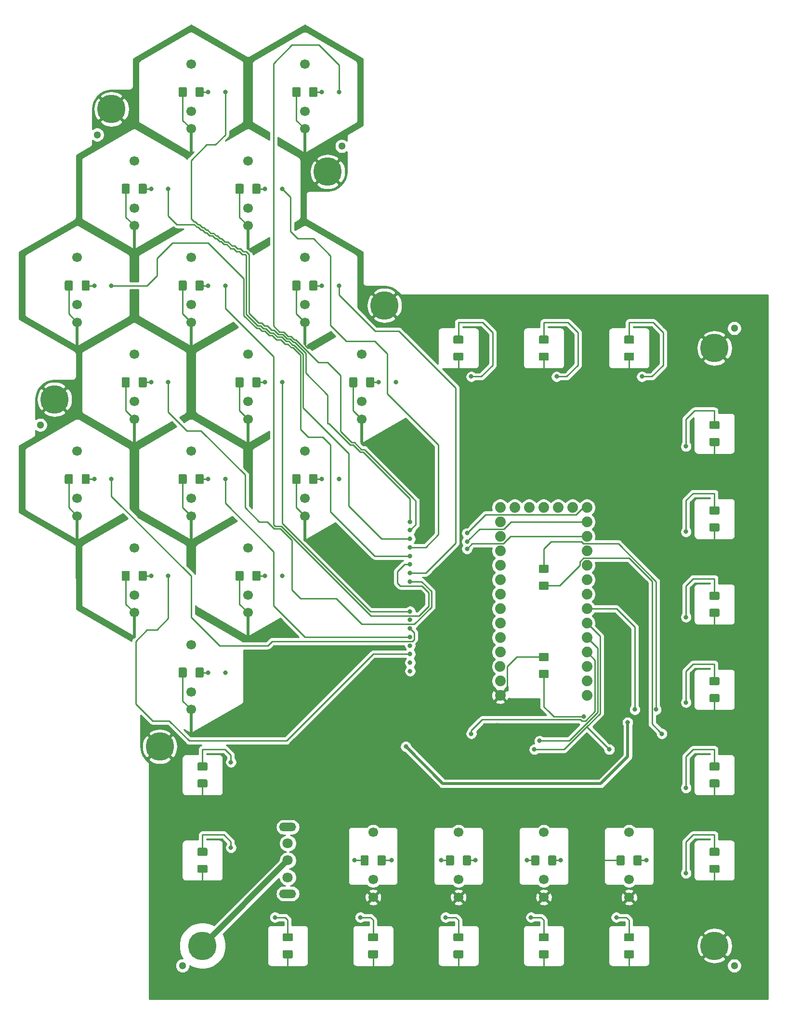
<source format=gbr>
G04 #@! TF.GenerationSoftware,KiCad,Pcbnew,(5.1.2-1)-1*
G04 #@! TF.CreationDate,2021-12-03T00:14:47-05:00*
G04 #@! TF.ProjectId,Wasp_Hive,57617370-5f48-4697-9665-2e6b69636164,rev?*
G04 #@! TF.SameCoordinates,Original*
G04 #@! TF.FileFunction,Copper,L2,Bot*
G04 #@! TF.FilePolarity,Positive*
%FSLAX46Y46*%
G04 Gerber Fmt 4.6, Leading zero omitted, Abs format (unit mm)*
G04 Created by KiCad (PCBNEW (5.1.2-1)-1) date 2021-12-03 00:14:47*
%MOMM*%
%LPD*%
G04 APERTURE LIST*
%ADD10C,1.300000*%
%ADD11C,1.879600*%
%ADD12C,5.000000*%
%ADD13C,0.100000*%
%ADD14C,1.425000*%
%ADD15C,1.800000*%
%ADD16O,3.000000X1.500000*%
%ADD17C,1.700000*%
%ADD18C,0.800000*%
%ADD19C,0.250000*%
%ADD20C,0.500000*%
%ADD21C,1.000000*%
%ADD22C,0.254000*%
G04 APERTURE END LIST*
D10*
X21500000Y-133500000D03*
X74500000Y-84500000D03*
X31500000Y-82500000D03*
X143500000Y-116500000D03*
X46500000Y-228500000D03*
X143500000Y-228500000D03*
D11*
X102330000Y-175930000D03*
X117580000Y-181010000D03*
X104880000Y-147990000D03*
X112500000Y-147990000D03*
X102340000Y-181010000D03*
X109960000Y-147990000D03*
X117580000Y-178470000D03*
X115040000Y-147990000D03*
X117580000Y-173390000D03*
X117580000Y-170850000D03*
X117580000Y-168310000D03*
X117580000Y-165770000D03*
X117580000Y-163230000D03*
X117580000Y-160690000D03*
X117580000Y-158150000D03*
X117580000Y-155610000D03*
X117580000Y-153070000D03*
X117580000Y-150530000D03*
X117580000Y-147990000D03*
X102340000Y-147990000D03*
X102340000Y-150530000D03*
X102340000Y-153070000D03*
X102340000Y-155610000D03*
X102340000Y-158150000D03*
X102340000Y-160690000D03*
X102340000Y-163230000D03*
X102340000Y-165770000D03*
X102340000Y-168310000D03*
X117580000Y-175930000D03*
X107420000Y-147990000D03*
X102340000Y-170850000D03*
X102340000Y-173390000D03*
X102340000Y-178470000D03*
D12*
X72000000Y-89000000D03*
D13*
G36*
X95649504Y-120776204D02*
G01*
X95673773Y-120779804D01*
X95697571Y-120785765D01*
X95720671Y-120794030D01*
X95742849Y-120804520D01*
X95763893Y-120817133D01*
X95783598Y-120831747D01*
X95801777Y-120848223D01*
X95818253Y-120866402D01*
X95832867Y-120886107D01*
X95845480Y-120907151D01*
X95855970Y-120929329D01*
X95864235Y-120952429D01*
X95870196Y-120976227D01*
X95873796Y-121000496D01*
X95875000Y-121025000D01*
X95875000Y-121950000D01*
X95873796Y-121974504D01*
X95870196Y-121998773D01*
X95864235Y-122022571D01*
X95855970Y-122045671D01*
X95845480Y-122067849D01*
X95832867Y-122088893D01*
X95818253Y-122108598D01*
X95801777Y-122126777D01*
X95783598Y-122143253D01*
X95763893Y-122157867D01*
X95742849Y-122170480D01*
X95720671Y-122180970D01*
X95697571Y-122189235D01*
X95673773Y-122195196D01*
X95649504Y-122198796D01*
X95625000Y-122200000D01*
X94375000Y-122200000D01*
X94350496Y-122198796D01*
X94326227Y-122195196D01*
X94302429Y-122189235D01*
X94279329Y-122180970D01*
X94257151Y-122170480D01*
X94236107Y-122157867D01*
X94216402Y-122143253D01*
X94198223Y-122126777D01*
X94181747Y-122108598D01*
X94167133Y-122088893D01*
X94154520Y-122067849D01*
X94144030Y-122045671D01*
X94135765Y-122022571D01*
X94129804Y-121998773D01*
X94126204Y-121974504D01*
X94125000Y-121950000D01*
X94125000Y-121025000D01*
X94126204Y-121000496D01*
X94129804Y-120976227D01*
X94135765Y-120952429D01*
X94144030Y-120929329D01*
X94154520Y-120907151D01*
X94167133Y-120886107D01*
X94181747Y-120866402D01*
X94198223Y-120848223D01*
X94216402Y-120831747D01*
X94236107Y-120817133D01*
X94257151Y-120804520D01*
X94279329Y-120794030D01*
X94302429Y-120785765D01*
X94326227Y-120779804D01*
X94350496Y-120776204D01*
X94375000Y-120775000D01*
X95625000Y-120775000D01*
X95649504Y-120776204D01*
X95649504Y-120776204D01*
G37*
D14*
X95000000Y-121487500D03*
D13*
G36*
X95649504Y-117801204D02*
G01*
X95673773Y-117804804D01*
X95697571Y-117810765D01*
X95720671Y-117819030D01*
X95742849Y-117829520D01*
X95763893Y-117842133D01*
X95783598Y-117856747D01*
X95801777Y-117873223D01*
X95818253Y-117891402D01*
X95832867Y-117911107D01*
X95845480Y-117932151D01*
X95855970Y-117954329D01*
X95864235Y-117977429D01*
X95870196Y-118001227D01*
X95873796Y-118025496D01*
X95875000Y-118050000D01*
X95875000Y-118975000D01*
X95873796Y-118999504D01*
X95870196Y-119023773D01*
X95864235Y-119047571D01*
X95855970Y-119070671D01*
X95845480Y-119092849D01*
X95832867Y-119113893D01*
X95818253Y-119133598D01*
X95801777Y-119151777D01*
X95783598Y-119168253D01*
X95763893Y-119182867D01*
X95742849Y-119195480D01*
X95720671Y-119205970D01*
X95697571Y-119214235D01*
X95673773Y-119220196D01*
X95649504Y-119223796D01*
X95625000Y-119225000D01*
X94375000Y-119225000D01*
X94350496Y-119223796D01*
X94326227Y-119220196D01*
X94302429Y-119214235D01*
X94279329Y-119205970D01*
X94257151Y-119195480D01*
X94236107Y-119182867D01*
X94216402Y-119168253D01*
X94198223Y-119151777D01*
X94181747Y-119133598D01*
X94167133Y-119113893D01*
X94154520Y-119092849D01*
X94144030Y-119070671D01*
X94135765Y-119047571D01*
X94129804Y-119023773D01*
X94126204Y-118999504D01*
X94125000Y-118975000D01*
X94125000Y-118050000D01*
X94126204Y-118025496D01*
X94129804Y-118001227D01*
X94135765Y-117977429D01*
X94144030Y-117954329D01*
X94154520Y-117932151D01*
X94167133Y-117911107D01*
X94181747Y-117891402D01*
X94198223Y-117873223D01*
X94216402Y-117856747D01*
X94236107Y-117842133D01*
X94257151Y-117829520D01*
X94279329Y-117819030D01*
X94302429Y-117810765D01*
X94326227Y-117804804D01*
X94350496Y-117801204D01*
X94375000Y-117800000D01*
X95625000Y-117800000D01*
X95649504Y-117801204D01*
X95649504Y-117801204D01*
G37*
D14*
X95000000Y-118512500D03*
D13*
G36*
X110649504Y-117801204D02*
G01*
X110673773Y-117804804D01*
X110697571Y-117810765D01*
X110720671Y-117819030D01*
X110742849Y-117829520D01*
X110763893Y-117842133D01*
X110783598Y-117856747D01*
X110801777Y-117873223D01*
X110818253Y-117891402D01*
X110832867Y-117911107D01*
X110845480Y-117932151D01*
X110855970Y-117954329D01*
X110864235Y-117977429D01*
X110870196Y-118001227D01*
X110873796Y-118025496D01*
X110875000Y-118050000D01*
X110875000Y-118975000D01*
X110873796Y-118999504D01*
X110870196Y-119023773D01*
X110864235Y-119047571D01*
X110855970Y-119070671D01*
X110845480Y-119092849D01*
X110832867Y-119113893D01*
X110818253Y-119133598D01*
X110801777Y-119151777D01*
X110783598Y-119168253D01*
X110763893Y-119182867D01*
X110742849Y-119195480D01*
X110720671Y-119205970D01*
X110697571Y-119214235D01*
X110673773Y-119220196D01*
X110649504Y-119223796D01*
X110625000Y-119225000D01*
X109375000Y-119225000D01*
X109350496Y-119223796D01*
X109326227Y-119220196D01*
X109302429Y-119214235D01*
X109279329Y-119205970D01*
X109257151Y-119195480D01*
X109236107Y-119182867D01*
X109216402Y-119168253D01*
X109198223Y-119151777D01*
X109181747Y-119133598D01*
X109167133Y-119113893D01*
X109154520Y-119092849D01*
X109144030Y-119070671D01*
X109135765Y-119047571D01*
X109129804Y-119023773D01*
X109126204Y-118999504D01*
X109125000Y-118975000D01*
X109125000Y-118050000D01*
X109126204Y-118025496D01*
X109129804Y-118001227D01*
X109135765Y-117977429D01*
X109144030Y-117954329D01*
X109154520Y-117932151D01*
X109167133Y-117911107D01*
X109181747Y-117891402D01*
X109198223Y-117873223D01*
X109216402Y-117856747D01*
X109236107Y-117842133D01*
X109257151Y-117829520D01*
X109279329Y-117819030D01*
X109302429Y-117810765D01*
X109326227Y-117804804D01*
X109350496Y-117801204D01*
X109375000Y-117800000D01*
X110625000Y-117800000D01*
X110649504Y-117801204D01*
X110649504Y-117801204D01*
G37*
D14*
X110000000Y-118512500D03*
D13*
G36*
X110649504Y-120776204D02*
G01*
X110673773Y-120779804D01*
X110697571Y-120785765D01*
X110720671Y-120794030D01*
X110742849Y-120804520D01*
X110763893Y-120817133D01*
X110783598Y-120831747D01*
X110801777Y-120848223D01*
X110818253Y-120866402D01*
X110832867Y-120886107D01*
X110845480Y-120907151D01*
X110855970Y-120929329D01*
X110864235Y-120952429D01*
X110870196Y-120976227D01*
X110873796Y-121000496D01*
X110875000Y-121025000D01*
X110875000Y-121950000D01*
X110873796Y-121974504D01*
X110870196Y-121998773D01*
X110864235Y-122022571D01*
X110855970Y-122045671D01*
X110845480Y-122067849D01*
X110832867Y-122088893D01*
X110818253Y-122108598D01*
X110801777Y-122126777D01*
X110783598Y-122143253D01*
X110763893Y-122157867D01*
X110742849Y-122170480D01*
X110720671Y-122180970D01*
X110697571Y-122189235D01*
X110673773Y-122195196D01*
X110649504Y-122198796D01*
X110625000Y-122200000D01*
X109375000Y-122200000D01*
X109350496Y-122198796D01*
X109326227Y-122195196D01*
X109302429Y-122189235D01*
X109279329Y-122180970D01*
X109257151Y-122170480D01*
X109236107Y-122157867D01*
X109216402Y-122143253D01*
X109198223Y-122126777D01*
X109181747Y-122108598D01*
X109167133Y-122088893D01*
X109154520Y-122067849D01*
X109144030Y-122045671D01*
X109135765Y-122022571D01*
X109129804Y-121998773D01*
X109126204Y-121974504D01*
X109125000Y-121950000D01*
X109125000Y-121025000D01*
X109126204Y-121000496D01*
X109129804Y-120976227D01*
X109135765Y-120952429D01*
X109144030Y-120929329D01*
X109154520Y-120907151D01*
X109167133Y-120886107D01*
X109181747Y-120866402D01*
X109198223Y-120848223D01*
X109216402Y-120831747D01*
X109236107Y-120817133D01*
X109257151Y-120804520D01*
X109279329Y-120794030D01*
X109302429Y-120785765D01*
X109326227Y-120779804D01*
X109350496Y-120776204D01*
X109375000Y-120775000D01*
X110625000Y-120775000D01*
X110649504Y-120776204D01*
X110649504Y-120776204D01*
G37*
D14*
X110000000Y-121487500D03*
D13*
G36*
X125649504Y-117801204D02*
G01*
X125673773Y-117804804D01*
X125697571Y-117810765D01*
X125720671Y-117819030D01*
X125742849Y-117829520D01*
X125763893Y-117842133D01*
X125783598Y-117856747D01*
X125801777Y-117873223D01*
X125818253Y-117891402D01*
X125832867Y-117911107D01*
X125845480Y-117932151D01*
X125855970Y-117954329D01*
X125864235Y-117977429D01*
X125870196Y-118001227D01*
X125873796Y-118025496D01*
X125875000Y-118050000D01*
X125875000Y-118975000D01*
X125873796Y-118999504D01*
X125870196Y-119023773D01*
X125864235Y-119047571D01*
X125855970Y-119070671D01*
X125845480Y-119092849D01*
X125832867Y-119113893D01*
X125818253Y-119133598D01*
X125801777Y-119151777D01*
X125783598Y-119168253D01*
X125763893Y-119182867D01*
X125742849Y-119195480D01*
X125720671Y-119205970D01*
X125697571Y-119214235D01*
X125673773Y-119220196D01*
X125649504Y-119223796D01*
X125625000Y-119225000D01*
X124375000Y-119225000D01*
X124350496Y-119223796D01*
X124326227Y-119220196D01*
X124302429Y-119214235D01*
X124279329Y-119205970D01*
X124257151Y-119195480D01*
X124236107Y-119182867D01*
X124216402Y-119168253D01*
X124198223Y-119151777D01*
X124181747Y-119133598D01*
X124167133Y-119113893D01*
X124154520Y-119092849D01*
X124144030Y-119070671D01*
X124135765Y-119047571D01*
X124129804Y-119023773D01*
X124126204Y-118999504D01*
X124125000Y-118975000D01*
X124125000Y-118050000D01*
X124126204Y-118025496D01*
X124129804Y-118001227D01*
X124135765Y-117977429D01*
X124144030Y-117954329D01*
X124154520Y-117932151D01*
X124167133Y-117911107D01*
X124181747Y-117891402D01*
X124198223Y-117873223D01*
X124216402Y-117856747D01*
X124236107Y-117842133D01*
X124257151Y-117829520D01*
X124279329Y-117819030D01*
X124302429Y-117810765D01*
X124326227Y-117804804D01*
X124350496Y-117801204D01*
X124375000Y-117800000D01*
X125625000Y-117800000D01*
X125649504Y-117801204D01*
X125649504Y-117801204D01*
G37*
D14*
X125000000Y-118512500D03*
D13*
G36*
X125649504Y-120776204D02*
G01*
X125673773Y-120779804D01*
X125697571Y-120785765D01*
X125720671Y-120794030D01*
X125742849Y-120804520D01*
X125763893Y-120817133D01*
X125783598Y-120831747D01*
X125801777Y-120848223D01*
X125818253Y-120866402D01*
X125832867Y-120886107D01*
X125845480Y-120907151D01*
X125855970Y-120929329D01*
X125864235Y-120952429D01*
X125870196Y-120976227D01*
X125873796Y-121000496D01*
X125875000Y-121025000D01*
X125875000Y-121950000D01*
X125873796Y-121974504D01*
X125870196Y-121998773D01*
X125864235Y-122022571D01*
X125855970Y-122045671D01*
X125845480Y-122067849D01*
X125832867Y-122088893D01*
X125818253Y-122108598D01*
X125801777Y-122126777D01*
X125783598Y-122143253D01*
X125763893Y-122157867D01*
X125742849Y-122170480D01*
X125720671Y-122180970D01*
X125697571Y-122189235D01*
X125673773Y-122195196D01*
X125649504Y-122198796D01*
X125625000Y-122200000D01*
X124375000Y-122200000D01*
X124350496Y-122198796D01*
X124326227Y-122195196D01*
X124302429Y-122189235D01*
X124279329Y-122180970D01*
X124257151Y-122170480D01*
X124236107Y-122157867D01*
X124216402Y-122143253D01*
X124198223Y-122126777D01*
X124181747Y-122108598D01*
X124167133Y-122088893D01*
X124154520Y-122067849D01*
X124144030Y-122045671D01*
X124135765Y-122022571D01*
X124129804Y-121998773D01*
X124126204Y-121974504D01*
X124125000Y-121950000D01*
X124125000Y-121025000D01*
X124126204Y-121000496D01*
X124129804Y-120976227D01*
X124135765Y-120952429D01*
X124144030Y-120929329D01*
X124154520Y-120907151D01*
X124167133Y-120886107D01*
X124181747Y-120866402D01*
X124198223Y-120848223D01*
X124216402Y-120831747D01*
X124236107Y-120817133D01*
X124257151Y-120804520D01*
X124279329Y-120794030D01*
X124302429Y-120785765D01*
X124326227Y-120779804D01*
X124350496Y-120776204D01*
X124375000Y-120775000D01*
X125625000Y-120775000D01*
X125649504Y-120776204D01*
X125649504Y-120776204D01*
G37*
D14*
X125000000Y-121487500D03*
D13*
G36*
X140649504Y-132801204D02*
G01*
X140673773Y-132804804D01*
X140697571Y-132810765D01*
X140720671Y-132819030D01*
X140742849Y-132829520D01*
X140763893Y-132842133D01*
X140783598Y-132856747D01*
X140801777Y-132873223D01*
X140818253Y-132891402D01*
X140832867Y-132911107D01*
X140845480Y-132932151D01*
X140855970Y-132954329D01*
X140864235Y-132977429D01*
X140870196Y-133001227D01*
X140873796Y-133025496D01*
X140875000Y-133050000D01*
X140875000Y-133975000D01*
X140873796Y-133999504D01*
X140870196Y-134023773D01*
X140864235Y-134047571D01*
X140855970Y-134070671D01*
X140845480Y-134092849D01*
X140832867Y-134113893D01*
X140818253Y-134133598D01*
X140801777Y-134151777D01*
X140783598Y-134168253D01*
X140763893Y-134182867D01*
X140742849Y-134195480D01*
X140720671Y-134205970D01*
X140697571Y-134214235D01*
X140673773Y-134220196D01*
X140649504Y-134223796D01*
X140625000Y-134225000D01*
X139375000Y-134225000D01*
X139350496Y-134223796D01*
X139326227Y-134220196D01*
X139302429Y-134214235D01*
X139279329Y-134205970D01*
X139257151Y-134195480D01*
X139236107Y-134182867D01*
X139216402Y-134168253D01*
X139198223Y-134151777D01*
X139181747Y-134133598D01*
X139167133Y-134113893D01*
X139154520Y-134092849D01*
X139144030Y-134070671D01*
X139135765Y-134047571D01*
X139129804Y-134023773D01*
X139126204Y-133999504D01*
X139125000Y-133975000D01*
X139125000Y-133050000D01*
X139126204Y-133025496D01*
X139129804Y-133001227D01*
X139135765Y-132977429D01*
X139144030Y-132954329D01*
X139154520Y-132932151D01*
X139167133Y-132911107D01*
X139181747Y-132891402D01*
X139198223Y-132873223D01*
X139216402Y-132856747D01*
X139236107Y-132842133D01*
X139257151Y-132829520D01*
X139279329Y-132819030D01*
X139302429Y-132810765D01*
X139326227Y-132804804D01*
X139350496Y-132801204D01*
X139375000Y-132800000D01*
X140625000Y-132800000D01*
X140649504Y-132801204D01*
X140649504Y-132801204D01*
G37*
D14*
X140000000Y-133512500D03*
D13*
G36*
X140649504Y-135776204D02*
G01*
X140673773Y-135779804D01*
X140697571Y-135785765D01*
X140720671Y-135794030D01*
X140742849Y-135804520D01*
X140763893Y-135817133D01*
X140783598Y-135831747D01*
X140801777Y-135848223D01*
X140818253Y-135866402D01*
X140832867Y-135886107D01*
X140845480Y-135907151D01*
X140855970Y-135929329D01*
X140864235Y-135952429D01*
X140870196Y-135976227D01*
X140873796Y-136000496D01*
X140875000Y-136025000D01*
X140875000Y-136950000D01*
X140873796Y-136974504D01*
X140870196Y-136998773D01*
X140864235Y-137022571D01*
X140855970Y-137045671D01*
X140845480Y-137067849D01*
X140832867Y-137088893D01*
X140818253Y-137108598D01*
X140801777Y-137126777D01*
X140783598Y-137143253D01*
X140763893Y-137157867D01*
X140742849Y-137170480D01*
X140720671Y-137180970D01*
X140697571Y-137189235D01*
X140673773Y-137195196D01*
X140649504Y-137198796D01*
X140625000Y-137200000D01*
X139375000Y-137200000D01*
X139350496Y-137198796D01*
X139326227Y-137195196D01*
X139302429Y-137189235D01*
X139279329Y-137180970D01*
X139257151Y-137170480D01*
X139236107Y-137157867D01*
X139216402Y-137143253D01*
X139198223Y-137126777D01*
X139181747Y-137108598D01*
X139167133Y-137088893D01*
X139154520Y-137067849D01*
X139144030Y-137045671D01*
X139135765Y-137022571D01*
X139129804Y-136998773D01*
X139126204Y-136974504D01*
X139125000Y-136950000D01*
X139125000Y-136025000D01*
X139126204Y-136000496D01*
X139129804Y-135976227D01*
X139135765Y-135952429D01*
X139144030Y-135929329D01*
X139154520Y-135907151D01*
X139167133Y-135886107D01*
X139181747Y-135866402D01*
X139198223Y-135848223D01*
X139216402Y-135831747D01*
X139236107Y-135817133D01*
X139257151Y-135804520D01*
X139279329Y-135794030D01*
X139302429Y-135785765D01*
X139326227Y-135779804D01*
X139350496Y-135776204D01*
X139375000Y-135775000D01*
X140625000Y-135775000D01*
X140649504Y-135776204D01*
X140649504Y-135776204D01*
G37*
D14*
X140000000Y-136487500D03*
D13*
G36*
X140649504Y-147801204D02*
G01*
X140673773Y-147804804D01*
X140697571Y-147810765D01*
X140720671Y-147819030D01*
X140742849Y-147829520D01*
X140763893Y-147842133D01*
X140783598Y-147856747D01*
X140801777Y-147873223D01*
X140818253Y-147891402D01*
X140832867Y-147911107D01*
X140845480Y-147932151D01*
X140855970Y-147954329D01*
X140864235Y-147977429D01*
X140870196Y-148001227D01*
X140873796Y-148025496D01*
X140875000Y-148050000D01*
X140875000Y-148975000D01*
X140873796Y-148999504D01*
X140870196Y-149023773D01*
X140864235Y-149047571D01*
X140855970Y-149070671D01*
X140845480Y-149092849D01*
X140832867Y-149113893D01*
X140818253Y-149133598D01*
X140801777Y-149151777D01*
X140783598Y-149168253D01*
X140763893Y-149182867D01*
X140742849Y-149195480D01*
X140720671Y-149205970D01*
X140697571Y-149214235D01*
X140673773Y-149220196D01*
X140649504Y-149223796D01*
X140625000Y-149225000D01*
X139375000Y-149225000D01*
X139350496Y-149223796D01*
X139326227Y-149220196D01*
X139302429Y-149214235D01*
X139279329Y-149205970D01*
X139257151Y-149195480D01*
X139236107Y-149182867D01*
X139216402Y-149168253D01*
X139198223Y-149151777D01*
X139181747Y-149133598D01*
X139167133Y-149113893D01*
X139154520Y-149092849D01*
X139144030Y-149070671D01*
X139135765Y-149047571D01*
X139129804Y-149023773D01*
X139126204Y-148999504D01*
X139125000Y-148975000D01*
X139125000Y-148050000D01*
X139126204Y-148025496D01*
X139129804Y-148001227D01*
X139135765Y-147977429D01*
X139144030Y-147954329D01*
X139154520Y-147932151D01*
X139167133Y-147911107D01*
X139181747Y-147891402D01*
X139198223Y-147873223D01*
X139216402Y-147856747D01*
X139236107Y-147842133D01*
X139257151Y-147829520D01*
X139279329Y-147819030D01*
X139302429Y-147810765D01*
X139326227Y-147804804D01*
X139350496Y-147801204D01*
X139375000Y-147800000D01*
X140625000Y-147800000D01*
X140649504Y-147801204D01*
X140649504Y-147801204D01*
G37*
D14*
X140000000Y-148512500D03*
D13*
G36*
X140649504Y-150776204D02*
G01*
X140673773Y-150779804D01*
X140697571Y-150785765D01*
X140720671Y-150794030D01*
X140742849Y-150804520D01*
X140763893Y-150817133D01*
X140783598Y-150831747D01*
X140801777Y-150848223D01*
X140818253Y-150866402D01*
X140832867Y-150886107D01*
X140845480Y-150907151D01*
X140855970Y-150929329D01*
X140864235Y-150952429D01*
X140870196Y-150976227D01*
X140873796Y-151000496D01*
X140875000Y-151025000D01*
X140875000Y-151950000D01*
X140873796Y-151974504D01*
X140870196Y-151998773D01*
X140864235Y-152022571D01*
X140855970Y-152045671D01*
X140845480Y-152067849D01*
X140832867Y-152088893D01*
X140818253Y-152108598D01*
X140801777Y-152126777D01*
X140783598Y-152143253D01*
X140763893Y-152157867D01*
X140742849Y-152170480D01*
X140720671Y-152180970D01*
X140697571Y-152189235D01*
X140673773Y-152195196D01*
X140649504Y-152198796D01*
X140625000Y-152200000D01*
X139375000Y-152200000D01*
X139350496Y-152198796D01*
X139326227Y-152195196D01*
X139302429Y-152189235D01*
X139279329Y-152180970D01*
X139257151Y-152170480D01*
X139236107Y-152157867D01*
X139216402Y-152143253D01*
X139198223Y-152126777D01*
X139181747Y-152108598D01*
X139167133Y-152088893D01*
X139154520Y-152067849D01*
X139144030Y-152045671D01*
X139135765Y-152022571D01*
X139129804Y-151998773D01*
X139126204Y-151974504D01*
X139125000Y-151950000D01*
X139125000Y-151025000D01*
X139126204Y-151000496D01*
X139129804Y-150976227D01*
X139135765Y-150952429D01*
X139144030Y-150929329D01*
X139154520Y-150907151D01*
X139167133Y-150886107D01*
X139181747Y-150866402D01*
X139198223Y-150848223D01*
X139216402Y-150831747D01*
X139236107Y-150817133D01*
X139257151Y-150804520D01*
X139279329Y-150794030D01*
X139302429Y-150785765D01*
X139326227Y-150779804D01*
X139350496Y-150776204D01*
X139375000Y-150775000D01*
X140625000Y-150775000D01*
X140649504Y-150776204D01*
X140649504Y-150776204D01*
G37*
D14*
X140000000Y-151487500D03*
D13*
G36*
X140649504Y-165776204D02*
G01*
X140673773Y-165779804D01*
X140697571Y-165785765D01*
X140720671Y-165794030D01*
X140742849Y-165804520D01*
X140763893Y-165817133D01*
X140783598Y-165831747D01*
X140801777Y-165848223D01*
X140818253Y-165866402D01*
X140832867Y-165886107D01*
X140845480Y-165907151D01*
X140855970Y-165929329D01*
X140864235Y-165952429D01*
X140870196Y-165976227D01*
X140873796Y-166000496D01*
X140875000Y-166025000D01*
X140875000Y-166950000D01*
X140873796Y-166974504D01*
X140870196Y-166998773D01*
X140864235Y-167022571D01*
X140855970Y-167045671D01*
X140845480Y-167067849D01*
X140832867Y-167088893D01*
X140818253Y-167108598D01*
X140801777Y-167126777D01*
X140783598Y-167143253D01*
X140763893Y-167157867D01*
X140742849Y-167170480D01*
X140720671Y-167180970D01*
X140697571Y-167189235D01*
X140673773Y-167195196D01*
X140649504Y-167198796D01*
X140625000Y-167200000D01*
X139375000Y-167200000D01*
X139350496Y-167198796D01*
X139326227Y-167195196D01*
X139302429Y-167189235D01*
X139279329Y-167180970D01*
X139257151Y-167170480D01*
X139236107Y-167157867D01*
X139216402Y-167143253D01*
X139198223Y-167126777D01*
X139181747Y-167108598D01*
X139167133Y-167088893D01*
X139154520Y-167067849D01*
X139144030Y-167045671D01*
X139135765Y-167022571D01*
X139129804Y-166998773D01*
X139126204Y-166974504D01*
X139125000Y-166950000D01*
X139125000Y-166025000D01*
X139126204Y-166000496D01*
X139129804Y-165976227D01*
X139135765Y-165952429D01*
X139144030Y-165929329D01*
X139154520Y-165907151D01*
X139167133Y-165886107D01*
X139181747Y-165866402D01*
X139198223Y-165848223D01*
X139216402Y-165831747D01*
X139236107Y-165817133D01*
X139257151Y-165804520D01*
X139279329Y-165794030D01*
X139302429Y-165785765D01*
X139326227Y-165779804D01*
X139350496Y-165776204D01*
X139375000Y-165775000D01*
X140625000Y-165775000D01*
X140649504Y-165776204D01*
X140649504Y-165776204D01*
G37*
D14*
X140000000Y-166487500D03*
D13*
G36*
X140649504Y-162801204D02*
G01*
X140673773Y-162804804D01*
X140697571Y-162810765D01*
X140720671Y-162819030D01*
X140742849Y-162829520D01*
X140763893Y-162842133D01*
X140783598Y-162856747D01*
X140801777Y-162873223D01*
X140818253Y-162891402D01*
X140832867Y-162911107D01*
X140845480Y-162932151D01*
X140855970Y-162954329D01*
X140864235Y-162977429D01*
X140870196Y-163001227D01*
X140873796Y-163025496D01*
X140875000Y-163050000D01*
X140875000Y-163975000D01*
X140873796Y-163999504D01*
X140870196Y-164023773D01*
X140864235Y-164047571D01*
X140855970Y-164070671D01*
X140845480Y-164092849D01*
X140832867Y-164113893D01*
X140818253Y-164133598D01*
X140801777Y-164151777D01*
X140783598Y-164168253D01*
X140763893Y-164182867D01*
X140742849Y-164195480D01*
X140720671Y-164205970D01*
X140697571Y-164214235D01*
X140673773Y-164220196D01*
X140649504Y-164223796D01*
X140625000Y-164225000D01*
X139375000Y-164225000D01*
X139350496Y-164223796D01*
X139326227Y-164220196D01*
X139302429Y-164214235D01*
X139279329Y-164205970D01*
X139257151Y-164195480D01*
X139236107Y-164182867D01*
X139216402Y-164168253D01*
X139198223Y-164151777D01*
X139181747Y-164133598D01*
X139167133Y-164113893D01*
X139154520Y-164092849D01*
X139144030Y-164070671D01*
X139135765Y-164047571D01*
X139129804Y-164023773D01*
X139126204Y-163999504D01*
X139125000Y-163975000D01*
X139125000Y-163050000D01*
X139126204Y-163025496D01*
X139129804Y-163001227D01*
X139135765Y-162977429D01*
X139144030Y-162954329D01*
X139154520Y-162932151D01*
X139167133Y-162911107D01*
X139181747Y-162891402D01*
X139198223Y-162873223D01*
X139216402Y-162856747D01*
X139236107Y-162842133D01*
X139257151Y-162829520D01*
X139279329Y-162819030D01*
X139302429Y-162810765D01*
X139326227Y-162804804D01*
X139350496Y-162801204D01*
X139375000Y-162800000D01*
X140625000Y-162800000D01*
X140649504Y-162801204D01*
X140649504Y-162801204D01*
G37*
D14*
X140000000Y-163512500D03*
D13*
G36*
X140649504Y-180776204D02*
G01*
X140673773Y-180779804D01*
X140697571Y-180785765D01*
X140720671Y-180794030D01*
X140742849Y-180804520D01*
X140763893Y-180817133D01*
X140783598Y-180831747D01*
X140801777Y-180848223D01*
X140818253Y-180866402D01*
X140832867Y-180886107D01*
X140845480Y-180907151D01*
X140855970Y-180929329D01*
X140864235Y-180952429D01*
X140870196Y-180976227D01*
X140873796Y-181000496D01*
X140875000Y-181025000D01*
X140875000Y-181950000D01*
X140873796Y-181974504D01*
X140870196Y-181998773D01*
X140864235Y-182022571D01*
X140855970Y-182045671D01*
X140845480Y-182067849D01*
X140832867Y-182088893D01*
X140818253Y-182108598D01*
X140801777Y-182126777D01*
X140783598Y-182143253D01*
X140763893Y-182157867D01*
X140742849Y-182170480D01*
X140720671Y-182180970D01*
X140697571Y-182189235D01*
X140673773Y-182195196D01*
X140649504Y-182198796D01*
X140625000Y-182200000D01*
X139375000Y-182200000D01*
X139350496Y-182198796D01*
X139326227Y-182195196D01*
X139302429Y-182189235D01*
X139279329Y-182180970D01*
X139257151Y-182170480D01*
X139236107Y-182157867D01*
X139216402Y-182143253D01*
X139198223Y-182126777D01*
X139181747Y-182108598D01*
X139167133Y-182088893D01*
X139154520Y-182067849D01*
X139144030Y-182045671D01*
X139135765Y-182022571D01*
X139129804Y-181998773D01*
X139126204Y-181974504D01*
X139125000Y-181950000D01*
X139125000Y-181025000D01*
X139126204Y-181000496D01*
X139129804Y-180976227D01*
X139135765Y-180952429D01*
X139144030Y-180929329D01*
X139154520Y-180907151D01*
X139167133Y-180886107D01*
X139181747Y-180866402D01*
X139198223Y-180848223D01*
X139216402Y-180831747D01*
X139236107Y-180817133D01*
X139257151Y-180804520D01*
X139279329Y-180794030D01*
X139302429Y-180785765D01*
X139326227Y-180779804D01*
X139350496Y-180776204D01*
X139375000Y-180775000D01*
X140625000Y-180775000D01*
X140649504Y-180776204D01*
X140649504Y-180776204D01*
G37*
D14*
X140000000Y-181487500D03*
D13*
G36*
X140649504Y-177801204D02*
G01*
X140673773Y-177804804D01*
X140697571Y-177810765D01*
X140720671Y-177819030D01*
X140742849Y-177829520D01*
X140763893Y-177842133D01*
X140783598Y-177856747D01*
X140801777Y-177873223D01*
X140818253Y-177891402D01*
X140832867Y-177911107D01*
X140845480Y-177932151D01*
X140855970Y-177954329D01*
X140864235Y-177977429D01*
X140870196Y-178001227D01*
X140873796Y-178025496D01*
X140875000Y-178050000D01*
X140875000Y-178975000D01*
X140873796Y-178999504D01*
X140870196Y-179023773D01*
X140864235Y-179047571D01*
X140855970Y-179070671D01*
X140845480Y-179092849D01*
X140832867Y-179113893D01*
X140818253Y-179133598D01*
X140801777Y-179151777D01*
X140783598Y-179168253D01*
X140763893Y-179182867D01*
X140742849Y-179195480D01*
X140720671Y-179205970D01*
X140697571Y-179214235D01*
X140673773Y-179220196D01*
X140649504Y-179223796D01*
X140625000Y-179225000D01*
X139375000Y-179225000D01*
X139350496Y-179223796D01*
X139326227Y-179220196D01*
X139302429Y-179214235D01*
X139279329Y-179205970D01*
X139257151Y-179195480D01*
X139236107Y-179182867D01*
X139216402Y-179168253D01*
X139198223Y-179151777D01*
X139181747Y-179133598D01*
X139167133Y-179113893D01*
X139154520Y-179092849D01*
X139144030Y-179070671D01*
X139135765Y-179047571D01*
X139129804Y-179023773D01*
X139126204Y-178999504D01*
X139125000Y-178975000D01*
X139125000Y-178050000D01*
X139126204Y-178025496D01*
X139129804Y-178001227D01*
X139135765Y-177977429D01*
X139144030Y-177954329D01*
X139154520Y-177932151D01*
X139167133Y-177911107D01*
X139181747Y-177891402D01*
X139198223Y-177873223D01*
X139216402Y-177856747D01*
X139236107Y-177842133D01*
X139257151Y-177829520D01*
X139279329Y-177819030D01*
X139302429Y-177810765D01*
X139326227Y-177804804D01*
X139350496Y-177801204D01*
X139375000Y-177800000D01*
X140625000Y-177800000D01*
X140649504Y-177801204D01*
X140649504Y-177801204D01*
G37*
D14*
X140000000Y-178512500D03*
D13*
G36*
X140649504Y-192801204D02*
G01*
X140673773Y-192804804D01*
X140697571Y-192810765D01*
X140720671Y-192819030D01*
X140742849Y-192829520D01*
X140763893Y-192842133D01*
X140783598Y-192856747D01*
X140801777Y-192873223D01*
X140818253Y-192891402D01*
X140832867Y-192911107D01*
X140845480Y-192932151D01*
X140855970Y-192954329D01*
X140864235Y-192977429D01*
X140870196Y-193001227D01*
X140873796Y-193025496D01*
X140875000Y-193050000D01*
X140875000Y-193975000D01*
X140873796Y-193999504D01*
X140870196Y-194023773D01*
X140864235Y-194047571D01*
X140855970Y-194070671D01*
X140845480Y-194092849D01*
X140832867Y-194113893D01*
X140818253Y-194133598D01*
X140801777Y-194151777D01*
X140783598Y-194168253D01*
X140763893Y-194182867D01*
X140742849Y-194195480D01*
X140720671Y-194205970D01*
X140697571Y-194214235D01*
X140673773Y-194220196D01*
X140649504Y-194223796D01*
X140625000Y-194225000D01*
X139375000Y-194225000D01*
X139350496Y-194223796D01*
X139326227Y-194220196D01*
X139302429Y-194214235D01*
X139279329Y-194205970D01*
X139257151Y-194195480D01*
X139236107Y-194182867D01*
X139216402Y-194168253D01*
X139198223Y-194151777D01*
X139181747Y-194133598D01*
X139167133Y-194113893D01*
X139154520Y-194092849D01*
X139144030Y-194070671D01*
X139135765Y-194047571D01*
X139129804Y-194023773D01*
X139126204Y-193999504D01*
X139125000Y-193975000D01*
X139125000Y-193050000D01*
X139126204Y-193025496D01*
X139129804Y-193001227D01*
X139135765Y-192977429D01*
X139144030Y-192954329D01*
X139154520Y-192932151D01*
X139167133Y-192911107D01*
X139181747Y-192891402D01*
X139198223Y-192873223D01*
X139216402Y-192856747D01*
X139236107Y-192842133D01*
X139257151Y-192829520D01*
X139279329Y-192819030D01*
X139302429Y-192810765D01*
X139326227Y-192804804D01*
X139350496Y-192801204D01*
X139375000Y-192800000D01*
X140625000Y-192800000D01*
X140649504Y-192801204D01*
X140649504Y-192801204D01*
G37*
D14*
X140000000Y-193512500D03*
D13*
G36*
X140649504Y-195776204D02*
G01*
X140673773Y-195779804D01*
X140697571Y-195785765D01*
X140720671Y-195794030D01*
X140742849Y-195804520D01*
X140763893Y-195817133D01*
X140783598Y-195831747D01*
X140801777Y-195848223D01*
X140818253Y-195866402D01*
X140832867Y-195886107D01*
X140845480Y-195907151D01*
X140855970Y-195929329D01*
X140864235Y-195952429D01*
X140870196Y-195976227D01*
X140873796Y-196000496D01*
X140875000Y-196025000D01*
X140875000Y-196950000D01*
X140873796Y-196974504D01*
X140870196Y-196998773D01*
X140864235Y-197022571D01*
X140855970Y-197045671D01*
X140845480Y-197067849D01*
X140832867Y-197088893D01*
X140818253Y-197108598D01*
X140801777Y-197126777D01*
X140783598Y-197143253D01*
X140763893Y-197157867D01*
X140742849Y-197170480D01*
X140720671Y-197180970D01*
X140697571Y-197189235D01*
X140673773Y-197195196D01*
X140649504Y-197198796D01*
X140625000Y-197200000D01*
X139375000Y-197200000D01*
X139350496Y-197198796D01*
X139326227Y-197195196D01*
X139302429Y-197189235D01*
X139279329Y-197180970D01*
X139257151Y-197170480D01*
X139236107Y-197157867D01*
X139216402Y-197143253D01*
X139198223Y-197126777D01*
X139181747Y-197108598D01*
X139167133Y-197088893D01*
X139154520Y-197067849D01*
X139144030Y-197045671D01*
X139135765Y-197022571D01*
X139129804Y-196998773D01*
X139126204Y-196974504D01*
X139125000Y-196950000D01*
X139125000Y-196025000D01*
X139126204Y-196000496D01*
X139129804Y-195976227D01*
X139135765Y-195952429D01*
X139144030Y-195929329D01*
X139154520Y-195907151D01*
X139167133Y-195886107D01*
X139181747Y-195866402D01*
X139198223Y-195848223D01*
X139216402Y-195831747D01*
X139236107Y-195817133D01*
X139257151Y-195804520D01*
X139279329Y-195794030D01*
X139302429Y-195785765D01*
X139326227Y-195779804D01*
X139350496Y-195776204D01*
X139375000Y-195775000D01*
X140625000Y-195775000D01*
X140649504Y-195776204D01*
X140649504Y-195776204D01*
G37*
D14*
X140000000Y-196487500D03*
D13*
G36*
X140649504Y-207801204D02*
G01*
X140673773Y-207804804D01*
X140697571Y-207810765D01*
X140720671Y-207819030D01*
X140742849Y-207829520D01*
X140763893Y-207842133D01*
X140783598Y-207856747D01*
X140801777Y-207873223D01*
X140818253Y-207891402D01*
X140832867Y-207911107D01*
X140845480Y-207932151D01*
X140855970Y-207954329D01*
X140864235Y-207977429D01*
X140870196Y-208001227D01*
X140873796Y-208025496D01*
X140875000Y-208050000D01*
X140875000Y-208975000D01*
X140873796Y-208999504D01*
X140870196Y-209023773D01*
X140864235Y-209047571D01*
X140855970Y-209070671D01*
X140845480Y-209092849D01*
X140832867Y-209113893D01*
X140818253Y-209133598D01*
X140801777Y-209151777D01*
X140783598Y-209168253D01*
X140763893Y-209182867D01*
X140742849Y-209195480D01*
X140720671Y-209205970D01*
X140697571Y-209214235D01*
X140673773Y-209220196D01*
X140649504Y-209223796D01*
X140625000Y-209225000D01*
X139375000Y-209225000D01*
X139350496Y-209223796D01*
X139326227Y-209220196D01*
X139302429Y-209214235D01*
X139279329Y-209205970D01*
X139257151Y-209195480D01*
X139236107Y-209182867D01*
X139216402Y-209168253D01*
X139198223Y-209151777D01*
X139181747Y-209133598D01*
X139167133Y-209113893D01*
X139154520Y-209092849D01*
X139144030Y-209070671D01*
X139135765Y-209047571D01*
X139129804Y-209023773D01*
X139126204Y-208999504D01*
X139125000Y-208975000D01*
X139125000Y-208050000D01*
X139126204Y-208025496D01*
X139129804Y-208001227D01*
X139135765Y-207977429D01*
X139144030Y-207954329D01*
X139154520Y-207932151D01*
X139167133Y-207911107D01*
X139181747Y-207891402D01*
X139198223Y-207873223D01*
X139216402Y-207856747D01*
X139236107Y-207842133D01*
X139257151Y-207829520D01*
X139279329Y-207819030D01*
X139302429Y-207810765D01*
X139326227Y-207804804D01*
X139350496Y-207801204D01*
X139375000Y-207800000D01*
X140625000Y-207800000D01*
X140649504Y-207801204D01*
X140649504Y-207801204D01*
G37*
D14*
X140000000Y-208512500D03*
D13*
G36*
X140649504Y-210776204D02*
G01*
X140673773Y-210779804D01*
X140697571Y-210785765D01*
X140720671Y-210794030D01*
X140742849Y-210804520D01*
X140763893Y-210817133D01*
X140783598Y-210831747D01*
X140801777Y-210848223D01*
X140818253Y-210866402D01*
X140832867Y-210886107D01*
X140845480Y-210907151D01*
X140855970Y-210929329D01*
X140864235Y-210952429D01*
X140870196Y-210976227D01*
X140873796Y-211000496D01*
X140875000Y-211025000D01*
X140875000Y-211950000D01*
X140873796Y-211974504D01*
X140870196Y-211998773D01*
X140864235Y-212022571D01*
X140855970Y-212045671D01*
X140845480Y-212067849D01*
X140832867Y-212088893D01*
X140818253Y-212108598D01*
X140801777Y-212126777D01*
X140783598Y-212143253D01*
X140763893Y-212157867D01*
X140742849Y-212170480D01*
X140720671Y-212180970D01*
X140697571Y-212189235D01*
X140673773Y-212195196D01*
X140649504Y-212198796D01*
X140625000Y-212200000D01*
X139375000Y-212200000D01*
X139350496Y-212198796D01*
X139326227Y-212195196D01*
X139302429Y-212189235D01*
X139279329Y-212180970D01*
X139257151Y-212170480D01*
X139236107Y-212157867D01*
X139216402Y-212143253D01*
X139198223Y-212126777D01*
X139181747Y-212108598D01*
X139167133Y-212088893D01*
X139154520Y-212067849D01*
X139144030Y-212045671D01*
X139135765Y-212022571D01*
X139129804Y-211998773D01*
X139126204Y-211974504D01*
X139125000Y-211950000D01*
X139125000Y-211025000D01*
X139126204Y-211000496D01*
X139129804Y-210976227D01*
X139135765Y-210952429D01*
X139144030Y-210929329D01*
X139154520Y-210907151D01*
X139167133Y-210886107D01*
X139181747Y-210866402D01*
X139198223Y-210848223D01*
X139216402Y-210831747D01*
X139236107Y-210817133D01*
X139257151Y-210804520D01*
X139279329Y-210794030D01*
X139302429Y-210785765D01*
X139326227Y-210779804D01*
X139350496Y-210776204D01*
X139375000Y-210775000D01*
X140625000Y-210775000D01*
X140649504Y-210776204D01*
X140649504Y-210776204D01*
G37*
D14*
X140000000Y-211487500D03*
D13*
G36*
X125649504Y-225776204D02*
G01*
X125673773Y-225779804D01*
X125697571Y-225785765D01*
X125720671Y-225794030D01*
X125742849Y-225804520D01*
X125763893Y-225817133D01*
X125783598Y-225831747D01*
X125801777Y-225848223D01*
X125818253Y-225866402D01*
X125832867Y-225886107D01*
X125845480Y-225907151D01*
X125855970Y-225929329D01*
X125864235Y-225952429D01*
X125870196Y-225976227D01*
X125873796Y-226000496D01*
X125875000Y-226025000D01*
X125875000Y-226950000D01*
X125873796Y-226974504D01*
X125870196Y-226998773D01*
X125864235Y-227022571D01*
X125855970Y-227045671D01*
X125845480Y-227067849D01*
X125832867Y-227088893D01*
X125818253Y-227108598D01*
X125801777Y-227126777D01*
X125783598Y-227143253D01*
X125763893Y-227157867D01*
X125742849Y-227170480D01*
X125720671Y-227180970D01*
X125697571Y-227189235D01*
X125673773Y-227195196D01*
X125649504Y-227198796D01*
X125625000Y-227200000D01*
X124375000Y-227200000D01*
X124350496Y-227198796D01*
X124326227Y-227195196D01*
X124302429Y-227189235D01*
X124279329Y-227180970D01*
X124257151Y-227170480D01*
X124236107Y-227157867D01*
X124216402Y-227143253D01*
X124198223Y-227126777D01*
X124181747Y-227108598D01*
X124167133Y-227088893D01*
X124154520Y-227067849D01*
X124144030Y-227045671D01*
X124135765Y-227022571D01*
X124129804Y-226998773D01*
X124126204Y-226974504D01*
X124125000Y-226950000D01*
X124125000Y-226025000D01*
X124126204Y-226000496D01*
X124129804Y-225976227D01*
X124135765Y-225952429D01*
X124144030Y-225929329D01*
X124154520Y-225907151D01*
X124167133Y-225886107D01*
X124181747Y-225866402D01*
X124198223Y-225848223D01*
X124216402Y-225831747D01*
X124236107Y-225817133D01*
X124257151Y-225804520D01*
X124279329Y-225794030D01*
X124302429Y-225785765D01*
X124326227Y-225779804D01*
X124350496Y-225776204D01*
X124375000Y-225775000D01*
X125625000Y-225775000D01*
X125649504Y-225776204D01*
X125649504Y-225776204D01*
G37*
D14*
X125000000Y-226487500D03*
D13*
G36*
X125649504Y-222801204D02*
G01*
X125673773Y-222804804D01*
X125697571Y-222810765D01*
X125720671Y-222819030D01*
X125742849Y-222829520D01*
X125763893Y-222842133D01*
X125783598Y-222856747D01*
X125801777Y-222873223D01*
X125818253Y-222891402D01*
X125832867Y-222911107D01*
X125845480Y-222932151D01*
X125855970Y-222954329D01*
X125864235Y-222977429D01*
X125870196Y-223001227D01*
X125873796Y-223025496D01*
X125875000Y-223050000D01*
X125875000Y-223975000D01*
X125873796Y-223999504D01*
X125870196Y-224023773D01*
X125864235Y-224047571D01*
X125855970Y-224070671D01*
X125845480Y-224092849D01*
X125832867Y-224113893D01*
X125818253Y-224133598D01*
X125801777Y-224151777D01*
X125783598Y-224168253D01*
X125763893Y-224182867D01*
X125742849Y-224195480D01*
X125720671Y-224205970D01*
X125697571Y-224214235D01*
X125673773Y-224220196D01*
X125649504Y-224223796D01*
X125625000Y-224225000D01*
X124375000Y-224225000D01*
X124350496Y-224223796D01*
X124326227Y-224220196D01*
X124302429Y-224214235D01*
X124279329Y-224205970D01*
X124257151Y-224195480D01*
X124236107Y-224182867D01*
X124216402Y-224168253D01*
X124198223Y-224151777D01*
X124181747Y-224133598D01*
X124167133Y-224113893D01*
X124154520Y-224092849D01*
X124144030Y-224070671D01*
X124135765Y-224047571D01*
X124129804Y-224023773D01*
X124126204Y-223999504D01*
X124125000Y-223975000D01*
X124125000Y-223050000D01*
X124126204Y-223025496D01*
X124129804Y-223001227D01*
X124135765Y-222977429D01*
X124144030Y-222954329D01*
X124154520Y-222932151D01*
X124167133Y-222911107D01*
X124181747Y-222891402D01*
X124198223Y-222873223D01*
X124216402Y-222856747D01*
X124236107Y-222842133D01*
X124257151Y-222829520D01*
X124279329Y-222819030D01*
X124302429Y-222810765D01*
X124326227Y-222804804D01*
X124350496Y-222801204D01*
X124375000Y-222800000D01*
X125625000Y-222800000D01*
X125649504Y-222801204D01*
X125649504Y-222801204D01*
G37*
D14*
X125000000Y-223512500D03*
D13*
G36*
X110649504Y-225776204D02*
G01*
X110673773Y-225779804D01*
X110697571Y-225785765D01*
X110720671Y-225794030D01*
X110742849Y-225804520D01*
X110763893Y-225817133D01*
X110783598Y-225831747D01*
X110801777Y-225848223D01*
X110818253Y-225866402D01*
X110832867Y-225886107D01*
X110845480Y-225907151D01*
X110855970Y-225929329D01*
X110864235Y-225952429D01*
X110870196Y-225976227D01*
X110873796Y-226000496D01*
X110875000Y-226025000D01*
X110875000Y-226950000D01*
X110873796Y-226974504D01*
X110870196Y-226998773D01*
X110864235Y-227022571D01*
X110855970Y-227045671D01*
X110845480Y-227067849D01*
X110832867Y-227088893D01*
X110818253Y-227108598D01*
X110801777Y-227126777D01*
X110783598Y-227143253D01*
X110763893Y-227157867D01*
X110742849Y-227170480D01*
X110720671Y-227180970D01*
X110697571Y-227189235D01*
X110673773Y-227195196D01*
X110649504Y-227198796D01*
X110625000Y-227200000D01*
X109375000Y-227200000D01*
X109350496Y-227198796D01*
X109326227Y-227195196D01*
X109302429Y-227189235D01*
X109279329Y-227180970D01*
X109257151Y-227170480D01*
X109236107Y-227157867D01*
X109216402Y-227143253D01*
X109198223Y-227126777D01*
X109181747Y-227108598D01*
X109167133Y-227088893D01*
X109154520Y-227067849D01*
X109144030Y-227045671D01*
X109135765Y-227022571D01*
X109129804Y-226998773D01*
X109126204Y-226974504D01*
X109125000Y-226950000D01*
X109125000Y-226025000D01*
X109126204Y-226000496D01*
X109129804Y-225976227D01*
X109135765Y-225952429D01*
X109144030Y-225929329D01*
X109154520Y-225907151D01*
X109167133Y-225886107D01*
X109181747Y-225866402D01*
X109198223Y-225848223D01*
X109216402Y-225831747D01*
X109236107Y-225817133D01*
X109257151Y-225804520D01*
X109279329Y-225794030D01*
X109302429Y-225785765D01*
X109326227Y-225779804D01*
X109350496Y-225776204D01*
X109375000Y-225775000D01*
X110625000Y-225775000D01*
X110649504Y-225776204D01*
X110649504Y-225776204D01*
G37*
D14*
X110000000Y-226487500D03*
D13*
G36*
X110649504Y-222801204D02*
G01*
X110673773Y-222804804D01*
X110697571Y-222810765D01*
X110720671Y-222819030D01*
X110742849Y-222829520D01*
X110763893Y-222842133D01*
X110783598Y-222856747D01*
X110801777Y-222873223D01*
X110818253Y-222891402D01*
X110832867Y-222911107D01*
X110845480Y-222932151D01*
X110855970Y-222954329D01*
X110864235Y-222977429D01*
X110870196Y-223001227D01*
X110873796Y-223025496D01*
X110875000Y-223050000D01*
X110875000Y-223975000D01*
X110873796Y-223999504D01*
X110870196Y-224023773D01*
X110864235Y-224047571D01*
X110855970Y-224070671D01*
X110845480Y-224092849D01*
X110832867Y-224113893D01*
X110818253Y-224133598D01*
X110801777Y-224151777D01*
X110783598Y-224168253D01*
X110763893Y-224182867D01*
X110742849Y-224195480D01*
X110720671Y-224205970D01*
X110697571Y-224214235D01*
X110673773Y-224220196D01*
X110649504Y-224223796D01*
X110625000Y-224225000D01*
X109375000Y-224225000D01*
X109350496Y-224223796D01*
X109326227Y-224220196D01*
X109302429Y-224214235D01*
X109279329Y-224205970D01*
X109257151Y-224195480D01*
X109236107Y-224182867D01*
X109216402Y-224168253D01*
X109198223Y-224151777D01*
X109181747Y-224133598D01*
X109167133Y-224113893D01*
X109154520Y-224092849D01*
X109144030Y-224070671D01*
X109135765Y-224047571D01*
X109129804Y-224023773D01*
X109126204Y-223999504D01*
X109125000Y-223975000D01*
X109125000Y-223050000D01*
X109126204Y-223025496D01*
X109129804Y-223001227D01*
X109135765Y-222977429D01*
X109144030Y-222954329D01*
X109154520Y-222932151D01*
X109167133Y-222911107D01*
X109181747Y-222891402D01*
X109198223Y-222873223D01*
X109216402Y-222856747D01*
X109236107Y-222842133D01*
X109257151Y-222829520D01*
X109279329Y-222819030D01*
X109302429Y-222810765D01*
X109326227Y-222804804D01*
X109350496Y-222801204D01*
X109375000Y-222800000D01*
X110625000Y-222800000D01*
X110649504Y-222801204D01*
X110649504Y-222801204D01*
G37*
D14*
X110000000Y-223512500D03*
D13*
G36*
X95649504Y-222801204D02*
G01*
X95673773Y-222804804D01*
X95697571Y-222810765D01*
X95720671Y-222819030D01*
X95742849Y-222829520D01*
X95763893Y-222842133D01*
X95783598Y-222856747D01*
X95801777Y-222873223D01*
X95818253Y-222891402D01*
X95832867Y-222911107D01*
X95845480Y-222932151D01*
X95855970Y-222954329D01*
X95864235Y-222977429D01*
X95870196Y-223001227D01*
X95873796Y-223025496D01*
X95875000Y-223050000D01*
X95875000Y-223975000D01*
X95873796Y-223999504D01*
X95870196Y-224023773D01*
X95864235Y-224047571D01*
X95855970Y-224070671D01*
X95845480Y-224092849D01*
X95832867Y-224113893D01*
X95818253Y-224133598D01*
X95801777Y-224151777D01*
X95783598Y-224168253D01*
X95763893Y-224182867D01*
X95742849Y-224195480D01*
X95720671Y-224205970D01*
X95697571Y-224214235D01*
X95673773Y-224220196D01*
X95649504Y-224223796D01*
X95625000Y-224225000D01*
X94375000Y-224225000D01*
X94350496Y-224223796D01*
X94326227Y-224220196D01*
X94302429Y-224214235D01*
X94279329Y-224205970D01*
X94257151Y-224195480D01*
X94236107Y-224182867D01*
X94216402Y-224168253D01*
X94198223Y-224151777D01*
X94181747Y-224133598D01*
X94167133Y-224113893D01*
X94154520Y-224092849D01*
X94144030Y-224070671D01*
X94135765Y-224047571D01*
X94129804Y-224023773D01*
X94126204Y-223999504D01*
X94125000Y-223975000D01*
X94125000Y-223050000D01*
X94126204Y-223025496D01*
X94129804Y-223001227D01*
X94135765Y-222977429D01*
X94144030Y-222954329D01*
X94154520Y-222932151D01*
X94167133Y-222911107D01*
X94181747Y-222891402D01*
X94198223Y-222873223D01*
X94216402Y-222856747D01*
X94236107Y-222842133D01*
X94257151Y-222829520D01*
X94279329Y-222819030D01*
X94302429Y-222810765D01*
X94326227Y-222804804D01*
X94350496Y-222801204D01*
X94375000Y-222800000D01*
X95625000Y-222800000D01*
X95649504Y-222801204D01*
X95649504Y-222801204D01*
G37*
D14*
X95000000Y-223512500D03*
D13*
G36*
X95649504Y-225776204D02*
G01*
X95673773Y-225779804D01*
X95697571Y-225785765D01*
X95720671Y-225794030D01*
X95742849Y-225804520D01*
X95763893Y-225817133D01*
X95783598Y-225831747D01*
X95801777Y-225848223D01*
X95818253Y-225866402D01*
X95832867Y-225886107D01*
X95845480Y-225907151D01*
X95855970Y-225929329D01*
X95864235Y-225952429D01*
X95870196Y-225976227D01*
X95873796Y-226000496D01*
X95875000Y-226025000D01*
X95875000Y-226950000D01*
X95873796Y-226974504D01*
X95870196Y-226998773D01*
X95864235Y-227022571D01*
X95855970Y-227045671D01*
X95845480Y-227067849D01*
X95832867Y-227088893D01*
X95818253Y-227108598D01*
X95801777Y-227126777D01*
X95783598Y-227143253D01*
X95763893Y-227157867D01*
X95742849Y-227170480D01*
X95720671Y-227180970D01*
X95697571Y-227189235D01*
X95673773Y-227195196D01*
X95649504Y-227198796D01*
X95625000Y-227200000D01*
X94375000Y-227200000D01*
X94350496Y-227198796D01*
X94326227Y-227195196D01*
X94302429Y-227189235D01*
X94279329Y-227180970D01*
X94257151Y-227170480D01*
X94236107Y-227157867D01*
X94216402Y-227143253D01*
X94198223Y-227126777D01*
X94181747Y-227108598D01*
X94167133Y-227088893D01*
X94154520Y-227067849D01*
X94144030Y-227045671D01*
X94135765Y-227022571D01*
X94129804Y-226998773D01*
X94126204Y-226974504D01*
X94125000Y-226950000D01*
X94125000Y-226025000D01*
X94126204Y-226000496D01*
X94129804Y-225976227D01*
X94135765Y-225952429D01*
X94144030Y-225929329D01*
X94154520Y-225907151D01*
X94167133Y-225886107D01*
X94181747Y-225866402D01*
X94198223Y-225848223D01*
X94216402Y-225831747D01*
X94236107Y-225817133D01*
X94257151Y-225804520D01*
X94279329Y-225794030D01*
X94302429Y-225785765D01*
X94326227Y-225779804D01*
X94350496Y-225776204D01*
X94375000Y-225775000D01*
X95625000Y-225775000D01*
X95649504Y-225776204D01*
X95649504Y-225776204D01*
G37*
D14*
X95000000Y-226487500D03*
D13*
G36*
X80649504Y-222801204D02*
G01*
X80673773Y-222804804D01*
X80697571Y-222810765D01*
X80720671Y-222819030D01*
X80742849Y-222829520D01*
X80763893Y-222842133D01*
X80783598Y-222856747D01*
X80801777Y-222873223D01*
X80818253Y-222891402D01*
X80832867Y-222911107D01*
X80845480Y-222932151D01*
X80855970Y-222954329D01*
X80864235Y-222977429D01*
X80870196Y-223001227D01*
X80873796Y-223025496D01*
X80875000Y-223050000D01*
X80875000Y-223975000D01*
X80873796Y-223999504D01*
X80870196Y-224023773D01*
X80864235Y-224047571D01*
X80855970Y-224070671D01*
X80845480Y-224092849D01*
X80832867Y-224113893D01*
X80818253Y-224133598D01*
X80801777Y-224151777D01*
X80783598Y-224168253D01*
X80763893Y-224182867D01*
X80742849Y-224195480D01*
X80720671Y-224205970D01*
X80697571Y-224214235D01*
X80673773Y-224220196D01*
X80649504Y-224223796D01*
X80625000Y-224225000D01*
X79375000Y-224225000D01*
X79350496Y-224223796D01*
X79326227Y-224220196D01*
X79302429Y-224214235D01*
X79279329Y-224205970D01*
X79257151Y-224195480D01*
X79236107Y-224182867D01*
X79216402Y-224168253D01*
X79198223Y-224151777D01*
X79181747Y-224133598D01*
X79167133Y-224113893D01*
X79154520Y-224092849D01*
X79144030Y-224070671D01*
X79135765Y-224047571D01*
X79129804Y-224023773D01*
X79126204Y-223999504D01*
X79125000Y-223975000D01*
X79125000Y-223050000D01*
X79126204Y-223025496D01*
X79129804Y-223001227D01*
X79135765Y-222977429D01*
X79144030Y-222954329D01*
X79154520Y-222932151D01*
X79167133Y-222911107D01*
X79181747Y-222891402D01*
X79198223Y-222873223D01*
X79216402Y-222856747D01*
X79236107Y-222842133D01*
X79257151Y-222829520D01*
X79279329Y-222819030D01*
X79302429Y-222810765D01*
X79326227Y-222804804D01*
X79350496Y-222801204D01*
X79375000Y-222800000D01*
X80625000Y-222800000D01*
X80649504Y-222801204D01*
X80649504Y-222801204D01*
G37*
D14*
X80000000Y-223512500D03*
D13*
G36*
X80649504Y-225776204D02*
G01*
X80673773Y-225779804D01*
X80697571Y-225785765D01*
X80720671Y-225794030D01*
X80742849Y-225804520D01*
X80763893Y-225817133D01*
X80783598Y-225831747D01*
X80801777Y-225848223D01*
X80818253Y-225866402D01*
X80832867Y-225886107D01*
X80845480Y-225907151D01*
X80855970Y-225929329D01*
X80864235Y-225952429D01*
X80870196Y-225976227D01*
X80873796Y-226000496D01*
X80875000Y-226025000D01*
X80875000Y-226950000D01*
X80873796Y-226974504D01*
X80870196Y-226998773D01*
X80864235Y-227022571D01*
X80855970Y-227045671D01*
X80845480Y-227067849D01*
X80832867Y-227088893D01*
X80818253Y-227108598D01*
X80801777Y-227126777D01*
X80783598Y-227143253D01*
X80763893Y-227157867D01*
X80742849Y-227170480D01*
X80720671Y-227180970D01*
X80697571Y-227189235D01*
X80673773Y-227195196D01*
X80649504Y-227198796D01*
X80625000Y-227200000D01*
X79375000Y-227200000D01*
X79350496Y-227198796D01*
X79326227Y-227195196D01*
X79302429Y-227189235D01*
X79279329Y-227180970D01*
X79257151Y-227170480D01*
X79236107Y-227157867D01*
X79216402Y-227143253D01*
X79198223Y-227126777D01*
X79181747Y-227108598D01*
X79167133Y-227088893D01*
X79154520Y-227067849D01*
X79144030Y-227045671D01*
X79135765Y-227022571D01*
X79129804Y-226998773D01*
X79126204Y-226974504D01*
X79125000Y-226950000D01*
X79125000Y-226025000D01*
X79126204Y-226000496D01*
X79129804Y-225976227D01*
X79135765Y-225952429D01*
X79144030Y-225929329D01*
X79154520Y-225907151D01*
X79167133Y-225886107D01*
X79181747Y-225866402D01*
X79198223Y-225848223D01*
X79216402Y-225831747D01*
X79236107Y-225817133D01*
X79257151Y-225804520D01*
X79279329Y-225794030D01*
X79302429Y-225785765D01*
X79326227Y-225779804D01*
X79350496Y-225776204D01*
X79375000Y-225775000D01*
X80625000Y-225775000D01*
X80649504Y-225776204D01*
X80649504Y-225776204D01*
G37*
D14*
X80000000Y-226487500D03*
D13*
G36*
X65649504Y-225776204D02*
G01*
X65673773Y-225779804D01*
X65697571Y-225785765D01*
X65720671Y-225794030D01*
X65742849Y-225804520D01*
X65763893Y-225817133D01*
X65783598Y-225831747D01*
X65801777Y-225848223D01*
X65818253Y-225866402D01*
X65832867Y-225886107D01*
X65845480Y-225907151D01*
X65855970Y-225929329D01*
X65864235Y-225952429D01*
X65870196Y-225976227D01*
X65873796Y-226000496D01*
X65875000Y-226025000D01*
X65875000Y-226950000D01*
X65873796Y-226974504D01*
X65870196Y-226998773D01*
X65864235Y-227022571D01*
X65855970Y-227045671D01*
X65845480Y-227067849D01*
X65832867Y-227088893D01*
X65818253Y-227108598D01*
X65801777Y-227126777D01*
X65783598Y-227143253D01*
X65763893Y-227157867D01*
X65742849Y-227170480D01*
X65720671Y-227180970D01*
X65697571Y-227189235D01*
X65673773Y-227195196D01*
X65649504Y-227198796D01*
X65625000Y-227200000D01*
X64375000Y-227200000D01*
X64350496Y-227198796D01*
X64326227Y-227195196D01*
X64302429Y-227189235D01*
X64279329Y-227180970D01*
X64257151Y-227170480D01*
X64236107Y-227157867D01*
X64216402Y-227143253D01*
X64198223Y-227126777D01*
X64181747Y-227108598D01*
X64167133Y-227088893D01*
X64154520Y-227067849D01*
X64144030Y-227045671D01*
X64135765Y-227022571D01*
X64129804Y-226998773D01*
X64126204Y-226974504D01*
X64125000Y-226950000D01*
X64125000Y-226025000D01*
X64126204Y-226000496D01*
X64129804Y-225976227D01*
X64135765Y-225952429D01*
X64144030Y-225929329D01*
X64154520Y-225907151D01*
X64167133Y-225886107D01*
X64181747Y-225866402D01*
X64198223Y-225848223D01*
X64216402Y-225831747D01*
X64236107Y-225817133D01*
X64257151Y-225804520D01*
X64279329Y-225794030D01*
X64302429Y-225785765D01*
X64326227Y-225779804D01*
X64350496Y-225776204D01*
X64375000Y-225775000D01*
X65625000Y-225775000D01*
X65649504Y-225776204D01*
X65649504Y-225776204D01*
G37*
D14*
X65000000Y-226487500D03*
D13*
G36*
X65649504Y-222801204D02*
G01*
X65673773Y-222804804D01*
X65697571Y-222810765D01*
X65720671Y-222819030D01*
X65742849Y-222829520D01*
X65763893Y-222842133D01*
X65783598Y-222856747D01*
X65801777Y-222873223D01*
X65818253Y-222891402D01*
X65832867Y-222911107D01*
X65845480Y-222932151D01*
X65855970Y-222954329D01*
X65864235Y-222977429D01*
X65870196Y-223001227D01*
X65873796Y-223025496D01*
X65875000Y-223050000D01*
X65875000Y-223975000D01*
X65873796Y-223999504D01*
X65870196Y-224023773D01*
X65864235Y-224047571D01*
X65855970Y-224070671D01*
X65845480Y-224092849D01*
X65832867Y-224113893D01*
X65818253Y-224133598D01*
X65801777Y-224151777D01*
X65783598Y-224168253D01*
X65763893Y-224182867D01*
X65742849Y-224195480D01*
X65720671Y-224205970D01*
X65697571Y-224214235D01*
X65673773Y-224220196D01*
X65649504Y-224223796D01*
X65625000Y-224225000D01*
X64375000Y-224225000D01*
X64350496Y-224223796D01*
X64326227Y-224220196D01*
X64302429Y-224214235D01*
X64279329Y-224205970D01*
X64257151Y-224195480D01*
X64236107Y-224182867D01*
X64216402Y-224168253D01*
X64198223Y-224151777D01*
X64181747Y-224133598D01*
X64167133Y-224113893D01*
X64154520Y-224092849D01*
X64144030Y-224070671D01*
X64135765Y-224047571D01*
X64129804Y-224023773D01*
X64126204Y-223999504D01*
X64125000Y-223975000D01*
X64125000Y-223050000D01*
X64126204Y-223025496D01*
X64129804Y-223001227D01*
X64135765Y-222977429D01*
X64144030Y-222954329D01*
X64154520Y-222932151D01*
X64167133Y-222911107D01*
X64181747Y-222891402D01*
X64198223Y-222873223D01*
X64216402Y-222856747D01*
X64236107Y-222842133D01*
X64257151Y-222829520D01*
X64279329Y-222819030D01*
X64302429Y-222810765D01*
X64326227Y-222804804D01*
X64350496Y-222801204D01*
X64375000Y-222800000D01*
X65625000Y-222800000D01*
X65649504Y-222801204D01*
X65649504Y-222801204D01*
G37*
D14*
X65000000Y-223512500D03*
D13*
G36*
X50649504Y-210776204D02*
G01*
X50673773Y-210779804D01*
X50697571Y-210785765D01*
X50720671Y-210794030D01*
X50742849Y-210804520D01*
X50763893Y-210817133D01*
X50783598Y-210831747D01*
X50801777Y-210848223D01*
X50818253Y-210866402D01*
X50832867Y-210886107D01*
X50845480Y-210907151D01*
X50855970Y-210929329D01*
X50864235Y-210952429D01*
X50870196Y-210976227D01*
X50873796Y-211000496D01*
X50875000Y-211025000D01*
X50875000Y-211950000D01*
X50873796Y-211974504D01*
X50870196Y-211998773D01*
X50864235Y-212022571D01*
X50855970Y-212045671D01*
X50845480Y-212067849D01*
X50832867Y-212088893D01*
X50818253Y-212108598D01*
X50801777Y-212126777D01*
X50783598Y-212143253D01*
X50763893Y-212157867D01*
X50742849Y-212170480D01*
X50720671Y-212180970D01*
X50697571Y-212189235D01*
X50673773Y-212195196D01*
X50649504Y-212198796D01*
X50625000Y-212200000D01*
X49375000Y-212200000D01*
X49350496Y-212198796D01*
X49326227Y-212195196D01*
X49302429Y-212189235D01*
X49279329Y-212180970D01*
X49257151Y-212170480D01*
X49236107Y-212157867D01*
X49216402Y-212143253D01*
X49198223Y-212126777D01*
X49181747Y-212108598D01*
X49167133Y-212088893D01*
X49154520Y-212067849D01*
X49144030Y-212045671D01*
X49135765Y-212022571D01*
X49129804Y-211998773D01*
X49126204Y-211974504D01*
X49125000Y-211950000D01*
X49125000Y-211025000D01*
X49126204Y-211000496D01*
X49129804Y-210976227D01*
X49135765Y-210952429D01*
X49144030Y-210929329D01*
X49154520Y-210907151D01*
X49167133Y-210886107D01*
X49181747Y-210866402D01*
X49198223Y-210848223D01*
X49216402Y-210831747D01*
X49236107Y-210817133D01*
X49257151Y-210804520D01*
X49279329Y-210794030D01*
X49302429Y-210785765D01*
X49326227Y-210779804D01*
X49350496Y-210776204D01*
X49375000Y-210775000D01*
X50625000Y-210775000D01*
X50649504Y-210776204D01*
X50649504Y-210776204D01*
G37*
D14*
X50000000Y-211487500D03*
D13*
G36*
X50649504Y-207801204D02*
G01*
X50673773Y-207804804D01*
X50697571Y-207810765D01*
X50720671Y-207819030D01*
X50742849Y-207829520D01*
X50763893Y-207842133D01*
X50783598Y-207856747D01*
X50801777Y-207873223D01*
X50818253Y-207891402D01*
X50832867Y-207911107D01*
X50845480Y-207932151D01*
X50855970Y-207954329D01*
X50864235Y-207977429D01*
X50870196Y-208001227D01*
X50873796Y-208025496D01*
X50875000Y-208050000D01*
X50875000Y-208975000D01*
X50873796Y-208999504D01*
X50870196Y-209023773D01*
X50864235Y-209047571D01*
X50855970Y-209070671D01*
X50845480Y-209092849D01*
X50832867Y-209113893D01*
X50818253Y-209133598D01*
X50801777Y-209151777D01*
X50783598Y-209168253D01*
X50763893Y-209182867D01*
X50742849Y-209195480D01*
X50720671Y-209205970D01*
X50697571Y-209214235D01*
X50673773Y-209220196D01*
X50649504Y-209223796D01*
X50625000Y-209225000D01*
X49375000Y-209225000D01*
X49350496Y-209223796D01*
X49326227Y-209220196D01*
X49302429Y-209214235D01*
X49279329Y-209205970D01*
X49257151Y-209195480D01*
X49236107Y-209182867D01*
X49216402Y-209168253D01*
X49198223Y-209151777D01*
X49181747Y-209133598D01*
X49167133Y-209113893D01*
X49154520Y-209092849D01*
X49144030Y-209070671D01*
X49135765Y-209047571D01*
X49129804Y-209023773D01*
X49126204Y-208999504D01*
X49125000Y-208975000D01*
X49125000Y-208050000D01*
X49126204Y-208025496D01*
X49129804Y-208001227D01*
X49135765Y-207977429D01*
X49144030Y-207954329D01*
X49154520Y-207932151D01*
X49167133Y-207911107D01*
X49181747Y-207891402D01*
X49198223Y-207873223D01*
X49216402Y-207856747D01*
X49236107Y-207842133D01*
X49257151Y-207829520D01*
X49279329Y-207819030D01*
X49302429Y-207810765D01*
X49326227Y-207804804D01*
X49350496Y-207801204D01*
X49375000Y-207800000D01*
X50625000Y-207800000D01*
X50649504Y-207801204D01*
X50649504Y-207801204D01*
G37*
D14*
X50000000Y-208512500D03*
D13*
G36*
X50649504Y-195776204D02*
G01*
X50673773Y-195779804D01*
X50697571Y-195785765D01*
X50720671Y-195794030D01*
X50742849Y-195804520D01*
X50763893Y-195817133D01*
X50783598Y-195831747D01*
X50801777Y-195848223D01*
X50818253Y-195866402D01*
X50832867Y-195886107D01*
X50845480Y-195907151D01*
X50855970Y-195929329D01*
X50864235Y-195952429D01*
X50870196Y-195976227D01*
X50873796Y-196000496D01*
X50875000Y-196025000D01*
X50875000Y-196950000D01*
X50873796Y-196974504D01*
X50870196Y-196998773D01*
X50864235Y-197022571D01*
X50855970Y-197045671D01*
X50845480Y-197067849D01*
X50832867Y-197088893D01*
X50818253Y-197108598D01*
X50801777Y-197126777D01*
X50783598Y-197143253D01*
X50763893Y-197157867D01*
X50742849Y-197170480D01*
X50720671Y-197180970D01*
X50697571Y-197189235D01*
X50673773Y-197195196D01*
X50649504Y-197198796D01*
X50625000Y-197200000D01*
X49375000Y-197200000D01*
X49350496Y-197198796D01*
X49326227Y-197195196D01*
X49302429Y-197189235D01*
X49279329Y-197180970D01*
X49257151Y-197170480D01*
X49236107Y-197157867D01*
X49216402Y-197143253D01*
X49198223Y-197126777D01*
X49181747Y-197108598D01*
X49167133Y-197088893D01*
X49154520Y-197067849D01*
X49144030Y-197045671D01*
X49135765Y-197022571D01*
X49129804Y-196998773D01*
X49126204Y-196974504D01*
X49125000Y-196950000D01*
X49125000Y-196025000D01*
X49126204Y-196000496D01*
X49129804Y-195976227D01*
X49135765Y-195952429D01*
X49144030Y-195929329D01*
X49154520Y-195907151D01*
X49167133Y-195886107D01*
X49181747Y-195866402D01*
X49198223Y-195848223D01*
X49216402Y-195831747D01*
X49236107Y-195817133D01*
X49257151Y-195804520D01*
X49279329Y-195794030D01*
X49302429Y-195785765D01*
X49326227Y-195779804D01*
X49350496Y-195776204D01*
X49375000Y-195775000D01*
X50625000Y-195775000D01*
X50649504Y-195776204D01*
X50649504Y-195776204D01*
G37*
D14*
X50000000Y-196487500D03*
D13*
G36*
X50649504Y-192801204D02*
G01*
X50673773Y-192804804D01*
X50697571Y-192810765D01*
X50720671Y-192819030D01*
X50742849Y-192829520D01*
X50763893Y-192842133D01*
X50783598Y-192856747D01*
X50801777Y-192873223D01*
X50818253Y-192891402D01*
X50832867Y-192911107D01*
X50845480Y-192932151D01*
X50855970Y-192954329D01*
X50864235Y-192977429D01*
X50870196Y-193001227D01*
X50873796Y-193025496D01*
X50875000Y-193050000D01*
X50875000Y-193975000D01*
X50873796Y-193999504D01*
X50870196Y-194023773D01*
X50864235Y-194047571D01*
X50855970Y-194070671D01*
X50845480Y-194092849D01*
X50832867Y-194113893D01*
X50818253Y-194133598D01*
X50801777Y-194151777D01*
X50783598Y-194168253D01*
X50763893Y-194182867D01*
X50742849Y-194195480D01*
X50720671Y-194205970D01*
X50697571Y-194214235D01*
X50673773Y-194220196D01*
X50649504Y-194223796D01*
X50625000Y-194225000D01*
X49375000Y-194225000D01*
X49350496Y-194223796D01*
X49326227Y-194220196D01*
X49302429Y-194214235D01*
X49279329Y-194205970D01*
X49257151Y-194195480D01*
X49236107Y-194182867D01*
X49216402Y-194168253D01*
X49198223Y-194151777D01*
X49181747Y-194133598D01*
X49167133Y-194113893D01*
X49154520Y-194092849D01*
X49144030Y-194070671D01*
X49135765Y-194047571D01*
X49129804Y-194023773D01*
X49126204Y-193999504D01*
X49125000Y-193975000D01*
X49125000Y-193050000D01*
X49126204Y-193025496D01*
X49129804Y-193001227D01*
X49135765Y-192977429D01*
X49144030Y-192954329D01*
X49154520Y-192932151D01*
X49167133Y-192911107D01*
X49181747Y-192891402D01*
X49198223Y-192873223D01*
X49216402Y-192856747D01*
X49236107Y-192842133D01*
X49257151Y-192829520D01*
X49279329Y-192819030D01*
X49302429Y-192810765D01*
X49326227Y-192804804D01*
X49350496Y-192801204D01*
X49375000Y-192800000D01*
X50625000Y-192800000D01*
X50649504Y-192801204D01*
X50649504Y-192801204D01*
G37*
D14*
X50000000Y-193512500D03*
D12*
X140000000Y-225000000D03*
X34000000Y-78000000D03*
X140000000Y-120000000D03*
X24000000Y-129000000D03*
X50000000Y-225000000D03*
D15*
X65000000Y-207000000D03*
X65000000Y-210000000D03*
X65000000Y-213000000D03*
D16*
X65000000Y-215850000D03*
X65000000Y-204150000D03*
D13*
G36*
X46999504Y-74126204D02*
G01*
X47023773Y-74129804D01*
X47047571Y-74135765D01*
X47070671Y-74144030D01*
X47092849Y-74154520D01*
X47113893Y-74167133D01*
X47133598Y-74181747D01*
X47151777Y-74198223D01*
X47168253Y-74216402D01*
X47182867Y-74236107D01*
X47195480Y-74257151D01*
X47205970Y-74279329D01*
X47214235Y-74302429D01*
X47220196Y-74326227D01*
X47223796Y-74350496D01*
X47225000Y-74375000D01*
X47225000Y-75625000D01*
X47223796Y-75649504D01*
X47220196Y-75673773D01*
X47214235Y-75697571D01*
X47205970Y-75720671D01*
X47195480Y-75742849D01*
X47182867Y-75763893D01*
X47168253Y-75783598D01*
X47151777Y-75801777D01*
X47133598Y-75818253D01*
X47113893Y-75832867D01*
X47092849Y-75845480D01*
X47070671Y-75855970D01*
X47047571Y-75864235D01*
X47023773Y-75870196D01*
X46999504Y-75873796D01*
X46975000Y-75875000D01*
X46050000Y-75875000D01*
X46025496Y-75873796D01*
X46001227Y-75870196D01*
X45977429Y-75864235D01*
X45954329Y-75855970D01*
X45932151Y-75845480D01*
X45911107Y-75832867D01*
X45891402Y-75818253D01*
X45873223Y-75801777D01*
X45856747Y-75783598D01*
X45842133Y-75763893D01*
X45829520Y-75742849D01*
X45819030Y-75720671D01*
X45810765Y-75697571D01*
X45804804Y-75673773D01*
X45801204Y-75649504D01*
X45800000Y-75625000D01*
X45800000Y-74375000D01*
X45801204Y-74350496D01*
X45804804Y-74326227D01*
X45810765Y-74302429D01*
X45819030Y-74279329D01*
X45829520Y-74257151D01*
X45842133Y-74236107D01*
X45856747Y-74216402D01*
X45873223Y-74198223D01*
X45891402Y-74181747D01*
X45911107Y-74167133D01*
X45932151Y-74154520D01*
X45954329Y-74144030D01*
X45977429Y-74135765D01*
X46001227Y-74129804D01*
X46025496Y-74126204D01*
X46050000Y-74125000D01*
X46975000Y-74125000D01*
X46999504Y-74126204D01*
X46999504Y-74126204D01*
G37*
D14*
X46512500Y-75000000D03*
D13*
G36*
X49974504Y-74126204D02*
G01*
X49998773Y-74129804D01*
X50022571Y-74135765D01*
X50045671Y-74144030D01*
X50067849Y-74154520D01*
X50088893Y-74167133D01*
X50108598Y-74181747D01*
X50126777Y-74198223D01*
X50143253Y-74216402D01*
X50157867Y-74236107D01*
X50170480Y-74257151D01*
X50180970Y-74279329D01*
X50189235Y-74302429D01*
X50195196Y-74326227D01*
X50198796Y-74350496D01*
X50200000Y-74375000D01*
X50200000Y-75625000D01*
X50198796Y-75649504D01*
X50195196Y-75673773D01*
X50189235Y-75697571D01*
X50180970Y-75720671D01*
X50170480Y-75742849D01*
X50157867Y-75763893D01*
X50143253Y-75783598D01*
X50126777Y-75801777D01*
X50108598Y-75818253D01*
X50088893Y-75832867D01*
X50067849Y-75845480D01*
X50045671Y-75855970D01*
X50022571Y-75864235D01*
X49998773Y-75870196D01*
X49974504Y-75873796D01*
X49950000Y-75875000D01*
X49025000Y-75875000D01*
X49000496Y-75873796D01*
X48976227Y-75870196D01*
X48952429Y-75864235D01*
X48929329Y-75855970D01*
X48907151Y-75845480D01*
X48886107Y-75832867D01*
X48866402Y-75818253D01*
X48848223Y-75801777D01*
X48831747Y-75783598D01*
X48817133Y-75763893D01*
X48804520Y-75742849D01*
X48794030Y-75720671D01*
X48785765Y-75697571D01*
X48779804Y-75673773D01*
X48776204Y-75649504D01*
X48775000Y-75625000D01*
X48775000Y-74375000D01*
X48776204Y-74350496D01*
X48779804Y-74326227D01*
X48785765Y-74302429D01*
X48794030Y-74279329D01*
X48804520Y-74257151D01*
X48817133Y-74236107D01*
X48831747Y-74216402D01*
X48848223Y-74198223D01*
X48866402Y-74181747D01*
X48886107Y-74167133D01*
X48907151Y-74154520D01*
X48929329Y-74144030D01*
X48952429Y-74135765D01*
X48976227Y-74129804D01*
X49000496Y-74126204D01*
X49025000Y-74125000D01*
X49950000Y-74125000D01*
X49974504Y-74126204D01*
X49974504Y-74126204D01*
G37*
D14*
X49487500Y-75000000D03*
D13*
G36*
X69974504Y-74126204D02*
G01*
X69998773Y-74129804D01*
X70022571Y-74135765D01*
X70045671Y-74144030D01*
X70067849Y-74154520D01*
X70088893Y-74167133D01*
X70108598Y-74181747D01*
X70126777Y-74198223D01*
X70143253Y-74216402D01*
X70157867Y-74236107D01*
X70170480Y-74257151D01*
X70180970Y-74279329D01*
X70189235Y-74302429D01*
X70195196Y-74326227D01*
X70198796Y-74350496D01*
X70200000Y-74375000D01*
X70200000Y-75625000D01*
X70198796Y-75649504D01*
X70195196Y-75673773D01*
X70189235Y-75697571D01*
X70180970Y-75720671D01*
X70170480Y-75742849D01*
X70157867Y-75763893D01*
X70143253Y-75783598D01*
X70126777Y-75801777D01*
X70108598Y-75818253D01*
X70088893Y-75832867D01*
X70067849Y-75845480D01*
X70045671Y-75855970D01*
X70022571Y-75864235D01*
X69998773Y-75870196D01*
X69974504Y-75873796D01*
X69950000Y-75875000D01*
X69025000Y-75875000D01*
X69000496Y-75873796D01*
X68976227Y-75870196D01*
X68952429Y-75864235D01*
X68929329Y-75855970D01*
X68907151Y-75845480D01*
X68886107Y-75832867D01*
X68866402Y-75818253D01*
X68848223Y-75801777D01*
X68831747Y-75783598D01*
X68817133Y-75763893D01*
X68804520Y-75742849D01*
X68794030Y-75720671D01*
X68785765Y-75697571D01*
X68779804Y-75673773D01*
X68776204Y-75649504D01*
X68775000Y-75625000D01*
X68775000Y-74375000D01*
X68776204Y-74350496D01*
X68779804Y-74326227D01*
X68785765Y-74302429D01*
X68794030Y-74279329D01*
X68804520Y-74257151D01*
X68817133Y-74236107D01*
X68831747Y-74216402D01*
X68848223Y-74198223D01*
X68866402Y-74181747D01*
X68886107Y-74167133D01*
X68907151Y-74154520D01*
X68929329Y-74144030D01*
X68952429Y-74135765D01*
X68976227Y-74129804D01*
X69000496Y-74126204D01*
X69025000Y-74125000D01*
X69950000Y-74125000D01*
X69974504Y-74126204D01*
X69974504Y-74126204D01*
G37*
D14*
X69487500Y-75000000D03*
D13*
G36*
X66999504Y-74126204D02*
G01*
X67023773Y-74129804D01*
X67047571Y-74135765D01*
X67070671Y-74144030D01*
X67092849Y-74154520D01*
X67113893Y-74167133D01*
X67133598Y-74181747D01*
X67151777Y-74198223D01*
X67168253Y-74216402D01*
X67182867Y-74236107D01*
X67195480Y-74257151D01*
X67205970Y-74279329D01*
X67214235Y-74302429D01*
X67220196Y-74326227D01*
X67223796Y-74350496D01*
X67225000Y-74375000D01*
X67225000Y-75625000D01*
X67223796Y-75649504D01*
X67220196Y-75673773D01*
X67214235Y-75697571D01*
X67205970Y-75720671D01*
X67195480Y-75742849D01*
X67182867Y-75763893D01*
X67168253Y-75783598D01*
X67151777Y-75801777D01*
X67133598Y-75818253D01*
X67113893Y-75832867D01*
X67092849Y-75845480D01*
X67070671Y-75855970D01*
X67047571Y-75864235D01*
X67023773Y-75870196D01*
X66999504Y-75873796D01*
X66975000Y-75875000D01*
X66050000Y-75875000D01*
X66025496Y-75873796D01*
X66001227Y-75870196D01*
X65977429Y-75864235D01*
X65954329Y-75855970D01*
X65932151Y-75845480D01*
X65911107Y-75832867D01*
X65891402Y-75818253D01*
X65873223Y-75801777D01*
X65856747Y-75783598D01*
X65842133Y-75763893D01*
X65829520Y-75742849D01*
X65819030Y-75720671D01*
X65810765Y-75697571D01*
X65804804Y-75673773D01*
X65801204Y-75649504D01*
X65800000Y-75625000D01*
X65800000Y-74375000D01*
X65801204Y-74350496D01*
X65804804Y-74326227D01*
X65810765Y-74302429D01*
X65819030Y-74279329D01*
X65829520Y-74257151D01*
X65842133Y-74236107D01*
X65856747Y-74216402D01*
X65873223Y-74198223D01*
X65891402Y-74181747D01*
X65911107Y-74167133D01*
X65932151Y-74154520D01*
X65954329Y-74144030D01*
X65977429Y-74135765D01*
X66001227Y-74129804D01*
X66025496Y-74126204D01*
X66050000Y-74125000D01*
X66975000Y-74125000D01*
X66999504Y-74126204D01*
X66999504Y-74126204D01*
G37*
D14*
X66512500Y-75000000D03*
D13*
G36*
X39974504Y-91126204D02*
G01*
X39998773Y-91129804D01*
X40022571Y-91135765D01*
X40045671Y-91144030D01*
X40067849Y-91154520D01*
X40088893Y-91167133D01*
X40108598Y-91181747D01*
X40126777Y-91198223D01*
X40143253Y-91216402D01*
X40157867Y-91236107D01*
X40170480Y-91257151D01*
X40180970Y-91279329D01*
X40189235Y-91302429D01*
X40195196Y-91326227D01*
X40198796Y-91350496D01*
X40200000Y-91375000D01*
X40200000Y-92625000D01*
X40198796Y-92649504D01*
X40195196Y-92673773D01*
X40189235Y-92697571D01*
X40180970Y-92720671D01*
X40170480Y-92742849D01*
X40157867Y-92763893D01*
X40143253Y-92783598D01*
X40126777Y-92801777D01*
X40108598Y-92818253D01*
X40088893Y-92832867D01*
X40067849Y-92845480D01*
X40045671Y-92855970D01*
X40022571Y-92864235D01*
X39998773Y-92870196D01*
X39974504Y-92873796D01*
X39950000Y-92875000D01*
X39025000Y-92875000D01*
X39000496Y-92873796D01*
X38976227Y-92870196D01*
X38952429Y-92864235D01*
X38929329Y-92855970D01*
X38907151Y-92845480D01*
X38886107Y-92832867D01*
X38866402Y-92818253D01*
X38848223Y-92801777D01*
X38831747Y-92783598D01*
X38817133Y-92763893D01*
X38804520Y-92742849D01*
X38794030Y-92720671D01*
X38785765Y-92697571D01*
X38779804Y-92673773D01*
X38776204Y-92649504D01*
X38775000Y-92625000D01*
X38775000Y-91375000D01*
X38776204Y-91350496D01*
X38779804Y-91326227D01*
X38785765Y-91302429D01*
X38794030Y-91279329D01*
X38804520Y-91257151D01*
X38817133Y-91236107D01*
X38831747Y-91216402D01*
X38848223Y-91198223D01*
X38866402Y-91181747D01*
X38886107Y-91167133D01*
X38907151Y-91154520D01*
X38929329Y-91144030D01*
X38952429Y-91135765D01*
X38976227Y-91129804D01*
X39000496Y-91126204D01*
X39025000Y-91125000D01*
X39950000Y-91125000D01*
X39974504Y-91126204D01*
X39974504Y-91126204D01*
G37*
D14*
X39487500Y-92000000D03*
D13*
G36*
X36999504Y-91126204D02*
G01*
X37023773Y-91129804D01*
X37047571Y-91135765D01*
X37070671Y-91144030D01*
X37092849Y-91154520D01*
X37113893Y-91167133D01*
X37133598Y-91181747D01*
X37151777Y-91198223D01*
X37168253Y-91216402D01*
X37182867Y-91236107D01*
X37195480Y-91257151D01*
X37205970Y-91279329D01*
X37214235Y-91302429D01*
X37220196Y-91326227D01*
X37223796Y-91350496D01*
X37225000Y-91375000D01*
X37225000Y-92625000D01*
X37223796Y-92649504D01*
X37220196Y-92673773D01*
X37214235Y-92697571D01*
X37205970Y-92720671D01*
X37195480Y-92742849D01*
X37182867Y-92763893D01*
X37168253Y-92783598D01*
X37151777Y-92801777D01*
X37133598Y-92818253D01*
X37113893Y-92832867D01*
X37092849Y-92845480D01*
X37070671Y-92855970D01*
X37047571Y-92864235D01*
X37023773Y-92870196D01*
X36999504Y-92873796D01*
X36975000Y-92875000D01*
X36050000Y-92875000D01*
X36025496Y-92873796D01*
X36001227Y-92870196D01*
X35977429Y-92864235D01*
X35954329Y-92855970D01*
X35932151Y-92845480D01*
X35911107Y-92832867D01*
X35891402Y-92818253D01*
X35873223Y-92801777D01*
X35856747Y-92783598D01*
X35842133Y-92763893D01*
X35829520Y-92742849D01*
X35819030Y-92720671D01*
X35810765Y-92697571D01*
X35804804Y-92673773D01*
X35801204Y-92649504D01*
X35800000Y-92625000D01*
X35800000Y-91375000D01*
X35801204Y-91350496D01*
X35804804Y-91326227D01*
X35810765Y-91302429D01*
X35819030Y-91279329D01*
X35829520Y-91257151D01*
X35842133Y-91236107D01*
X35856747Y-91216402D01*
X35873223Y-91198223D01*
X35891402Y-91181747D01*
X35911107Y-91167133D01*
X35932151Y-91154520D01*
X35954329Y-91144030D01*
X35977429Y-91135765D01*
X36001227Y-91129804D01*
X36025496Y-91126204D01*
X36050000Y-91125000D01*
X36975000Y-91125000D01*
X36999504Y-91126204D01*
X36999504Y-91126204D01*
G37*
D14*
X36512500Y-92000000D03*
D13*
G36*
X56999504Y-91126204D02*
G01*
X57023773Y-91129804D01*
X57047571Y-91135765D01*
X57070671Y-91144030D01*
X57092849Y-91154520D01*
X57113893Y-91167133D01*
X57133598Y-91181747D01*
X57151777Y-91198223D01*
X57168253Y-91216402D01*
X57182867Y-91236107D01*
X57195480Y-91257151D01*
X57205970Y-91279329D01*
X57214235Y-91302429D01*
X57220196Y-91326227D01*
X57223796Y-91350496D01*
X57225000Y-91375000D01*
X57225000Y-92625000D01*
X57223796Y-92649504D01*
X57220196Y-92673773D01*
X57214235Y-92697571D01*
X57205970Y-92720671D01*
X57195480Y-92742849D01*
X57182867Y-92763893D01*
X57168253Y-92783598D01*
X57151777Y-92801777D01*
X57133598Y-92818253D01*
X57113893Y-92832867D01*
X57092849Y-92845480D01*
X57070671Y-92855970D01*
X57047571Y-92864235D01*
X57023773Y-92870196D01*
X56999504Y-92873796D01*
X56975000Y-92875000D01*
X56050000Y-92875000D01*
X56025496Y-92873796D01*
X56001227Y-92870196D01*
X55977429Y-92864235D01*
X55954329Y-92855970D01*
X55932151Y-92845480D01*
X55911107Y-92832867D01*
X55891402Y-92818253D01*
X55873223Y-92801777D01*
X55856747Y-92783598D01*
X55842133Y-92763893D01*
X55829520Y-92742849D01*
X55819030Y-92720671D01*
X55810765Y-92697571D01*
X55804804Y-92673773D01*
X55801204Y-92649504D01*
X55800000Y-92625000D01*
X55800000Y-91375000D01*
X55801204Y-91350496D01*
X55804804Y-91326227D01*
X55810765Y-91302429D01*
X55819030Y-91279329D01*
X55829520Y-91257151D01*
X55842133Y-91236107D01*
X55856747Y-91216402D01*
X55873223Y-91198223D01*
X55891402Y-91181747D01*
X55911107Y-91167133D01*
X55932151Y-91154520D01*
X55954329Y-91144030D01*
X55977429Y-91135765D01*
X56001227Y-91129804D01*
X56025496Y-91126204D01*
X56050000Y-91125000D01*
X56975000Y-91125000D01*
X56999504Y-91126204D01*
X56999504Y-91126204D01*
G37*
D14*
X56512500Y-92000000D03*
D13*
G36*
X59974504Y-91126204D02*
G01*
X59998773Y-91129804D01*
X60022571Y-91135765D01*
X60045671Y-91144030D01*
X60067849Y-91154520D01*
X60088893Y-91167133D01*
X60108598Y-91181747D01*
X60126777Y-91198223D01*
X60143253Y-91216402D01*
X60157867Y-91236107D01*
X60170480Y-91257151D01*
X60180970Y-91279329D01*
X60189235Y-91302429D01*
X60195196Y-91326227D01*
X60198796Y-91350496D01*
X60200000Y-91375000D01*
X60200000Y-92625000D01*
X60198796Y-92649504D01*
X60195196Y-92673773D01*
X60189235Y-92697571D01*
X60180970Y-92720671D01*
X60170480Y-92742849D01*
X60157867Y-92763893D01*
X60143253Y-92783598D01*
X60126777Y-92801777D01*
X60108598Y-92818253D01*
X60088893Y-92832867D01*
X60067849Y-92845480D01*
X60045671Y-92855970D01*
X60022571Y-92864235D01*
X59998773Y-92870196D01*
X59974504Y-92873796D01*
X59950000Y-92875000D01*
X59025000Y-92875000D01*
X59000496Y-92873796D01*
X58976227Y-92870196D01*
X58952429Y-92864235D01*
X58929329Y-92855970D01*
X58907151Y-92845480D01*
X58886107Y-92832867D01*
X58866402Y-92818253D01*
X58848223Y-92801777D01*
X58831747Y-92783598D01*
X58817133Y-92763893D01*
X58804520Y-92742849D01*
X58794030Y-92720671D01*
X58785765Y-92697571D01*
X58779804Y-92673773D01*
X58776204Y-92649504D01*
X58775000Y-92625000D01*
X58775000Y-91375000D01*
X58776204Y-91350496D01*
X58779804Y-91326227D01*
X58785765Y-91302429D01*
X58794030Y-91279329D01*
X58804520Y-91257151D01*
X58817133Y-91236107D01*
X58831747Y-91216402D01*
X58848223Y-91198223D01*
X58866402Y-91181747D01*
X58886107Y-91167133D01*
X58907151Y-91154520D01*
X58929329Y-91144030D01*
X58952429Y-91135765D01*
X58976227Y-91129804D01*
X59000496Y-91126204D01*
X59025000Y-91125000D01*
X59950000Y-91125000D01*
X59974504Y-91126204D01*
X59974504Y-91126204D01*
G37*
D14*
X59487500Y-92000000D03*
D13*
G36*
X26999504Y-108126204D02*
G01*
X27023773Y-108129804D01*
X27047571Y-108135765D01*
X27070671Y-108144030D01*
X27092849Y-108154520D01*
X27113893Y-108167133D01*
X27133598Y-108181747D01*
X27151777Y-108198223D01*
X27168253Y-108216402D01*
X27182867Y-108236107D01*
X27195480Y-108257151D01*
X27205970Y-108279329D01*
X27214235Y-108302429D01*
X27220196Y-108326227D01*
X27223796Y-108350496D01*
X27225000Y-108375000D01*
X27225000Y-109625000D01*
X27223796Y-109649504D01*
X27220196Y-109673773D01*
X27214235Y-109697571D01*
X27205970Y-109720671D01*
X27195480Y-109742849D01*
X27182867Y-109763893D01*
X27168253Y-109783598D01*
X27151777Y-109801777D01*
X27133598Y-109818253D01*
X27113893Y-109832867D01*
X27092849Y-109845480D01*
X27070671Y-109855970D01*
X27047571Y-109864235D01*
X27023773Y-109870196D01*
X26999504Y-109873796D01*
X26975000Y-109875000D01*
X26050000Y-109875000D01*
X26025496Y-109873796D01*
X26001227Y-109870196D01*
X25977429Y-109864235D01*
X25954329Y-109855970D01*
X25932151Y-109845480D01*
X25911107Y-109832867D01*
X25891402Y-109818253D01*
X25873223Y-109801777D01*
X25856747Y-109783598D01*
X25842133Y-109763893D01*
X25829520Y-109742849D01*
X25819030Y-109720671D01*
X25810765Y-109697571D01*
X25804804Y-109673773D01*
X25801204Y-109649504D01*
X25800000Y-109625000D01*
X25800000Y-108375000D01*
X25801204Y-108350496D01*
X25804804Y-108326227D01*
X25810765Y-108302429D01*
X25819030Y-108279329D01*
X25829520Y-108257151D01*
X25842133Y-108236107D01*
X25856747Y-108216402D01*
X25873223Y-108198223D01*
X25891402Y-108181747D01*
X25911107Y-108167133D01*
X25932151Y-108154520D01*
X25954329Y-108144030D01*
X25977429Y-108135765D01*
X26001227Y-108129804D01*
X26025496Y-108126204D01*
X26050000Y-108125000D01*
X26975000Y-108125000D01*
X26999504Y-108126204D01*
X26999504Y-108126204D01*
G37*
D14*
X26512500Y-109000000D03*
D13*
G36*
X29974504Y-108126204D02*
G01*
X29998773Y-108129804D01*
X30022571Y-108135765D01*
X30045671Y-108144030D01*
X30067849Y-108154520D01*
X30088893Y-108167133D01*
X30108598Y-108181747D01*
X30126777Y-108198223D01*
X30143253Y-108216402D01*
X30157867Y-108236107D01*
X30170480Y-108257151D01*
X30180970Y-108279329D01*
X30189235Y-108302429D01*
X30195196Y-108326227D01*
X30198796Y-108350496D01*
X30200000Y-108375000D01*
X30200000Y-109625000D01*
X30198796Y-109649504D01*
X30195196Y-109673773D01*
X30189235Y-109697571D01*
X30180970Y-109720671D01*
X30170480Y-109742849D01*
X30157867Y-109763893D01*
X30143253Y-109783598D01*
X30126777Y-109801777D01*
X30108598Y-109818253D01*
X30088893Y-109832867D01*
X30067849Y-109845480D01*
X30045671Y-109855970D01*
X30022571Y-109864235D01*
X29998773Y-109870196D01*
X29974504Y-109873796D01*
X29950000Y-109875000D01*
X29025000Y-109875000D01*
X29000496Y-109873796D01*
X28976227Y-109870196D01*
X28952429Y-109864235D01*
X28929329Y-109855970D01*
X28907151Y-109845480D01*
X28886107Y-109832867D01*
X28866402Y-109818253D01*
X28848223Y-109801777D01*
X28831747Y-109783598D01*
X28817133Y-109763893D01*
X28804520Y-109742849D01*
X28794030Y-109720671D01*
X28785765Y-109697571D01*
X28779804Y-109673773D01*
X28776204Y-109649504D01*
X28775000Y-109625000D01*
X28775000Y-108375000D01*
X28776204Y-108350496D01*
X28779804Y-108326227D01*
X28785765Y-108302429D01*
X28794030Y-108279329D01*
X28804520Y-108257151D01*
X28817133Y-108236107D01*
X28831747Y-108216402D01*
X28848223Y-108198223D01*
X28866402Y-108181747D01*
X28886107Y-108167133D01*
X28907151Y-108154520D01*
X28929329Y-108144030D01*
X28952429Y-108135765D01*
X28976227Y-108129804D01*
X29000496Y-108126204D01*
X29025000Y-108125000D01*
X29950000Y-108125000D01*
X29974504Y-108126204D01*
X29974504Y-108126204D01*
G37*
D14*
X29487500Y-109000000D03*
D13*
G36*
X46999504Y-108126204D02*
G01*
X47023773Y-108129804D01*
X47047571Y-108135765D01*
X47070671Y-108144030D01*
X47092849Y-108154520D01*
X47113893Y-108167133D01*
X47133598Y-108181747D01*
X47151777Y-108198223D01*
X47168253Y-108216402D01*
X47182867Y-108236107D01*
X47195480Y-108257151D01*
X47205970Y-108279329D01*
X47214235Y-108302429D01*
X47220196Y-108326227D01*
X47223796Y-108350496D01*
X47225000Y-108375000D01*
X47225000Y-109625000D01*
X47223796Y-109649504D01*
X47220196Y-109673773D01*
X47214235Y-109697571D01*
X47205970Y-109720671D01*
X47195480Y-109742849D01*
X47182867Y-109763893D01*
X47168253Y-109783598D01*
X47151777Y-109801777D01*
X47133598Y-109818253D01*
X47113893Y-109832867D01*
X47092849Y-109845480D01*
X47070671Y-109855970D01*
X47047571Y-109864235D01*
X47023773Y-109870196D01*
X46999504Y-109873796D01*
X46975000Y-109875000D01*
X46050000Y-109875000D01*
X46025496Y-109873796D01*
X46001227Y-109870196D01*
X45977429Y-109864235D01*
X45954329Y-109855970D01*
X45932151Y-109845480D01*
X45911107Y-109832867D01*
X45891402Y-109818253D01*
X45873223Y-109801777D01*
X45856747Y-109783598D01*
X45842133Y-109763893D01*
X45829520Y-109742849D01*
X45819030Y-109720671D01*
X45810765Y-109697571D01*
X45804804Y-109673773D01*
X45801204Y-109649504D01*
X45800000Y-109625000D01*
X45800000Y-108375000D01*
X45801204Y-108350496D01*
X45804804Y-108326227D01*
X45810765Y-108302429D01*
X45819030Y-108279329D01*
X45829520Y-108257151D01*
X45842133Y-108236107D01*
X45856747Y-108216402D01*
X45873223Y-108198223D01*
X45891402Y-108181747D01*
X45911107Y-108167133D01*
X45932151Y-108154520D01*
X45954329Y-108144030D01*
X45977429Y-108135765D01*
X46001227Y-108129804D01*
X46025496Y-108126204D01*
X46050000Y-108125000D01*
X46975000Y-108125000D01*
X46999504Y-108126204D01*
X46999504Y-108126204D01*
G37*
D14*
X46512500Y-109000000D03*
D13*
G36*
X49974504Y-108126204D02*
G01*
X49998773Y-108129804D01*
X50022571Y-108135765D01*
X50045671Y-108144030D01*
X50067849Y-108154520D01*
X50088893Y-108167133D01*
X50108598Y-108181747D01*
X50126777Y-108198223D01*
X50143253Y-108216402D01*
X50157867Y-108236107D01*
X50170480Y-108257151D01*
X50180970Y-108279329D01*
X50189235Y-108302429D01*
X50195196Y-108326227D01*
X50198796Y-108350496D01*
X50200000Y-108375000D01*
X50200000Y-109625000D01*
X50198796Y-109649504D01*
X50195196Y-109673773D01*
X50189235Y-109697571D01*
X50180970Y-109720671D01*
X50170480Y-109742849D01*
X50157867Y-109763893D01*
X50143253Y-109783598D01*
X50126777Y-109801777D01*
X50108598Y-109818253D01*
X50088893Y-109832867D01*
X50067849Y-109845480D01*
X50045671Y-109855970D01*
X50022571Y-109864235D01*
X49998773Y-109870196D01*
X49974504Y-109873796D01*
X49950000Y-109875000D01*
X49025000Y-109875000D01*
X49000496Y-109873796D01*
X48976227Y-109870196D01*
X48952429Y-109864235D01*
X48929329Y-109855970D01*
X48907151Y-109845480D01*
X48886107Y-109832867D01*
X48866402Y-109818253D01*
X48848223Y-109801777D01*
X48831747Y-109783598D01*
X48817133Y-109763893D01*
X48804520Y-109742849D01*
X48794030Y-109720671D01*
X48785765Y-109697571D01*
X48779804Y-109673773D01*
X48776204Y-109649504D01*
X48775000Y-109625000D01*
X48775000Y-108375000D01*
X48776204Y-108350496D01*
X48779804Y-108326227D01*
X48785765Y-108302429D01*
X48794030Y-108279329D01*
X48804520Y-108257151D01*
X48817133Y-108236107D01*
X48831747Y-108216402D01*
X48848223Y-108198223D01*
X48866402Y-108181747D01*
X48886107Y-108167133D01*
X48907151Y-108154520D01*
X48929329Y-108144030D01*
X48952429Y-108135765D01*
X48976227Y-108129804D01*
X49000496Y-108126204D01*
X49025000Y-108125000D01*
X49950000Y-108125000D01*
X49974504Y-108126204D01*
X49974504Y-108126204D01*
G37*
D14*
X49487500Y-109000000D03*
D13*
G36*
X66999504Y-108126204D02*
G01*
X67023773Y-108129804D01*
X67047571Y-108135765D01*
X67070671Y-108144030D01*
X67092849Y-108154520D01*
X67113893Y-108167133D01*
X67133598Y-108181747D01*
X67151777Y-108198223D01*
X67168253Y-108216402D01*
X67182867Y-108236107D01*
X67195480Y-108257151D01*
X67205970Y-108279329D01*
X67214235Y-108302429D01*
X67220196Y-108326227D01*
X67223796Y-108350496D01*
X67225000Y-108375000D01*
X67225000Y-109625000D01*
X67223796Y-109649504D01*
X67220196Y-109673773D01*
X67214235Y-109697571D01*
X67205970Y-109720671D01*
X67195480Y-109742849D01*
X67182867Y-109763893D01*
X67168253Y-109783598D01*
X67151777Y-109801777D01*
X67133598Y-109818253D01*
X67113893Y-109832867D01*
X67092849Y-109845480D01*
X67070671Y-109855970D01*
X67047571Y-109864235D01*
X67023773Y-109870196D01*
X66999504Y-109873796D01*
X66975000Y-109875000D01*
X66050000Y-109875000D01*
X66025496Y-109873796D01*
X66001227Y-109870196D01*
X65977429Y-109864235D01*
X65954329Y-109855970D01*
X65932151Y-109845480D01*
X65911107Y-109832867D01*
X65891402Y-109818253D01*
X65873223Y-109801777D01*
X65856747Y-109783598D01*
X65842133Y-109763893D01*
X65829520Y-109742849D01*
X65819030Y-109720671D01*
X65810765Y-109697571D01*
X65804804Y-109673773D01*
X65801204Y-109649504D01*
X65800000Y-109625000D01*
X65800000Y-108375000D01*
X65801204Y-108350496D01*
X65804804Y-108326227D01*
X65810765Y-108302429D01*
X65819030Y-108279329D01*
X65829520Y-108257151D01*
X65842133Y-108236107D01*
X65856747Y-108216402D01*
X65873223Y-108198223D01*
X65891402Y-108181747D01*
X65911107Y-108167133D01*
X65932151Y-108154520D01*
X65954329Y-108144030D01*
X65977429Y-108135765D01*
X66001227Y-108129804D01*
X66025496Y-108126204D01*
X66050000Y-108125000D01*
X66975000Y-108125000D01*
X66999504Y-108126204D01*
X66999504Y-108126204D01*
G37*
D14*
X66512500Y-109000000D03*
D13*
G36*
X69974504Y-108126204D02*
G01*
X69998773Y-108129804D01*
X70022571Y-108135765D01*
X70045671Y-108144030D01*
X70067849Y-108154520D01*
X70088893Y-108167133D01*
X70108598Y-108181747D01*
X70126777Y-108198223D01*
X70143253Y-108216402D01*
X70157867Y-108236107D01*
X70170480Y-108257151D01*
X70180970Y-108279329D01*
X70189235Y-108302429D01*
X70195196Y-108326227D01*
X70198796Y-108350496D01*
X70200000Y-108375000D01*
X70200000Y-109625000D01*
X70198796Y-109649504D01*
X70195196Y-109673773D01*
X70189235Y-109697571D01*
X70180970Y-109720671D01*
X70170480Y-109742849D01*
X70157867Y-109763893D01*
X70143253Y-109783598D01*
X70126777Y-109801777D01*
X70108598Y-109818253D01*
X70088893Y-109832867D01*
X70067849Y-109845480D01*
X70045671Y-109855970D01*
X70022571Y-109864235D01*
X69998773Y-109870196D01*
X69974504Y-109873796D01*
X69950000Y-109875000D01*
X69025000Y-109875000D01*
X69000496Y-109873796D01*
X68976227Y-109870196D01*
X68952429Y-109864235D01*
X68929329Y-109855970D01*
X68907151Y-109845480D01*
X68886107Y-109832867D01*
X68866402Y-109818253D01*
X68848223Y-109801777D01*
X68831747Y-109783598D01*
X68817133Y-109763893D01*
X68804520Y-109742849D01*
X68794030Y-109720671D01*
X68785765Y-109697571D01*
X68779804Y-109673773D01*
X68776204Y-109649504D01*
X68775000Y-109625000D01*
X68775000Y-108375000D01*
X68776204Y-108350496D01*
X68779804Y-108326227D01*
X68785765Y-108302429D01*
X68794030Y-108279329D01*
X68804520Y-108257151D01*
X68817133Y-108236107D01*
X68831747Y-108216402D01*
X68848223Y-108198223D01*
X68866402Y-108181747D01*
X68886107Y-108167133D01*
X68907151Y-108154520D01*
X68929329Y-108144030D01*
X68952429Y-108135765D01*
X68976227Y-108129804D01*
X69000496Y-108126204D01*
X69025000Y-108125000D01*
X69950000Y-108125000D01*
X69974504Y-108126204D01*
X69974504Y-108126204D01*
G37*
D14*
X69487500Y-109000000D03*
D13*
G36*
X36999504Y-125126204D02*
G01*
X37023773Y-125129804D01*
X37047571Y-125135765D01*
X37070671Y-125144030D01*
X37092849Y-125154520D01*
X37113893Y-125167133D01*
X37133598Y-125181747D01*
X37151777Y-125198223D01*
X37168253Y-125216402D01*
X37182867Y-125236107D01*
X37195480Y-125257151D01*
X37205970Y-125279329D01*
X37214235Y-125302429D01*
X37220196Y-125326227D01*
X37223796Y-125350496D01*
X37225000Y-125375000D01*
X37225000Y-126625000D01*
X37223796Y-126649504D01*
X37220196Y-126673773D01*
X37214235Y-126697571D01*
X37205970Y-126720671D01*
X37195480Y-126742849D01*
X37182867Y-126763893D01*
X37168253Y-126783598D01*
X37151777Y-126801777D01*
X37133598Y-126818253D01*
X37113893Y-126832867D01*
X37092849Y-126845480D01*
X37070671Y-126855970D01*
X37047571Y-126864235D01*
X37023773Y-126870196D01*
X36999504Y-126873796D01*
X36975000Y-126875000D01*
X36050000Y-126875000D01*
X36025496Y-126873796D01*
X36001227Y-126870196D01*
X35977429Y-126864235D01*
X35954329Y-126855970D01*
X35932151Y-126845480D01*
X35911107Y-126832867D01*
X35891402Y-126818253D01*
X35873223Y-126801777D01*
X35856747Y-126783598D01*
X35842133Y-126763893D01*
X35829520Y-126742849D01*
X35819030Y-126720671D01*
X35810765Y-126697571D01*
X35804804Y-126673773D01*
X35801204Y-126649504D01*
X35800000Y-126625000D01*
X35800000Y-125375000D01*
X35801204Y-125350496D01*
X35804804Y-125326227D01*
X35810765Y-125302429D01*
X35819030Y-125279329D01*
X35829520Y-125257151D01*
X35842133Y-125236107D01*
X35856747Y-125216402D01*
X35873223Y-125198223D01*
X35891402Y-125181747D01*
X35911107Y-125167133D01*
X35932151Y-125154520D01*
X35954329Y-125144030D01*
X35977429Y-125135765D01*
X36001227Y-125129804D01*
X36025496Y-125126204D01*
X36050000Y-125125000D01*
X36975000Y-125125000D01*
X36999504Y-125126204D01*
X36999504Y-125126204D01*
G37*
D14*
X36512500Y-126000000D03*
D13*
G36*
X39974504Y-125126204D02*
G01*
X39998773Y-125129804D01*
X40022571Y-125135765D01*
X40045671Y-125144030D01*
X40067849Y-125154520D01*
X40088893Y-125167133D01*
X40108598Y-125181747D01*
X40126777Y-125198223D01*
X40143253Y-125216402D01*
X40157867Y-125236107D01*
X40170480Y-125257151D01*
X40180970Y-125279329D01*
X40189235Y-125302429D01*
X40195196Y-125326227D01*
X40198796Y-125350496D01*
X40200000Y-125375000D01*
X40200000Y-126625000D01*
X40198796Y-126649504D01*
X40195196Y-126673773D01*
X40189235Y-126697571D01*
X40180970Y-126720671D01*
X40170480Y-126742849D01*
X40157867Y-126763893D01*
X40143253Y-126783598D01*
X40126777Y-126801777D01*
X40108598Y-126818253D01*
X40088893Y-126832867D01*
X40067849Y-126845480D01*
X40045671Y-126855970D01*
X40022571Y-126864235D01*
X39998773Y-126870196D01*
X39974504Y-126873796D01*
X39950000Y-126875000D01*
X39025000Y-126875000D01*
X39000496Y-126873796D01*
X38976227Y-126870196D01*
X38952429Y-126864235D01*
X38929329Y-126855970D01*
X38907151Y-126845480D01*
X38886107Y-126832867D01*
X38866402Y-126818253D01*
X38848223Y-126801777D01*
X38831747Y-126783598D01*
X38817133Y-126763893D01*
X38804520Y-126742849D01*
X38794030Y-126720671D01*
X38785765Y-126697571D01*
X38779804Y-126673773D01*
X38776204Y-126649504D01*
X38775000Y-126625000D01*
X38775000Y-125375000D01*
X38776204Y-125350496D01*
X38779804Y-125326227D01*
X38785765Y-125302429D01*
X38794030Y-125279329D01*
X38804520Y-125257151D01*
X38817133Y-125236107D01*
X38831747Y-125216402D01*
X38848223Y-125198223D01*
X38866402Y-125181747D01*
X38886107Y-125167133D01*
X38907151Y-125154520D01*
X38929329Y-125144030D01*
X38952429Y-125135765D01*
X38976227Y-125129804D01*
X39000496Y-125126204D01*
X39025000Y-125125000D01*
X39950000Y-125125000D01*
X39974504Y-125126204D01*
X39974504Y-125126204D01*
G37*
D14*
X39487500Y-126000000D03*
D13*
G36*
X56999504Y-125126204D02*
G01*
X57023773Y-125129804D01*
X57047571Y-125135765D01*
X57070671Y-125144030D01*
X57092849Y-125154520D01*
X57113893Y-125167133D01*
X57133598Y-125181747D01*
X57151777Y-125198223D01*
X57168253Y-125216402D01*
X57182867Y-125236107D01*
X57195480Y-125257151D01*
X57205970Y-125279329D01*
X57214235Y-125302429D01*
X57220196Y-125326227D01*
X57223796Y-125350496D01*
X57225000Y-125375000D01*
X57225000Y-126625000D01*
X57223796Y-126649504D01*
X57220196Y-126673773D01*
X57214235Y-126697571D01*
X57205970Y-126720671D01*
X57195480Y-126742849D01*
X57182867Y-126763893D01*
X57168253Y-126783598D01*
X57151777Y-126801777D01*
X57133598Y-126818253D01*
X57113893Y-126832867D01*
X57092849Y-126845480D01*
X57070671Y-126855970D01*
X57047571Y-126864235D01*
X57023773Y-126870196D01*
X56999504Y-126873796D01*
X56975000Y-126875000D01*
X56050000Y-126875000D01*
X56025496Y-126873796D01*
X56001227Y-126870196D01*
X55977429Y-126864235D01*
X55954329Y-126855970D01*
X55932151Y-126845480D01*
X55911107Y-126832867D01*
X55891402Y-126818253D01*
X55873223Y-126801777D01*
X55856747Y-126783598D01*
X55842133Y-126763893D01*
X55829520Y-126742849D01*
X55819030Y-126720671D01*
X55810765Y-126697571D01*
X55804804Y-126673773D01*
X55801204Y-126649504D01*
X55800000Y-126625000D01*
X55800000Y-125375000D01*
X55801204Y-125350496D01*
X55804804Y-125326227D01*
X55810765Y-125302429D01*
X55819030Y-125279329D01*
X55829520Y-125257151D01*
X55842133Y-125236107D01*
X55856747Y-125216402D01*
X55873223Y-125198223D01*
X55891402Y-125181747D01*
X55911107Y-125167133D01*
X55932151Y-125154520D01*
X55954329Y-125144030D01*
X55977429Y-125135765D01*
X56001227Y-125129804D01*
X56025496Y-125126204D01*
X56050000Y-125125000D01*
X56975000Y-125125000D01*
X56999504Y-125126204D01*
X56999504Y-125126204D01*
G37*
D14*
X56512500Y-126000000D03*
D13*
G36*
X59974504Y-125126204D02*
G01*
X59998773Y-125129804D01*
X60022571Y-125135765D01*
X60045671Y-125144030D01*
X60067849Y-125154520D01*
X60088893Y-125167133D01*
X60108598Y-125181747D01*
X60126777Y-125198223D01*
X60143253Y-125216402D01*
X60157867Y-125236107D01*
X60170480Y-125257151D01*
X60180970Y-125279329D01*
X60189235Y-125302429D01*
X60195196Y-125326227D01*
X60198796Y-125350496D01*
X60200000Y-125375000D01*
X60200000Y-126625000D01*
X60198796Y-126649504D01*
X60195196Y-126673773D01*
X60189235Y-126697571D01*
X60180970Y-126720671D01*
X60170480Y-126742849D01*
X60157867Y-126763893D01*
X60143253Y-126783598D01*
X60126777Y-126801777D01*
X60108598Y-126818253D01*
X60088893Y-126832867D01*
X60067849Y-126845480D01*
X60045671Y-126855970D01*
X60022571Y-126864235D01*
X59998773Y-126870196D01*
X59974504Y-126873796D01*
X59950000Y-126875000D01*
X59025000Y-126875000D01*
X59000496Y-126873796D01*
X58976227Y-126870196D01*
X58952429Y-126864235D01*
X58929329Y-126855970D01*
X58907151Y-126845480D01*
X58886107Y-126832867D01*
X58866402Y-126818253D01*
X58848223Y-126801777D01*
X58831747Y-126783598D01*
X58817133Y-126763893D01*
X58804520Y-126742849D01*
X58794030Y-126720671D01*
X58785765Y-126697571D01*
X58779804Y-126673773D01*
X58776204Y-126649504D01*
X58775000Y-126625000D01*
X58775000Y-125375000D01*
X58776204Y-125350496D01*
X58779804Y-125326227D01*
X58785765Y-125302429D01*
X58794030Y-125279329D01*
X58804520Y-125257151D01*
X58817133Y-125236107D01*
X58831747Y-125216402D01*
X58848223Y-125198223D01*
X58866402Y-125181747D01*
X58886107Y-125167133D01*
X58907151Y-125154520D01*
X58929329Y-125144030D01*
X58952429Y-125135765D01*
X58976227Y-125129804D01*
X59000496Y-125126204D01*
X59025000Y-125125000D01*
X59950000Y-125125000D01*
X59974504Y-125126204D01*
X59974504Y-125126204D01*
G37*
D14*
X59487500Y-126000000D03*
D13*
G36*
X76999504Y-125126204D02*
G01*
X77023773Y-125129804D01*
X77047571Y-125135765D01*
X77070671Y-125144030D01*
X77092849Y-125154520D01*
X77113893Y-125167133D01*
X77133598Y-125181747D01*
X77151777Y-125198223D01*
X77168253Y-125216402D01*
X77182867Y-125236107D01*
X77195480Y-125257151D01*
X77205970Y-125279329D01*
X77214235Y-125302429D01*
X77220196Y-125326227D01*
X77223796Y-125350496D01*
X77225000Y-125375000D01*
X77225000Y-126625000D01*
X77223796Y-126649504D01*
X77220196Y-126673773D01*
X77214235Y-126697571D01*
X77205970Y-126720671D01*
X77195480Y-126742849D01*
X77182867Y-126763893D01*
X77168253Y-126783598D01*
X77151777Y-126801777D01*
X77133598Y-126818253D01*
X77113893Y-126832867D01*
X77092849Y-126845480D01*
X77070671Y-126855970D01*
X77047571Y-126864235D01*
X77023773Y-126870196D01*
X76999504Y-126873796D01*
X76975000Y-126875000D01*
X76050000Y-126875000D01*
X76025496Y-126873796D01*
X76001227Y-126870196D01*
X75977429Y-126864235D01*
X75954329Y-126855970D01*
X75932151Y-126845480D01*
X75911107Y-126832867D01*
X75891402Y-126818253D01*
X75873223Y-126801777D01*
X75856747Y-126783598D01*
X75842133Y-126763893D01*
X75829520Y-126742849D01*
X75819030Y-126720671D01*
X75810765Y-126697571D01*
X75804804Y-126673773D01*
X75801204Y-126649504D01*
X75800000Y-126625000D01*
X75800000Y-125375000D01*
X75801204Y-125350496D01*
X75804804Y-125326227D01*
X75810765Y-125302429D01*
X75819030Y-125279329D01*
X75829520Y-125257151D01*
X75842133Y-125236107D01*
X75856747Y-125216402D01*
X75873223Y-125198223D01*
X75891402Y-125181747D01*
X75911107Y-125167133D01*
X75932151Y-125154520D01*
X75954329Y-125144030D01*
X75977429Y-125135765D01*
X76001227Y-125129804D01*
X76025496Y-125126204D01*
X76050000Y-125125000D01*
X76975000Y-125125000D01*
X76999504Y-125126204D01*
X76999504Y-125126204D01*
G37*
D14*
X76512500Y-126000000D03*
D13*
G36*
X79974504Y-125126204D02*
G01*
X79998773Y-125129804D01*
X80022571Y-125135765D01*
X80045671Y-125144030D01*
X80067849Y-125154520D01*
X80088893Y-125167133D01*
X80108598Y-125181747D01*
X80126777Y-125198223D01*
X80143253Y-125216402D01*
X80157867Y-125236107D01*
X80170480Y-125257151D01*
X80180970Y-125279329D01*
X80189235Y-125302429D01*
X80195196Y-125326227D01*
X80198796Y-125350496D01*
X80200000Y-125375000D01*
X80200000Y-126625000D01*
X80198796Y-126649504D01*
X80195196Y-126673773D01*
X80189235Y-126697571D01*
X80180970Y-126720671D01*
X80170480Y-126742849D01*
X80157867Y-126763893D01*
X80143253Y-126783598D01*
X80126777Y-126801777D01*
X80108598Y-126818253D01*
X80088893Y-126832867D01*
X80067849Y-126845480D01*
X80045671Y-126855970D01*
X80022571Y-126864235D01*
X79998773Y-126870196D01*
X79974504Y-126873796D01*
X79950000Y-126875000D01*
X79025000Y-126875000D01*
X79000496Y-126873796D01*
X78976227Y-126870196D01*
X78952429Y-126864235D01*
X78929329Y-126855970D01*
X78907151Y-126845480D01*
X78886107Y-126832867D01*
X78866402Y-126818253D01*
X78848223Y-126801777D01*
X78831747Y-126783598D01*
X78817133Y-126763893D01*
X78804520Y-126742849D01*
X78794030Y-126720671D01*
X78785765Y-126697571D01*
X78779804Y-126673773D01*
X78776204Y-126649504D01*
X78775000Y-126625000D01*
X78775000Y-125375000D01*
X78776204Y-125350496D01*
X78779804Y-125326227D01*
X78785765Y-125302429D01*
X78794030Y-125279329D01*
X78804520Y-125257151D01*
X78817133Y-125236107D01*
X78831747Y-125216402D01*
X78848223Y-125198223D01*
X78866402Y-125181747D01*
X78886107Y-125167133D01*
X78907151Y-125154520D01*
X78929329Y-125144030D01*
X78952429Y-125135765D01*
X78976227Y-125129804D01*
X79000496Y-125126204D01*
X79025000Y-125125000D01*
X79950000Y-125125000D01*
X79974504Y-125126204D01*
X79974504Y-125126204D01*
G37*
D14*
X79487500Y-126000000D03*
D13*
G36*
X26999504Y-142126204D02*
G01*
X27023773Y-142129804D01*
X27047571Y-142135765D01*
X27070671Y-142144030D01*
X27092849Y-142154520D01*
X27113893Y-142167133D01*
X27133598Y-142181747D01*
X27151777Y-142198223D01*
X27168253Y-142216402D01*
X27182867Y-142236107D01*
X27195480Y-142257151D01*
X27205970Y-142279329D01*
X27214235Y-142302429D01*
X27220196Y-142326227D01*
X27223796Y-142350496D01*
X27225000Y-142375000D01*
X27225000Y-143625000D01*
X27223796Y-143649504D01*
X27220196Y-143673773D01*
X27214235Y-143697571D01*
X27205970Y-143720671D01*
X27195480Y-143742849D01*
X27182867Y-143763893D01*
X27168253Y-143783598D01*
X27151777Y-143801777D01*
X27133598Y-143818253D01*
X27113893Y-143832867D01*
X27092849Y-143845480D01*
X27070671Y-143855970D01*
X27047571Y-143864235D01*
X27023773Y-143870196D01*
X26999504Y-143873796D01*
X26975000Y-143875000D01*
X26050000Y-143875000D01*
X26025496Y-143873796D01*
X26001227Y-143870196D01*
X25977429Y-143864235D01*
X25954329Y-143855970D01*
X25932151Y-143845480D01*
X25911107Y-143832867D01*
X25891402Y-143818253D01*
X25873223Y-143801777D01*
X25856747Y-143783598D01*
X25842133Y-143763893D01*
X25829520Y-143742849D01*
X25819030Y-143720671D01*
X25810765Y-143697571D01*
X25804804Y-143673773D01*
X25801204Y-143649504D01*
X25800000Y-143625000D01*
X25800000Y-142375000D01*
X25801204Y-142350496D01*
X25804804Y-142326227D01*
X25810765Y-142302429D01*
X25819030Y-142279329D01*
X25829520Y-142257151D01*
X25842133Y-142236107D01*
X25856747Y-142216402D01*
X25873223Y-142198223D01*
X25891402Y-142181747D01*
X25911107Y-142167133D01*
X25932151Y-142154520D01*
X25954329Y-142144030D01*
X25977429Y-142135765D01*
X26001227Y-142129804D01*
X26025496Y-142126204D01*
X26050000Y-142125000D01*
X26975000Y-142125000D01*
X26999504Y-142126204D01*
X26999504Y-142126204D01*
G37*
D14*
X26512500Y-143000000D03*
D13*
G36*
X29974504Y-142126204D02*
G01*
X29998773Y-142129804D01*
X30022571Y-142135765D01*
X30045671Y-142144030D01*
X30067849Y-142154520D01*
X30088893Y-142167133D01*
X30108598Y-142181747D01*
X30126777Y-142198223D01*
X30143253Y-142216402D01*
X30157867Y-142236107D01*
X30170480Y-142257151D01*
X30180970Y-142279329D01*
X30189235Y-142302429D01*
X30195196Y-142326227D01*
X30198796Y-142350496D01*
X30200000Y-142375000D01*
X30200000Y-143625000D01*
X30198796Y-143649504D01*
X30195196Y-143673773D01*
X30189235Y-143697571D01*
X30180970Y-143720671D01*
X30170480Y-143742849D01*
X30157867Y-143763893D01*
X30143253Y-143783598D01*
X30126777Y-143801777D01*
X30108598Y-143818253D01*
X30088893Y-143832867D01*
X30067849Y-143845480D01*
X30045671Y-143855970D01*
X30022571Y-143864235D01*
X29998773Y-143870196D01*
X29974504Y-143873796D01*
X29950000Y-143875000D01*
X29025000Y-143875000D01*
X29000496Y-143873796D01*
X28976227Y-143870196D01*
X28952429Y-143864235D01*
X28929329Y-143855970D01*
X28907151Y-143845480D01*
X28886107Y-143832867D01*
X28866402Y-143818253D01*
X28848223Y-143801777D01*
X28831747Y-143783598D01*
X28817133Y-143763893D01*
X28804520Y-143742849D01*
X28794030Y-143720671D01*
X28785765Y-143697571D01*
X28779804Y-143673773D01*
X28776204Y-143649504D01*
X28775000Y-143625000D01*
X28775000Y-142375000D01*
X28776204Y-142350496D01*
X28779804Y-142326227D01*
X28785765Y-142302429D01*
X28794030Y-142279329D01*
X28804520Y-142257151D01*
X28817133Y-142236107D01*
X28831747Y-142216402D01*
X28848223Y-142198223D01*
X28866402Y-142181747D01*
X28886107Y-142167133D01*
X28907151Y-142154520D01*
X28929329Y-142144030D01*
X28952429Y-142135765D01*
X28976227Y-142129804D01*
X29000496Y-142126204D01*
X29025000Y-142125000D01*
X29950000Y-142125000D01*
X29974504Y-142126204D01*
X29974504Y-142126204D01*
G37*
D14*
X29487500Y-143000000D03*
D13*
G36*
X49974504Y-142126204D02*
G01*
X49998773Y-142129804D01*
X50022571Y-142135765D01*
X50045671Y-142144030D01*
X50067849Y-142154520D01*
X50088893Y-142167133D01*
X50108598Y-142181747D01*
X50126777Y-142198223D01*
X50143253Y-142216402D01*
X50157867Y-142236107D01*
X50170480Y-142257151D01*
X50180970Y-142279329D01*
X50189235Y-142302429D01*
X50195196Y-142326227D01*
X50198796Y-142350496D01*
X50200000Y-142375000D01*
X50200000Y-143625000D01*
X50198796Y-143649504D01*
X50195196Y-143673773D01*
X50189235Y-143697571D01*
X50180970Y-143720671D01*
X50170480Y-143742849D01*
X50157867Y-143763893D01*
X50143253Y-143783598D01*
X50126777Y-143801777D01*
X50108598Y-143818253D01*
X50088893Y-143832867D01*
X50067849Y-143845480D01*
X50045671Y-143855970D01*
X50022571Y-143864235D01*
X49998773Y-143870196D01*
X49974504Y-143873796D01*
X49950000Y-143875000D01*
X49025000Y-143875000D01*
X49000496Y-143873796D01*
X48976227Y-143870196D01*
X48952429Y-143864235D01*
X48929329Y-143855970D01*
X48907151Y-143845480D01*
X48886107Y-143832867D01*
X48866402Y-143818253D01*
X48848223Y-143801777D01*
X48831747Y-143783598D01*
X48817133Y-143763893D01*
X48804520Y-143742849D01*
X48794030Y-143720671D01*
X48785765Y-143697571D01*
X48779804Y-143673773D01*
X48776204Y-143649504D01*
X48775000Y-143625000D01*
X48775000Y-142375000D01*
X48776204Y-142350496D01*
X48779804Y-142326227D01*
X48785765Y-142302429D01*
X48794030Y-142279329D01*
X48804520Y-142257151D01*
X48817133Y-142236107D01*
X48831747Y-142216402D01*
X48848223Y-142198223D01*
X48866402Y-142181747D01*
X48886107Y-142167133D01*
X48907151Y-142154520D01*
X48929329Y-142144030D01*
X48952429Y-142135765D01*
X48976227Y-142129804D01*
X49000496Y-142126204D01*
X49025000Y-142125000D01*
X49950000Y-142125000D01*
X49974504Y-142126204D01*
X49974504Y-142126204D01*
G37*
D14*
X49487500Y-143000000D03*
D13*
G36*
X46999504Y-142126204D02*
G01*
X47023773Y-142129804D01*
X47047571Y-142135765D01*
X47070671Y-142144030D01*
X47092849Y-142154520D01*
X47113893Y-142167133D01*
X47133598Y-142181747D01*
X47151777Y-142198223D01*
X47168253Y-142216402D01*
X47182867Y-142236107D01*
X47195480Y-142257151D01*
X47205970Y-142279329D01*
X47214235Y-142302429D01*
X47220196Y-142326227D01*
X47223796Y-142350496D01*
X47225000Y-142375000D01*
X47225000Y-143625000D01*
X47223796Y-143649504D01*
X47220196Y-143673773D01*
X47214235Y-143697571D01*
X47205970Y-143720671D01*
X47195480Y-143742849D01*
X47182867Y-143763893D01*
X47168253Y-143783598D01*
X47151777Y-143801777D01*
X47133598Y-143818253D01*
X47113893Y-143832867D01*
X47092849Y-143845480D01*
X47070671Y-143855970D01*
X47047571Y-143864235D01*
X47023773Y-143870196D01*
X46999504Y-143873796D01*
X46975000Y-143875000D01*
X46050000Y-143875000D01*
X46025496Y-143873796D01*
X46001227Y-143870196D01*
X45977429Y-143864235D01*
X45954329Y-143855970D01*
X45932151Y-143845480D01*
X45911107Y-143832867D01*
X45891402Y-143818253D01*
X45873223Y-143801777D01*
X45856747Y-143783598D01*
X45842133Y-143763893D01*
X45829520Y-143742849D01*
X45819030Y-143720671D01*
X45810765Y-143697571D01*
X45804804Y-143673773D01*
X45801204Y-143649504D01*
X45800000Y-143625000D01*
X45800000Y-142375000D01*
X45801204Y-142350496D01*
X45804804Y-142326227D01*
X45810765Y-142302429D01*
X45819030Y-142279329D01*
X45829520Y-142257151D01*
X45842133Y-142236107D01*
X45856747Y-142216402D01*
X45873223Y-142198223D01*
X45891402Y-142181747D01*
X45911107Y-142167133D01*
X45932151Y-142154520D01*
X45954329Y-142144030D01*
X45977429Y-142135765D01*
X46001227Y-142129804D01*
X46025496Y-142126204D01*
X46050000Y-142125000D01*
X46975000Y-142125000D01*
X46999504Y-142126204D01*
X46999504Y-142126204D01*
G37*
D14*
X46512500Y-143000000D03*
D13*
G36*
X69974504Y-142126204D02*
G01*
X69998773Y-142129804D01*
X70022571Y-142135765D01*
X70045671Y-142144030D01*
X70067849Y-142154520D01*
X70088893Y-142167133D01*
X70108598Y-142181747D01*
X70126777Y-142198223D01*
X70143253Y-142216402D01*
X70157867Y-142236107D01*
X70170480Y-142257151D01*
X70180970Y-142279329D01*
X70189235Y-142302429D01*
X70195196Y-142326227D01*
X70198796Y-142350496D01*
X70200000Y-142375000D01*
X70200000Y-143625000D01*
X70198796Y-143649504D01*
X70195196Y-143673773D01*
X70189235Y-143697571D01*
X70180970Y-143720671D01*
X70170480Y-143742849D01*
X70157867Y-143763893D01*
X70143253Y-143783598D01*
X70126777Y-143801777D01*
X70108598Y-143818253D01*
X70088893Y-143832867D01*
X70067849Y-143845480D01*
X70045671Y-143855970D01*
X70022571Y-143864235D01*
X69998773Y-143870196D01*
X69974504Y-143873796D01*
X69950000Y-143875000D01*
X69025000Y-143875000D01*
X69000496Y-143873796D01*
X68976227Y-143870196D01*
X68952429Y-143864235D01*
X68929329Y-143855970D01*
X68907151Y-143845480D01*
X68886107Y-143832867D01*
X68866402Y-143818253D01*
X68848223Y-143801777D01*
X68831747Y-143783598D01*
X68817133Y-143763893D01*
X68804520Y-143742849D01*
X68794030Y-143720671D01*
X68785765Y-143697571D01*
X68779804Y-143673773D01*
X68776204Y-143649504D01*
X68775000Y-143625000D01*
X68775000Y-142375000D01*
X68776204Y-142350496D01*
X68779804Y-142326227D01*
X68785765Y-142302429D01*
X68794030Y-142279329D01*
X68804520Y-142257151D01*
X68817133Y-142236107D01*
X68831747Y-142216402D01*
X68848223Y-142198223D01*
X68866402Y-142181747D01*
X68886107Y-142167133D01*
X68907151Y-142154520D01*
X68929329Y-142144030D01*
X68952429Y-142135765D01*
X68976227Y-142129804D01*
X69000496Y-142126204D01*
X69025000Y-142125000D01*
X69950000Y-142125000D01*
X69974504Y-142126204D01*
X69974504Y-142126204D01*
G37*
D14*
X69487500Y-143000000D03*
D13*
G36*
X66999504Y-142126204D02*
G01*
X67023773Y-142129804D01*
X67047571Y-142135765D01*
X67070671Y-142144030D01*
X67092849Y-142154520D01*
X67113893Y-142167133D01*
X67133598Y-142181747D01*
X67151777Y-142198223D01*
X67168253Y-142216402D01*
X67182867Y-142236107D01*
X67195480Y-142257151D01*
X67205970Y-142279329D01*
X67214235Y-142302429D01*
X67220196Y-142326227D01*
X67223796Y-142350496D01*
X67225000Y-142375000D01*
X67225000Y-143625000D01*
X67223796Y-143649504D01*
X67220196Y-143673773D01*
X67214235Y-143697571D01*
X67205970Y-143720671D01*
X67195480Y-143742849D01*
X67182867Y-143763893D01*
X67168253Y-143783598D01*
X67151777Y-143801777D01*
X67133598Y-143818253D01*
X67113893Y-143832867D01*
X67092849Y-143845480D01*
X67070671Y-143855970D01*
X67047571Y-143864235D01*
X67023773Y-143870196D01*
X66999504Y-143873796D01*
X66975000Y-143875000D01*
X66050000Y-143875000D01*
X66025496Y-143873796D01*
X66001227Y-143870196D01*
X65977429Y-143864235D01*
X65954329Y-143855970D01*
X65932151Y-143845480D01*
X65911107Y-143832867D01*
X65891402Y-143818253D01*
X65873223Y-143801777D01*
X65856747Y-143783598D01*
X65842133Y-143763893D01*
X65829520Y-143742849D01*
X65819030Y-143720671D01*
X65810765Y-143697571D01*
X65804804Y-143673773D01*
X65801204Y-143649504D01*
X65800000Y-143625000D01*
X65800000Y-142375000D01*
X65801204Y-142350496D01*
X65804804Y-142326227D01*
X65810765Y-142302429D01*
X65819030Y-142279329D01*
X65829520Y-142257151D01*
X65842133Y-142236107D01*
X65856747Y-142216402D01*
X65873223Y-142198223D01*
X65891402Y-142181747D01*
X65911107Y-142167133D01*
X65932151Y-142154520D01*
X65954329Y-142144030D01*
X65977429Y-142135765D01*
X66001227Y-142129804D01*
X66025496Y-142126204D01*
X66050000Y-142125000D01*
X66975000Y-142125000D01*
X66999504Y-142126204D01*
X66999504Y-142126204D01*
G37*
D14*
X66512500Y-143000000D03*
D13*
G36*
X39974504Y-159126204D02*
G01*
X39998773Y-159129804D01*
X40022571Y-159135765D01*
X40045671Y-159144030D01*
X40067849Y-159154520D01*
X40088893Y-159167133D01*
X40108598Y-159181747D01*
X40126777Y-159198223D01*
X40143253Y-159216402D01*
X40157867Y-159236107D01*
X40170480Y-159257151D01*
X40180970Y-159279329D01*
X40189235Y-159302429D01*
X40195196Y-159326227D01*
X40198796Y-159350496D01*
X40200000Y-159375000D01*
X40200000Y-160625000D01*
X40198796Y-160649504D01*
X40195196Y-160673773D01*
X40189235Y-160697571D01*
X40180970Y-160720671D01*
X40170480Y-160742849D01*
X40157867Y-160763893D01*
X40143253Y-160783598D01*
X40126777Y-160801777D01*
X40108598Y-160818253D01*
X40088893Y-160832867D01*
X40067849Y-160845480D01*
X40045671Y-160855970D01*
X40022571Y-160864235D01*
X39998773Y-160870196D01*
X39974504Y-160873796D01*
X39950000Y-160875000D01*
X39025000Y-160875000D01*
X39000496Y-160873796D01*
X38976227Y-160870196D01*
X38952429Y-160864235D01*
X38929329Y-160855970D01*
X38907151Y-160845480D01*
X38886107Y-160832867D01*
X38866402Y-160818253D01*
X38848223Y-160801777D01*
X38831747Y-160783598D01*
X38817133Y-160763893D01*
X38804520Y-160742849D01*
X38794030Y-160720671D01*
X38785765Y-160697571D01*
X38779804Y-160673773D01*
X38776204Y-160649504D01*
X38775000Y-160625000D01*
X38775000Y-159375000D01*
X38776204Y-159350496D01*
X38779804Y-159326227D01*
X38785765Y-159302429D01*
X38794030Y-159279329D01*
X38804520Y-159257151D01*
X38817133Y-159236107D01*
X38831747Y-159216402D01*
X38848223Y-159198223D01*
X38866402Y-159181747D01*
X38886107Y-159167133D01*
X38907151Y-159154520D01*
X38929329Y-159144030D01*
X38952429Y-159135765D01*
X38976227Y-159129804D01*
X39000496Y-159126204D01*
X39025000Y-159125000D01*
X39950000Y-159125000D01*
X39974504Y-159126204D01*
X39974504Y-159126204D01*
G37*
D14*
X39487500Y-160000000D03*
D13*
G36*
X36999504Y-159126204D02*
G01*
X37023773Y-159129804D01*
X37047571Y-159135765D01*
X37070671Y-159144030D01*
X37092849Y-159154520D01*
X37113893Y-159167133D01*
X37133598Y-159181747D01*
X37151777Y-159198223D01*
X37168253Y-159216402D01*
X37182867Y-159236107D01*
X37195480Y-159257151D01*
X37205970Y-159279329D01*
X37214235Y-159302429D01*
X37220196Y-159326227D01*
X37223796Y-159350496D01*
X37225000Y-159375000D01*
X37225000Y-160625000D01*
X37223796Y-160649504D01*
X37220196Y-160673773D01*
X37214235Y-160697571D01*
X37205970Y-160720671D01*
X37195480Y-160742849D01*
X37182867Y-160763893D01*
X37168253Y-160783598D01*
X37151777Y-160801777D01*
X37133598Y-160818253D01*
X37113893Y-160832867D01*
X37092849Y-160845480D01*
X37070671Y-160855970D01*
X37047571Y-160864235D01*
X37023773Y-160870196D01*
X36999504Y-160873796D01*
X36975000Y-160875000D01*
X36050000Y-160875000D01*
X36025496Y-160873796D01*
X36001227Y-160870196D01*
X35977429Y-160864235D01*
X35954329Y-160855970D01*
X35932151Y-160845480D01*
X35911107Y-160832867D01*
X35891402Y-160818253D01*
X35873223Y-160801777D01*
X35856747Y-160783598D01*
X35842133Y-160763893D01*
X35829520Y-160742849D01*
X35819030Y-160720671D01*
X35810765Y-160697571D01*
X35804804Y-160673773D01*
X35801204Y-160649504D01*
X35800000Y-160625000D01*
X35800000Y-159375000D01*
X35801204Y-159350496D01*
X35804804Y-159326227D01*
X35810765Y-159302429D01*
X35819030Y-159279329D01*
X35829520Y-159257151D01*
X35842133Y-159236107D01*
X35856747Y-159216402D01*
X35873223Y-159198223D01*
X35891402Y-159181747D01*
X35911107Y-159167133D01*
X35932151Y-159154520D01*
X35954329Y-159144030D01*
X35977429Y-159135765D01*
X36001227Y-159129804D01*
X36025496Y-159126204D01*
X36050000Y-159125000D01*
X36975000Y-159125000D01*
X36999504Y-159126204D01*
X36999504Y-159126204D01*
G37*
D14*
X36512500Y-160000000D03*
D13*
G36*
X59974504Y-159126204D02*
G01*
X59998773Y-159129804D01*
X60022571Y-159135765D01*
X60045671Y-159144030D01*
X60067849Y-159154520D01*
X60088893Y-159167133D01*
X60108598Y-159181747D01*
X60126777Y-159198223D01*
X60143253Y-159216402D01*
X60157867Y-159236107D01*
X60170480Y-159257151D01*
X60180970Y-159279329D01*
X60189235Y-159302429D01*
X60195196Y-159326227D01*
X60198796Y-159350496D01*
X60200000Y-159375000D01*
X60200000Y-160625000D01*
X60198796Y-160649504D01*
X60195196Y-160673773D01*
X60189235Y-160697571D01*
X60180970Y-160720671D01*
X60170480Y-160742849D01*
X60157867Y-160763893D01*
X60143253Y-160783598D01*
X60126777Y-160801777D01*
X60108598Y-160818253D01*
X60088893Y-160832867D01*
X60067849Y-160845480D01*
X60045671Y-160855970D01*
X60022571Y-160864235D01*
X59998773Y-160870196D01*
X59974504Y-160873796D01*
X59950000Y-160875000D01*
X59025000Y-160875000D01*
X59000496Y-160873796D01*
X58976227Y-160870196D01*
X58952429Y-160864235D01*
X58929329Y-160855970D01*
X58907151Y-160845480D01*
X58886107Y-160832867D01*
X58866402Y-160818253D01*
X58848223Y-160801777D01*
X58831747Y-160783598D01*
X58817133Y-160763893D01*
X58804520Y-160742849D01*
X58794030Y-160720671D01*
X58785765Y-160697571D01*
X58779804Y-160673773D01*
X58776204Y-160649504D01*
X58775000Y-160625000D01*
X58775000Y-159375000D01*
X58776204Y-159350496D01*
X58779804Y-159326227D01*
X58785765Y-159302429D01*
X58794030Y-159279329D01*
X58804520Y-159257151D01*
X58817133Y-159236107D01*
X58831747Y-159216402D01*
X58848223Y-159198223D01*
X58866402Y-159181747D01*
X58886107Y-159167133D01*
X58907151Y-159154520D01*
X58929329Y-159144030D01*
X58952429Y-159135765D01*
X58976227Y-159129804D01*
X59000496Y-159126204D01*
X59025000Y-159125000D01*
X59950000Y-159125000D01*
X59974504Y-159126204D01*
X59974504Y-159126204D01*
G37*
D14*
X59487500Y-160000000D03*
D13*
G36*
X56999504Y-159126204D02*
G01*
X57023773Y-159129804D01*
X57047571Y-159135765D01*
X57070671Y-159144030D01*
X57092849Y-159154520D01*
X57113893Y-159167133D01*
X57133598Y-159181747D01*
X57151777Y-159198223D01*
X57168253Y-159216402D01*
X57182867Y-159236107D01*
X57195480Y-159257151D01*
X57205970Y-159279329D01*
X57214235Y-159302429D01*
X57220196Y-159326227D01*
X57223796Y-159350496D01*
X57225000Y-159375000D01*
X57225000Y-160625000D01*
X57223796Y-160649504D01*
X57220196Y-160673773D01*
X57214235Y-160697571D01*
X57205970Y-160720671D01*
X57195480Y-160742849D01*
X57182867Y-160763893D01*
X57168253Y-160783598D01*
X57151777Y-160801777D01*
X57133598Y-160818253D01*
X57113893Y-160832867D01*
X57092849Y-160845480D01*
X57070671Y-160855970D01*
X57047571Y-160864235D01*
X57023773Y-160870196D01*
X56999504Y-160873796D01*
X56975000Y-160875000D01*
X56050000Y-160875000D01*
X56025496Y-160873796D01*
X56001227Y-160870196D01*
X55977429Y-160864235D01*
X55954329Y-160855970D01*
X55932151Y-160845480D01*
X55911107Y-160832867D01*
X55891402Y-160818253D01*
X55873223Y-160801777D01*
X55856747Y-160783598D01*
X55842133Y-160763893D01*
X55829520Y-160742849D01*
X55819030Y-160720671D01*
X55810765Y-160697571D01*
X55804804Y-160673773D01*
X55801204Y-160649504D01*
X55800000Y-160625000D01*
X55800000Y-159375000D01*
X55801204Y-159350496D01*
X55804804Y-159326227D01*
X55810765Y-159302429D01*
X55819030Y-159279329D01*
X55829520Y-159257151D01*
X55842133Y-159236107D01*
X55856747Y-159216402D01*
X55873223Y-159198223D01*
X55891402Y-159181747D01*
X55911107Y-159167133D01*
X55932151Y-159154520D01*
X55954329Y-159144030D01*
X55977429Y-159135765D01*
X56001227Y-159129804D01*
X56025496Y-159126204D01*
X56050000Y-159125000D01*
X56975000Y-159125000D01*
X56999504Y-159126204D01*
X56999504Y-159126204D01*
G37*
D14*
X56512500Y-160000000D03*
D13*
G36*
X46999504Y-176126204D02*
G01*
X47023773Y-176129804D01*
X47047571Y-176135765D01*
X47070671Y-176144030D01*
X47092849Y-176154520D01*
X47113893Y-176167133D01*
X47133598Y-176181747D01*
X47151777Y-176198223D01*
X47168253Y-176216402D01*
X47182867Y-176236107D01*
X47195480Y-176257151D01*
X47205970Y-176279329D01*
X47214235Y-176302429D01*
X47220196Y-176326227D01*
X47223796Y-176350496D01*
X47225000Y-176375000D01*
X47225000Y-177625000D01*
X47223796Y-177649504D01*
X47220196Y-177673773D01*
X47214235Y-177697571D01*
X47205970Y-177720671D01*
X47195480Y-177742849D01*
X47182867Y-177763893D01*
X47168253Y-177783598D01*
X47151777Y-177801777D01*
X47133598Y-177818253D01*
X47113893Y-177832867D01*
X47092849Y-177845480D01*
X47070671Y-177855970D01*
X47047571Y-177864235D01*
X47023773Y-177870196D01*
X46999504Y-177873796D01*
X46975000Y-177875000D01*
X46050000Y-177875000D01*
X46025496Y-177873796D01*
X46001227Y-177870196D01*
X45977429Y-177864235D01*
X45954329Y-177855970D01*
X45932151Y-177845480D01*
X45911107Y-177832867D01*
X45891402Y-177818253D01*
X45873223Y-177801777D01*
X45856747Y-177783598D01*
X45842133Y-177763893D01*
X45829520Y-177742849D01*
X45819030Y-177720671D01*
X45810765Y-177697571D01*
X45804804Y-177673773D01*
X45801204Y-177649504D01*
X45800000Y-177625000D01*
X45800000Y-176375000D01*
X45801204Y-176350496D01*
X45804804Y-176326227D01*
X45810765Y-176302429D01*
X45819030Y-176279329D01*
X45829520Y-176257151D01*
X45842133Y-176236107D01*
X45856747Y-176216402D01*
X45873223Y-176198223D01*
X45891402Y-176181747D01*
X45911107Y-176167133D01*
X45932151Y-176154520D01*
X45954329Y-176144030D01*
X45977429Y-176135765D01*
X46001227Y-176129804D01*
X46025496Y-176126204D01*
X46050000Y-176125000D01*
X46975000Y-176125000D01*
X46999504Y-176126204D01*
X46999504Y-176126204D01*
G37*
D14*
X46512500Y-177000000D03*
D13*
G36*
X49974504Y-176126204D02*
G01*
X49998773Y-176129804D01*
X50022571Y-176135765D01*
X50045671Y-176144030D01*
X50067849Y-176154520D01*
X50088893Y-176167133D01*
X50108598Y-176181747D01*
X50126777Y-176198223D01*
X50143253Y-176216402D01*
X50157867Y-176236107D01*
X50170480Y-176257151D01*
X50180970Y-176279329D01*
X50189235Y-176302429D01*
X50195196Y-176326227D01*
X50198796Y-176350496D01*
X50200000Y-176375000D01*
X50200000Y-177625000D01*
X50198796Y-177649504D01*
X50195196Y-177673773D01*
X50189235Y-177697571D01*
X50180970Y-177720671D01*
X50170480Y-177742849D01*
X50157867Y-177763893D01*
X50143253Y-177783598D01*
X50126777Y-177801777D01*
X50108598Y-177818253D01*
X50088893Y-177832867D01*
X50067849Y-177845480D01*
X50045671Y-177855970D01*
X50022571Y-177864235D01*
X49998773Y-177870196D01*
X49974504Y-177873796D01*
X49950000Y-177875000D01*
X49025000Y-177875000D01*
X49000496Y-177873796D01*
X48976227Y-177870196D01*
X48952429Y-177864235D01*
X48929329Y-177855970D01*
X48907151Y-177845480D01*
X48886107Y-177832867D01*
X48866402Y-177818253D01*
X48848223Y-177801777D01*
X48831747Y-177783598D01*
X48817133Y-177763893D01*
X48804520Y-177742849D01*
X48794030Y-177720671D01*
X48785765Y-177697571D01*
X48779804Y-177673773D01*
X48776204Y-177649504D01*
X48775000Y-177625000D01*
X48775000Y-176375000D01*
X48776204Y-176350496D01*
X48779804Y-176326227D01*
X48785765Y-176302429D01*
X48794030Y-176279329D01*
X48804520Y-176257151D01*
X48817133Y-176236107D01*
X48831747Y-176216402D01*
X48848223Y-176198223D01*
X48866402Y-176181747D01*
X48886107Y-176167133D01*
X48907151Y-176154520D01*
X48929329Y-176144030D01*
X48952429Y-176135765D01*
X48976227Y-176129804D01*
X49000496Y-176126204D01*
X49025000Y-176125000D01*
X49950000Y-176125000D01*
X49974504Y-176126204D01*
X49974504Y-176126204D01*
G37*
D14*
X49487500Y-177000000D03*
D13*
G36*
X110649504Y-161026204D02*
G01*
X110673773Y-161029804D01*
X110697571Y-161035765D01*
X110720671Y-161044030D01*
X110742849Y-161054520D01*
X110763893Y-161067133D01*
X110783598Y-161081747D01*
X110801777Y-161098223D01*
X110818253Y-161116402D01*
X110832867Y-161136107D01*
X110845480Y-161157151D01*
X110855970Y-161179329D01*
X110864235Y-161202429D01*
X110870196Y-161226227D01*
X110873796Y-161250496D01*
X110875000Y-161275000D01*
X110875000Y-162200000D01*
X110873796Y-162224504D01*
X110870196Y-162248773D01*
X110864235Y-162272571D01*
X110855970Y-162295671D01*
X110845480Y-162317849D01*
X110832867Y-162338893D01*
X110818253Y-162358598D01*
X110801777Y-162376777D01*
X110783598Y-162393253D01*
X110763893Y-162407867D01*
X110742849Y-162420480D01*
X110720671Y-162430970D01*
X110697571Y-162439235D01*
X110673773Y-162445196D01*
X110649504Y-162448796D01*
X110625000Y-162450000D01*
X109375000Y-162450000D01*
X109350496Y-162448796D01*
X109326227Y-162445196D01*
X109302429Y-162439235D01*
X109279329Y-162430970D01*
X109257151Y-162420480D01*
X109236107Y-162407867D01*
X109216402Y-162393253D01*
X109198223Y-162376777D01*
X109181747Y-162358598D01*
X109167133Y-162338893D01*
X109154520Y-162317849D01*
X109144030Y-162295671D01*
X109135765Y-162272571D01*
X109129804Y-162248773D01*
X109126204Y-162224504D01*
X109125000Y-162200000D01*
X109125000Y-161275000D01*
X109126204Y-161250496D01*
X109129804Y-161226227D01*
X109135765Y-161202429D01*
X109144030Y-161179329D01*
X109154520Y-161157151D01*
X109167133Y-161136107D01*
X109181747Y-161116402D01*
X109198223Y-161098223D01*
X109216402Y-161081747D01*
X109236107Y-161067133D01*
X109257151Y-161054520D01*
X109279329Y-161044030D01*
X109302429Y-161035765D01*
X109326227Y-161029804D01*
X109350496Y-161026204D01*
X109375000Y-161025000D01*
X110625000Y-161025000D01*
X110649504Y-161026204D01*
X110649504Y-161026204D01*
G37*
D14*
X110000000Y-161737500D03*
D13*
G36*
X110649504Y-158051204D02*
G01*
X110673773Y-158054804D01*
X110697571Y-158060765D01*
X110720671Y-158069030D01*
X110742849Y-158079520D01*
X110763893Y-158092133D01*
X110783598Y-158106747D01*
X110801777Y-158123223D01*
X110818253Y-158141402D01*
X110832867Y-158161107D01*
X110845480Y-158182151D01*
X110855970Y-158204329D01*
X110864235Y-158227429D01*
X110870196Y-158251227D01*
X110873796Y-158275496D01*
X110875000Y-158300000D01*
X110875000Y-159225000D01*
X110873796Y-159249504D01*
X110870196Y-159273773D01*
X110864235Y-159297571D01*
X110855970Y-159320671D01*
X110845480Y-159342849D01*
X110832867Y-159363893D01*
X110818253Y-159383598D01*
X110801777Y-159401777D01*
X110783598Y-159418253D01*
X110763893Y-159432867D01*
X110742849Y-159445480D01*
X110720671Y-159455970D01*
X110697571Y-159464235D01*
X110673773Y-159470196D01*
X110649504Y-159473796D01*
X110625000Y-159475000D01*
X109375000Y-159475000D01*
X109350496Y-159473796D01*
X109326227Y-159470196D01*
X109302429Y-159464235D01*
X109279329Y-159455970D01*
X109257151Y-159445480D01*
X109236107Y-159432867D01*
X109216402Y-159418253D01*
X109198223Y-159401777D01*
X109181747Y-159383598D01*
X109167133Y-159363893D01*
X109154520Y-159342849D01*
X109144030Y-159320671D01*
X109135765Y-159297571D01*
X109129804Y-159273773D01*
X109126204Y-159249504D01*
X109125000Y-159225000D01*
X109125000Y-158300000D01*
X109126204Y-158275496D01*
X109129804Y-158251227D01*
X109135765Y-158227429D01*
X109144030Y-158204329D01*
X109154520Y-158182151D01*
X109167133Y-158161107D01*
X109181747Y-158141402D01*
X109198223Y-158123223D01*
X109216402Y-158106747D01*
X109236107Y-158092133D01*
X109257151Y-158079520D01*
X109279329Y-158069030D01*
X109302429Y-158060765D01*
X109326227Y-158054804D01*
X109350496Y-158051204D01*
X109375000Y-158050000D01*
X110625000Y-158050000D01*
X110649504Y-158051204D01*
X110649504Y-158051204D01*
G37*
D14*
X110000000Y-158762500D03*
D13*
G36*
X110649504Y-173551204D02*
G01*
X110673773Y-173554804D01*
X110697571Y-173560765D01*
X110720671Y-173569030D01*
X110742849Y-173579520D01*
X110763893Y-173592133D01*
X110783598Y-173606747D01*
X110801777Y-173623223D01*
X110818253Y-173641402D01*
X110832867Y-173661107D01*
X110845480Y-173682151D01*
X110855970Y-173704329D01*
X110864235Y-173727429D01*
X110870196Y-173751227D01*
X110873796Y-173775496D01*
X110875000Y-173800000D01*
X110875000Y-174725000D01*
X110873796Y-174749504D01*
X110870196Y-174773773D01*
X110864235Y-174797571D01*
X110855970Y-174820671D01*
X110845480Y-174842849D01*
X110832867Y-174863893D01*
X110818253Y-174883598D01*
X110801777Y-174901777D01*
X110783598Y-174918253D01*
X110763893Y-174932867D01*
X110742849Y-174945480D01*
X110720671Y-174955970D01*
X110697571Y-174964235D01*
X110673773Y-174970196D01*
X110649504Y-174973796D01*
X110625000Y-174975000D01*
X109375000Y-174975000D01*
X109350496Y-174973796D01*
X109326227Y-174970196D01*
X109302429Y-174964235D01*
X109279329Y-174955970D01*
X109257151Y-174945480D01*
X109236107Y-174932867D01*
X109216402Y-174918253D01*
X109198223Y-174901777D01*
X109181747Y-174883598D01*
X109167133Y-174863893D01*
X109154520Y-174842849D01*
X109144030Y-174820671D01*
X109135765Y-174797571D01*
X109129804Y-174773773D01*
X109126204Y-174749504D01*
X109125000Y-174725000D01*
X109125000Y-173800000D01*
X109126204Y-173775496D01*
X109129804Y-173751227D01*
X109135765Y-173727429D01*
X109144030Y-173704329D01*
X109154520Y-173682151D01*
X109167133Y-173661107D01*
X109181747Y-173641402D01*
X109198223Y-173623223D01*
X109216402Y-173606747D01*
X109236107Y-173592133D01*
X109257151Y-173579520D01*
X109279329Y-173569030D01*
X109302429Y-173560765D01*
X109326227Y-173554804D01*
X109350496Y-173551204D01*
X109375000Y-173550000D01*
X110625000Y-173550000D01*
X110649504Y-173551204D01*
X110649504Y-173551204D01*
G37*
D14*
X110000000Y-174262500D03*
D13*
G36*
X110649504Y-176526204D02*
G01*
X110673773Y-176529804D01*
X110697571Y-176535765D01*
X110720671Y-176544030D01*
X110742849Y-176554520D01*
X110763893Y-176567133D01*
X110783598Y-176581747D01*
X110801777Y-176598223D01*
X110818253Y-176616402D01*
X110832867Y-176636107D01*
X110845480Y-176657151D01*
X110855970Y-176679329D01*
X110864235Y-176702429D01*
X110870196Y-176726227D01*
X110873796Y-176750496D01*
X110875000Y-176775000D01*
X110875000Y-177700000D01*
X110873796Y-177724504D01*
X110870196Y-177748773D01*
X110864235Y-177772571D01*
X110855970Y-177795671D01*
X110845480Y-177817849D01*
X110832867Y-177838893D01*
X110818253Y-177858598D01*
X110801777Y-177876777D01*
X110783598Y-177893253D01*
X110763893Y-177907867D01*
X110742849Y-177920480D01*
X110720671Y-177930970D01*
X110697571Y-177939235D01*
X110673773Y-177945196D01*
X110649504Y-177948796D01*
X110625000Y-177950000D01*
X109375000Y-177950000D01*
X109350496Y-177948796D01*
X109326227Y-177945196D01*
X109302429Y-177939235D01*
X109279329Y-177930970D01*
X109257151Y-177920480D01*
X109236107Y-177907867D01*
X109216402Y-177893253D01*
X109198223Y-177876777D01*
X109181747Y-177858598D01*
X109167133Y-177838893D01*
X109154520Y-177817849D01*
X109144030Y-177795671D01*
X109135765Y-177772571D01*
X109129804Y-177748773D01*
X109126204Y-177724504D01*
X109125000Y-177700000D01*
X109125000Y-176775000D01*
X109126204Y-176750496D01*
X109129804Y-176726227D01*
X109135765Y-176702429D01*
X109144030Y-176679329D01*
X109154520Y-176657151D01*
X109167133Y-176636107D01*
X109181747Y-176616402D01*
X109198223Y-176598223D01*
X109216402Y-176581747D01*
X109236107Y-176567133D01*
X109257151Y-176554520D01*
X109279329Y-176544030D01*
X109302429Y-176535765D01*
X109326227Y-176529804D01*
X109350496Y-176526204D01*
X109375000Y-176525000D01*
X110625000Y-176525000D01*
X110649504Y-176526204D01*
X110649504Y-176526204D01*
G37*
D14*
X110000000Y-177237500D03*
D13*
G36*
X81974504Y-209126204D02*
G01*
X81998773Y-209129804D01*
X82022571Y-209135765D01*
X82045671Y-209144030D01*
X82067849Y-209154520D01*
X82088893Y-209167133D01*
X82108598Y-209181747D01*
X82126777Y-209198223D01*
X82143253Y-209216402D01*
X82157867Y-209236107D01*
X82170480Y-209257151D01*
X82180970Y-209279329D01*
X82189235Y-209302429D01*
X82195196Y-209326227D01*
X82198796Y-209350496D01*
X82200000Y-209375000D01*
X82200000Y-210625000D01*
X82198796Y-210649504D01*
X82195196Y-210673773D01*
X82189235Y-210697571D01*
X82180970Y-210720671D01*
X82170480Y-210742849D01*
X82157867Y-210763893D01*
X82143253Y-210783598D01*
X82126777Y-210801777D01*
X82108598Y-210818253D01*
X82088893Y-210832867D01*
X82067849Y-210845480D01*
X82045671Y-210855970D01*
X82022571Y-210864235D01*
X81998773Y-210870196D01*
X81974504Y-210873796D01*
X81950000Y-210875000D01*
X81025000Y-210875000D01*
X81000496Y-210873796D01*
X80976227Y-210870196D01*
X80952429Y-210864235D01*
X80929329Y-210855970D01*
X80907151Y-210845480D01*
X80886107Y-210832867D01*
X80866402Y-210818253D01*
X80848223Y-210801777D01*
X80831747Y-210783598D01*
X80817133Y-210763893D01*
X80804520Y-210742849D01*
X80794030Y-210720671D01*
X80785765Y-210697571D01*
X80779804Y-210673773D01*
X80776204Y-210649504D01*
X80775000Y-210625000D01*
X80775000Y-209375000D01*
X80776204Y-209350496D01*
X80779804Y-209326227D01*
X80785765Y-209302429D01*
X80794030Y-209279329D01*
X80804520Y-209257151D01*
X80817133Y-209236107D01*
X80831747Y-209216402D01*
X80848223Y-209198223D01*
X80866402Y-209181747D01*
X80886107Y-209167133D01*
X80907151Y-209154520D01*
X80929329Y-209144030D01*
X80952429Y-209135765D01*
X80976227Y-209129804D01*
X81000496Y-209126204D01*
X81025000Y-209125000D01*
X81950000Y-209125000D01*
X81974504Y-209126204D01*
X81974504Y-209126204D01*
G37*
D14*
X81487500Y-210000000D03*
D13*
G36*
X78999504Y-209126204D02*
G01*
X79023773Y-209129804D01*
X79047571Y-209135765D01*
X79070671Y-209144030D01*
X79092849Y-209154520D01*
X79113893Y-209167133D01*
X79133598Y-209181747D01*
X79151777Y-209198223D01*
X79168253Y-209216402D01*
X79182867Y-209236107D01*
X79195480Y-209257151D01*
X79205970Y-209279329D01*
X79214235Y-209302429D01*
X79220196Y-209326227D01*
X79223796Y-209350496D01*
X79225000Y-209375000D01*
X79225000Y-210625000D01*
X79223796Y-210649504D01*
X79220196Y-210673773D01*
X79214235Y-210697571D01*
X79205970Y-210720671D01*
X79195480Y-210742849D01*
X79182867Y-210763893D01*
X79168253Y-210783598D01*
X79151777Y-210801777D01*
X79133598Y-210818253D01*
X79113893Y-210832867D01*
X79092849Y-210845480D01*
X79070671Y-210855970D01*
X79047571Y-210864235D01*
X79023773Y-210870196D01*
X78999504Y-210873796D01*
X78975000Y-210875000D01*
X78050000Y-210875000D01*
X78025496Y-210873796D01*
X78001227Y-210870196D01*
X77977429Y-210864235D01*
X77954329Y-210855970D01*
X77932151Y-210845480D01*
X77911107Y-210832867D01*
X77891402Y-210818253D01*
X77873223Y-210801777D01*
X77856747Y-210783598D01*
X77842133Y-210763893D01*
X77829520Y-210742849D01*
X77819030Y-210720671D01*
X77810765Y-210697571D01*
X77804804Y-210673773D01*
X77801204Y-210649504D01*
X77800000Y-210625000D01*
X77800000Y-209375000D01*
X77801204Y-209350496D01*
X77804804Y-209326227D01*
X77810765Y-209302429D01*
X77819030Y-209279329D01*
X77829520Y-209257151D01*
X77842133Y-209236107D01*
X77856747Y-209216402D01*
X77873223Y-209198223D01*
X77891402Y-209181747D01*
X77911107Y-209167133D01*
X77932151Y-209154520D01*
X77954329Y-209144030D01*
X77977429Y-209135765D01*
X78001227Y-209129804D01*
X78025496Y-209126204D01*
X78050000Y-209125000D01*
X78975000Y-209125000D01*
X78999504Y-209126204D01*
X78999504Y-209126204D01*
G37*
D14*
X78512500Y-210000000D03*
D13*
G36*
X96974504Y-209126204D02*
G01*
X96998773Y-209129804D01*
X97022571Y-209135765D01*
X97045671Y-209144030D01*
X97067849Y-209154520D01*
X97088893Y-209167133D01*
X97108598Y-209181747D01*
X97126777Y-209198223D01*
X97143253Y-209216402D01*
X97157867Y-209236107D01*
X97170480Y-209257151D01*
X97180970Y-209279329D01*
X97189235Y-209302429D01*
X97195196Y-209326227D01*
X97198796Y-209350496D01*
X97200000Y-209375000D01*
X97200000Y-210625000D01*
X97198796Y-210649504D01*
X97195196Y-210673773D01*
X97189235Y-210697571D01*
X97180970Y-210720671D01*
X97170480Y-210742849D01*
X97157867Y-210763893D01*
X97143253Y-210783598D01*
X97126777Y-210801777D01*
X97108598Y-210818253D01*
X97088893Y-210832867D01*
X97067849Y-210845480D01*
X97045671Y-210855970D01*
X97022571Y-210864235D01*
X96998773Y-210870196D01*
X96974504Y-210873796D01*
X96950000Y-210875000D01*
X96025000Y-210875000D01*
X96000496Y-210873796D01*
X95976227Y-210870196D01*
X95952429Y-210864235D01*
X95929329Y-210855970D01*
X95907151Y-210845480D01*
X95886107Y-210832867D01*
X95866402Y-210818253D01*
X95848223Y-210801777D01*
X95831747Y-210783598D01*
X95817133Y-210763893D01*
X95804520Y-210742849D01*
X95794030Y-210720671D01*
X95785765Y-210697571D01*
X95779804Y-210673773D01*
X95776204Y-210649504D01*
X95775000Y-210625000D01*
X95775000Y-209375000D01*
X95776204Y-209350496D01*
X95779804Y-209326227D01*
X95785765Y-209302429D01*
X95794030Y-209279329D01*
X95804520Y-209257151D01*
X95817133Y-209236107D01*
X95831747Y-209216402D01*
X95848223Y-209198223D01*
X95866402Y-209181747D01*
X95886107Y-209167133D01*
X95907151Y-209154520D01*
X95929329Y-209144030D01*
X95952429Y-209135765D01*
X95976227Y-209129804D01*
X96000496Y-209126204D01*
X96025000Y-209125000D01*
X96950000Y-209125000D01*
X96974504Y-209126204D01*
X96974504Y-209126204D01*
G37*
D14*
X96487500Y-210000000D03*
D13*
G36*
X93999504Y-209126204D02*
G01*
X94023773Y-209129804D01*
X94047571Y-209135765D01*
X94070671Y-209144030D01*
X94092849Y-209154520D01*
X94113893Y-209167133D01*
X94133598Y-209181747D01*
X94151777Y-209198223D01*
X94168253Y-209216402D01*
X94182867Y-209236107D01*
X94195480Y-209257151D01*
X94205970Y-209279329D01*
X94214235Y-209302429D01*
X94220196Y-209326227D01*
X94223796Y-209350496D01*
X94225000Y-209375000D01*
X94225000Y-210625000D01*
X94223796Y-210649504D01*
X94220196Y-210673773D01*
X94214235Y-210697571D01*
X94205970Y-210720671D01*
X94195480Y-210742849D01*
X94182867Y-210763893D01*
X94168253Y-210783598D01*
X94151777Y-210801777D01*
X94133598Y-210818253D01*
X94113893Y-210832867D01*
X94092849Y-210845480D01*
X94070671Y-210855970D01*
X94047571Y-210864235D01*
X94023773Y-210870196D01*
X93999504Y-210873796D01*
X93975000Y-210875000D01*
X93050000Y-210875000D01*
X93025496Y-210873796D01*
X93001227Y-210870196D01*
X92977429Y-210864235D01*
X92954329Y-210855970D01*
X92932151Y-210845480D01*
X92911107Y-210832867D01*
X92891402Y-210818253D01*
X92873223Y-210801777D01*
X92856747Y-210783598D01*
X92842133Y-210763893D01*
X92829520Y-210742849D01*
X92819030Y-210720671D01*
X92810765Y-210697571D01*
X92804804Y-210673773D01*
X92801204Y-210649504D01*
X92800000Y-210625000D01*
X92800000Y-209375000D01*
X92801204Y-209350496D01*
X92804804Y-209326227D01*
X92810765Y-209302429D01*
X92819030Y-209279329D01*
X92829520Y-209257151D01*
X92842133Y-209236107D01*
X92856747Y-209216402D01*
X92873223Y-209198223D01*
X92891402Y-209181747D01*
X92911107Y-209167133D01*
X92932151Y-209154520D01*
X92954329Y-209144030D01*
X92977429Y-209135765D01*
X93001227Y-209129804D01*
X93025496Y-209126204D01*
X93050000Y-209125000D01*
X93975000Y-209125000D01*
X93999504Y-209126204D01*
X93999504Y-209126204D01*
G37*
D14*
X93512500Y-210000000D03*
D13*
G36*
X111974504Y-209126204D02*
G01*
X111998773Y-209129804D01*
X112022571Y-209135765D01*
X112045671Y-209144030D01*
X112067849Y-209154520D01*
X112088893Y-209167133D01*
X112108598Y-209181747D01*
X112126777Y-209198223D01*
X112143253Y-209216402D01*
X112157867Y-209236107D01*
X112170480Y-209257151D01*
X112180970Y-209279329D01*
X112189235Y-209302429D01*
X112195196Y-209326227D01*
X112198796Y-209350496D01*
X112200000Y-209375000D01*
X112200000Y-210625000D01*
X112198796Y-210649504D01*
X112195196Y-210673773D01*
X112189235Y-210697571D01*
X112180970Y-210720671D01*
X112170480Y-210742849D01*
X112157867Y-210763893D01*
X112143253Y-210783598D01*
X112126777Y-210801777D01*
X112108598Y-210818253D01*
X112088893Y-210832867D01*
X112067849Y-210845480D01*
X112045671Y-210855970D01*
X112022571Y-210864235D01*
X111998773Y-210870196D01*
X111974504Y-210873796D01*
X111950000Y-210875000D01*
X111025000Y-210875000D01*
X111000496Y-210873796D01*
X110976227Y-210870196D01*
X110952429Y-210864235D01*
X110929329Y-210855970D01*
X110907151Y-210845480D01*
X110886107Y-210832867D01*
X110866402Y-210818253D01*
X110848223Y-210801777D01*
X110831747Y-210783598D01*
X110817133Y-210763893D01*
X110804520Y-210742849D01*
X110794030Y-210720671D01*
X110785765Y-210697571D01*
X110779804Y-210673773D01*
X110776204Y-210649504D01*
X110775000Y-210625000D01*
X110775000Y-209375000D01*
X110776204Y-209350496D01*
X110779804Y-209326227D01*
X110785765Y-209302429D01*
X110794030Y-209279329D01*
X110804520Y-209257151D01*
X110817133Y-209236107D01*
X110831747Y-209216402D01*
X110848223Y-209198223D01*
X110866402Y-209181747D01*
X110886107Y-209167133D01*
X110907151Y-209154520D01*
X110929329Y-209144030D01*
X110952429Y-209135765D01*
X110976227Y-209129804D01*
X111000496Y-209126204D01*
X111025000Y-209125000D01*
X111950000Y-209125000D01*
X111974504Y-209126204D01*
X111974504Y-209126204D01*
G37*
D14*
X111487500Y-210000000D03*
D13*
G36*
X108999504Y-209126204D02*
G01*
X109023773Y-209129804D01*
X109047571Y-209135765D01*
X109070671Y-209144030D01*
X109092849Y-209154520D01*
X109113893Y-209167133D01*
X109133598Y-209181747D01*
X109151777Y-209198223D01*
X109168253Y-209216402D01*
X109182867Y-209236107D01*
X109195480Y-209257151D01*
X109205970Y-209279329D01*
X109214235Y-209302429D01*
X109220196Y-209326227D01*
X109223796Y-209350496D01*
X109225000Y-209375000D01*
X109225000Y-210625000D01*
X109223796Y-210649504D01*
X109220196Y-210673773D01*
X109214235Y-210697571D01*
X109205970Y-210720671D01*
X109195480Y-210742849D01*
X109182867Y-210763893D01*
X109168253Y-210783598D01*
X109151777Y-210801777D01*
X109133598Y-210818253D01*
X109113893Y-210832867D01*
X109092849Y-210845480D01*
X109070671Y-210855970D01*
X109047571Y-210864235D01*
X109023773Y-210870196D01*
X108999504Y-210873796D01*
X108975000Y-210875000D01*
X108050000Y-210875000D01*
X108025496Y-210873796D01*
X108001227Y-210870196D01*
X107977429Y-210864235D01*
X107954329Y-210855970D01*
X107932151Y-210845480D01*
X107911107Y-210832867D01*
X107891402Y-210818253D01*
X107873223Y-210801777D01*
X107856747Y-210783598D01*
X107842133Y-210763893D01*
X107829520Y-210742849D01*
X107819030Y-210720671D01*
X107810765Y-210697571D01*
X107804804Y-210673773D01*
X107801204Y-210649504D01*
X107800000Y-210625000D01*
X107800000Y-209375000D01*
X107801204Y-209350496D01*
X107804804Y-209326227D01*
X107810765Y-209302429D01*
X107819030Y-209279329D01*
X107829520Y-209257151D01*
X107842133Y-209236107D01*
X107856747Y-209216402D01*
X107873223Y-209198223D01*
X107891402Y-209181747D01*
X107911107Y-209167133D01*
X107932151Y-209154520D01*
X107954329Y-209144030D01*
X107977429Y-209135765D01*
X108001227Y-209129804D01*
X108025496Y-209126204D01*
X108050000Y-209125000D01*
X108975000Y-209125000D01*
X108999504Y-209126204D01*
X108999504Y-209126204D01*
G37*
D14*
X108512500Y-210000000D03*
D13*
G36*
X123999504Y-209126204D02*
G01*
X124023773Y-209129804D01*
X124047571Y-209135765D01*
X124070671Y-209144030D01*
X124092849Y-209154520D01*
X124113893Y-209167133D01*
X124133598Y-209181747D01*
X124151777Y-209198223D01*
X124168253Y-209216402D01*
X124182867Y-209236107D01*
X124195480Y-209257151D01*
X124205970Y-209279329D01*
X124214235Y-209302429D01*
X124220196Y-209326227D01*
X124223796Y-209350496D01*
X124225000Y-209375000D01*
X124225000Y-210625000D01*
X124223796Y-210649504D01*
X124220196Y-210673773D01*
X124214235Y-210697571D01*
X124205970Y-210720671D01*
X124195480Y-210742849D01*
X124182867Y-210763893D01*
X124168253Y-210783598D01*
X124151777Y-210801777D01*
X124133598Y-210818253D01*
X124113893Y-210832867D01*
X124092849Y-210845480D01*
X124070671Y-210855970D01*
X124047571Y-210864235D01*
X124023773Y-210870196D01*
X123999504Y-210873796D01*
X123975000Y-210875000D01*
X123050000Y-210875000D01*
X123025496Y-210873796D01*
X123001227Y-210870196D01*
X122977429Y-210864235D01*
X122954329Y-210855970D01*
X122932151Y-210845480D01*
X122911107Y-210832867D01*
X122891402Y-210818253D01*
X122873223Y-210801777D01*
X122856747Y-210783598D01*
X122842133Y-210763893D01*
X122829520Y-210742849D01*
X122819030Y-210720671D01*
X122810765Y-210697571D01*
X122804804Y-210673773D01*
X122801204Y-210649504D01*
X122800000Y-210625000D01*
X122800000Y-209375000D01*
X122801204Y-209350496D01*
X122804804Y-209326227D01*
X122810765Y-209302429D01*
X122819030Y-209279329D01*
X122829520Y-209257151D01*
X122842133Y-209236107D01*
X122856747Y-209216402D01*
X122873223Y-209198223D01*
X122891402Y-209181747D01*
X122911107Y-209167133D01*
X122932151Y-209154520D01*
X122954329Y-209144030D01*
X122977429Y-209135765D01*
X123001227Y-209129804D01*
X123025496Y-209126204D01*
X123050000Y-209125000D01*
X123975000Y-209125000D01*
X123999504Y-209126204D01*
X123999504Y-209126204D01*
G37*
D14*
X123512500Y-210000000D03*
D13*
G36*
X126974504Y-209126204D02*
G01*
X126998773Y-209129804D01*
X127022571Y-209135765D01*
X127045671Y-209144030D01*
X127067849Y-209154520D01*
X127088893Y-209167133D01*
X127108598Y-209181747D01*
X127126777Y-209198223D01*
X127143253Y-209216402D01*
X127157867Y-209236107D01*
X127170480Y-209257151D01*
X127180970Y-209279329D01*
X127189235Y-209302429D01*
X127195196Y-209326227D01*
X127198796Y-209350496D01*
X127200000Y-209375000D01*
X127200000Y-210625000D01*
X127198796Y-210649504D01*
X127195196Y-210673773D01*
X127189235Y-210697571D01*
X127180970Y-210720671D01*
X127170480Y-210742849D01*
X127157867Y-210763893D01*
X127143253Y-210783598D01*
X127126777Y-210801777D01*
X127108598Y-210818253D01*
X127088893Y-210832867D01*
X127067849Y-210845480D01*
X127045671Y-210855970D01*
X127022571Y-210864235D01*
X126998773Y-210870196D01*
X126974504Y-210873796D01*
X126950000Y-210875000D01*
X126025000Y-210875000D01*
X126000496Y-210873796D01*
X125976227Y-210870196D01*
X125952429Y-210864235D01*
X125929329Y-210855970D01*
X125907151Y-210845480D01*
X125886107Y-210832867D01*
X125866402Y-210818253D01*
X125848223Y-210801777D01*
X125831747Y-210783598D01*
X125817133Y-210763893D01*
X125804520Y-210742849D01*
X125794030Y-210720671D01*
X125785765Y-210697571D01*
X125779804Y-210673773D01*
X125776204Y-210649504D01*
X125775000Y-210625000D01*
X125775000Y-209375000D01*
X125776204Y-209350496D01*
X125779804Y-209326227D01*
X125785765Y-209302429D01*
X125794030Y-209279329D01*
X125804520Y-209257151D01*
X125817133Y-209236107D01*
X125831747Y-209216402D01*
X125848223Y-209198223D01*
X125866402Y-209181747D01*
X125886107Y-209167133D01*
X125907151Y-209154520D01*
X125929329Y-209144030D01*
X125952429Y-209135765D01*
X125976227Y-209129804D01*
X126000496Y-209126204D01*
X126025000Y-209125000D01*
X126950000Y-209125000D01*
X126974504Y-209126204D01*
X126974504Y-209126204D01*
G37*
D14*
X126487500Y-210000000D03*
D17*
X48000000Y-70080000D03*
X48000000Y-78380000D03*
X48000000Y-81480000D03*
X68000000Y-70080000D03*
X68000000Y-78380000D03*
X68000000Y-81480000D03*
X38000000Y-87080000D03*
X38000000Y-95380000D03*
X38000000Y-98480000D03*
X58000000Y-87080000D03*
X58000000Y-95380000D03*
X58000000Y-98480000D03*
X28000000Y-115480000D03*
X28000000Y-112380000D03*
X28000000Y-104080000D03*
X48000000Y-115480000D03*
X48000000Y-112380000D03*
X48000000Y-104080000D03*
X68000000Y-104080000D03*
X68000000Y-112380000D03*
X68000000Y-115480000D03*
X38000000Y-121080000D03*
X38000000Y-129380000D03*
X38000000Y-132480000D03*
X58000000Y-132480000D03*
X58000000Y-129380000D03*
X58000000Y-121080000D03*
X78000000Y-132480000D03*
X78000000Y-129380000D03*
X78000000Y-121080000D03*
X28000000Y-149480000D03*
X28000000Y-146380000D03*
X28000000Y-138080000D03*
X48000000Y-149480000D03*
X48000000Y-146380000D03*
X48000000Y-138080000D03*
X68000000Y-149480000D03*
X68000000Y-146380000D03*
X68000000Y-138080000D03*
X38000000Y-155080000D03*
X38000000Y-163380000D03*
X38000000Y-166480000D03*
X58000000Y-155080000D03*
X58000000Y-163380000D03*
X58000000Y-166480000D03*
X48000000Y-183480000D03*
X48000000Y-180380000D03*
X48000000Y-172080000D03*
X110000000Y-216480000D03*
X110000000Y-213380000D03*
X110000000Y-205080000D03*
X95000000Y-205080000D03*
X95000000Y-213380000D03*
X95000000Y-216480000D03*
X125000000Y-216480000D03*
X125000000Y-213380000D03*
X125000000Y-205080000D03*
X80000000Y-205080000D03*
X80000000Y-213380000D03*
X80000000Y-216480000D03*
D12*
X42500000Y-190000000D03*
X82000000Y-112500000D03*
D18*
X96500000Y-167000000D03*
X96500000Y-151250000D03*
X122275000Y-151500000D03*
X122500000Y-160750000D03*
X122500000Y-169750000D03*
X123000000Y-179000000D03*
X96250000Y-185750000D03*
X90750000Y-161500000D03*
X90750000Y-177250000D03*
X88750000Y-148750000D03*
X88750000Y-164500000D03*
X118250000Y-191500000D03*
X104500000Y-190750000D03*
X101750000Y-186250000D03*
X91250000Y-190000000D03*
X91250000Y-188000000D03*
X128750000Y-187750000D03*
X109250000Y-186500000D03*
X120750000Y-186750000D03*
X112500000Y-192750000D03*
X97250000Y-125000000D03*
X51000000Y-75000000D03*
X112250000Y-125000000D03*
X71000000Y-75000000D03*
X127250000Y-125000000D03*
X41000000Y-92000000D03*
X135000000Y-137250000D03*
X61000000Y-92000000D03*
X135000000Y-152250000D03*
X31000000Y-109000000D03*
X135000000Y-167250000D03*
X51000000Y-109000000D03*
X135000000Y-182250000D03*
X71000000Y-109000000D03*
X135000000Y-197250000D03*
X41000000Y-126000000D03*
X135000000Y-212250000D03*
X61000000Y-126000000D03*
X122750000Y-220000000D03*
X81000000Y-126000000D03*
X107750000Y-220000000D03*
X31000000Y-143000000D03*
X92750000Y-220000000D03*
X51000000Y-143000000D03*
X77750000Y-220000000D03*
X71000000Y-143000000D03*
X62750000Y-220000000D03*
X41000000Y-160000000D03*
X55000000Y-207750000D03*
X61000000Y-160000000D03*
X55000000Y-192750000D03*
X51000000Y-177000000D03*
X76750000Y-210000000D03*
X97250000Y-187750000D03*
X126000000Y-183500000D03*
X96500000Y-155250000D03*
X96500000Y-154000000D03*
X96500000Y-152500000D03*
X121500000Y-190500000D03*
X108350000Y-190500000D03*
X109250000Y-189000000D03*
X124750000Y-185750000D03*
X85750000Y-190000000D03*
X129750000Y-183500000D03*
X117000000Y-184750000D03*
X83250000Y-210000000D03*
X54000000Y-75000000D03*
X86500000Y-150500000D03*
X74000000Y-75000000D03*
X86500000Y-152000000D03*
X44000000Y-92000000D03*
X86500000Y-153500000D03*
X64000000Y-92000000D03*
X86500000Y-155000000D03*
X34000000Y-109000000D03*
X86500000Y-156500000D03*
X54000000Y-109000000D03*
X86500000Y-158000000D03*
X74000000Y-109000000D03*
X86500000Y-159500000D03*
X44000000Y-126000000D03*
X86500000Y-161000000D03*
X64000000Y-126000000D03*
X86500000Y-166250000D03*
X84000000Y-126000000D03*
X86500000Y-167750000D03*
X74000000Y-143000000D03*
X54000000Y-143000000D03*
X34000000Y-143000000D03*
X86500000Y-169250000D03*
X86500000Y-170750000D03*
X86500000Y-172250000D03*
X44000000Y-160000000D03*
X86500000Y-173750000D03*
X64000000Y-160000000D03*
X86500000Y-175250000D03*
X54000000Y-177000000D03*
X86500000Y-176750000D03*
X92000000Y-210000000D03*
X107000000Y-210000000D03*
X130750000Y-187750000D03*
X98000000Y-210000000D03*
X113000000Y-210000000D03*
X128000000Y-210000000D03*
D19*
X46512500Y-181992500D02*
X48000000Y-183480000D01*
X46512500Y-177000000D02*
X46512500Y-181992500D01*
X36512500Y-164992500D02*
X38000000Y-166480000D01*
X36512500Y-160000000D02*
X36512500Y-164992500D01*
X56512500Y-164992500D02*
X58000000Y-166480000D01*
X56512500Y-160000000D02*
X56512500Y-164992500D01*
X46512500Y-147992500D02*
X48000000Y-149480000D01*
X46512500Y-143000000D02*
X46512500Y-147992500D01*
X66512500Y-147992500D02*
X68000000Y-149480000D01*
X66512500Y-143000000D02*
X66512500Y-147992500D01*
X26512500Y-147992500D02*
X28000000Y-149480000D01*
X26512500Y-143000000D02*
X26512500Y-147992500D01*
X36512500Y-130992500D02*
X38000000Y-132480000D01*
X36512500Y-126000000D02*
X36512500Y-130992500D01*
X56512500Y-130992500D02*
X58000000Y-132480000D01*
X56512500Y-126000000D02*
X56512500Y-130992500D01*
X26512500Y-113992500D02*
X28000000Y-115480000D01*
X26512500Y-109000000D02*
X26512500Y-113992500D01*
X46512500Y-113992500D02*
X48000000Y-115480000D01*
X46512500Y-109000000D02*
X46512500Y-113992500D01*
X66512500Y-113992500D02*
X68000000Y-115480000D01*
X66512500Y-109000000D02*
X66512500Y-113992500D01*
X76512500Y-130992500D02*
X78000000Y-132480000D01*
X76512500Y-126000000D02*
X76512500Y-130992500D01*
X36512500Y-96992500D02*
X38000000Y-98480000D01*
X36512500Y-92000000D02*
X36512500Y-96992500D01*
X56512500Y-96992500D02*
X58000000Y-98480000D01*
X56512500Y-92000000D02*
X56512500Y-96992500D01*
X46512500Y-79992500D02*
X48000000Y-81480000D01*
X46512500Y-75000000D02*
X46512500Y-79992500D01*
X66512500Y-79992500D02*
X68000000Y-81480000D01*
X66512500Y-75000000D02*
X66512500Y-79992500D01*
D20*
X38000000Y-166480000D02*
X38000000Y-170750000D01*
X48000000Y-183480000D02*
X48000000Y-187750000D01*
X58000000Y-166480000D02*
X58000000Y-170750000D01*
X68000000Y-149480000D02*
X68000000Y-153750000D01*
X48000000Y-149480000D02*
X48000000Y-153750000D01*
X28000000Y-149480000D02*
X28000000Y-153750000D01*
X38000000Y-132480000D02*
X38000000Y-136750000D01*
X58000000Y-132480000D02*
X58000000Y-136750000D01*
X48000000Y-115480000D02*
X48000000Y-119750000D01*
X28000000Y-115480000D02*
X28000000Y-119750000D01*
X38000000Y-98480000D02*
X38000000Y-102750000D01*
X58000000Y-98480000D02*
X58000000Y-102500000D01*
X68000000Y-81480000D02*
X68000000Y-85750000D01*
X48000000Y-81480000D02*
X48000000Y-85750000D01*
X78000000Y-132480000D02*
X78000000Y-136500000D01*
X68000000Y-115480000D02*
X68000000Y-119277584D01*
D19*
X68000000Y-119277584D02*
X68000000Y-119454360D01*
X68000000Y-119454360D02*
X68522820Y-119977180D01*
X68522820Y-119977180D02*
X69272820Y-119977180D01*
X58000000Y-102500000D02*
X58500000Y-103000000D01*
X58500000Y-103000000D02*
X59000000Y-102500000D01*
X110000000Y-174262500D02*
X105237500Y-174262500D01*
X105237500Y-174262500D02*
X103604801Y-175895199D01*
X103604801Y-179895199D02*
X102500000Y-181000000D01*
X103604801Y-175895199D02*
X103604801Y-179145199D01*
X103604801Y-179145199D02*
X103604801Y-179895199D01*
X95000000Y-121487500D02*
X95000000Y-124000000D01*
X110000000Y-121487500D02*
X110000000Y-124250000D01*
X125000000Y-121487500D02*
X125000000Y-124250000D01*
X140000000Y-136487500D02*
X140000000Y-139500000D01*
X140000000Y-151487500D02*
X140000000Y-155000000D01*
X140000000Y-166487500D02*
X140000000Y-169000000D01*
X140000000Y-181487500D02*
X140000000Y-184250000D01*
X140000000Y-196487500D02*
X140000000Y-199000000D01*
X140000000Y-211487500D02*
X140000000Y-214250000D01*
X125000000Y-226487500D02*
X125000000Y-229000000D01*
X110000000Y-226487500D02*
X110000000Y-229000000D01*
X95000000Y-226487500D02*
X95000000Y-229000000D01*
X80000000Y-226487500D02*
X80000000Y-229250000D01*
X65000000Y-226487500D02*
X65000000Y-229250000D01*
X50000000Y-211487500D02*
X50000000Y-214000000D01*
X50000000Y-196487500D02*
X50000000Y-199250000D01*
X123512500Y-210000000D02*
X120000000Y-210000000D01*
X95000000Y-118512500D02*
X95000000Y-115500000D01*
X99000000Y-125000000D02*
X97250000Y-125000000D01*
X101000000Y-117250000D02*
X101000000Y-123000000D01*
X101000000Y-123000000D02*
X99000000Y-125000000D01*
X99250000Y-115500000D02*
X101000000Y-117250000D01*
X95000000Y-115500000D02*
X99250000Y-115500000D01*
X49487500Y-75000000D02*
X51000000Y-75000000D01*
X110000000Y-118512500D02*
X110000000Y-115500000D01*
X110000000Y-115500000D02*
X114250000Y-115500000D01*
X114250000Y-115500000D02*
X116000000Y-117250000D01*
X116000000Y-117250000D02*
X116000000Y-123000000D01*
X114000000Y-125000000D02*
X112250000Y-125000000D01*
X116000000Y-123000000D02*
X114000000Y-125000000D01*
X69487500Y-75000000D02*
X71000000Y-75000000D01*
X125000000Y-118512500D02*
X125000000Y-115500000D01*
X129250000Y-115500000D02*
X131000000Y-117250000D01*
X131000000Y-123000000D02*
X129000000Y-125000000D01*
X125000000Y-115500000D02*
X129250000Y-115500000D01*
X129000000Y-125000000D02*
X127250000Y-125000000D01*
X131000000Y-117250000D02*
X131000000Y-123000000D01*
X39487500Y-92000000D02*
X41000000Y-92000000D01*
X140000000Y-131000000D02*
X136500000Y-131000000D01*
X140000000Y-133512500D02*
X140000000Y-131000000D01*
X135000000Y-132500000D02*
X135000000Y-137250000D01*
X136500000Y-131000000D02*
X135000000Y-132500000D01*
X59487500Y-92000000D02*
X61000000Y-92000000D01*
X140000000Y-148512500D02*
X140000000Y-145500000D01*
X140000000Y-145500000D02*
X136250000Y-145500000D01*
X135000000Y-151684315D02*
X135000000Y-152250000D01*
X135000000Y-146750000D02*
X135000000Y-151684315D01*
X136250000Y-145500000D02*
X135000000Y-146750000D01*
X29487500Y-109000000D02*
X31000000Y-109000000D01*
X136250000Y-160500000D02*
X135000000Y-161750000D01*
X135000000Y-161750000D02*
X135000000Y-166684315D01*
X135000000Y-166684315D02*
X135000000Y-167250000D01*
X140000000Y-163512500D02*
X140000000Y-160500000D01*
X140000000Y-160500000D02*
X136250000Y-160500000D01*
X49487500Y-109000000D02*
X51000000Y-109000000D01*
X135000000Y-176750000D02*
X135000000Y-181684315D01*
X140000000Y-178512500D02*
X140000000Y-175500000D01*
X135000000Y-181684315D02*
X135000000Y-182250000D01*
X136250000Y-175500000D02*
X135000000Y-176750000D01*
X140000000Y-175500000D02*
X136250000Y-175500000D01*
X69487500Y-109000000D02*
X71000000Y-109000000D01*
X140000000Y-193512500D02*
X140000000Y-190500000D01*
X135000000Y-191750000D02*
X135000000Y-196684315D01*
X140000000Y-190500000D02*
X136250000Y-190500000D01*
X135000000Y-196684315D02*
X135000000Y-197250000D01*
X136250000Y-190500000D02*
X135000000Y-191750000D01*
X39487500Y-126000000D02*
X41000000Y-126000000D01*
X140000000Y-205500000D02*
X136250000Y-205500000D01*
X136250000Y-205500000D02*
X135000000Y-206750000D01*
X140000000Y-208512500D02*
X140000000Y-205500000D01*
X135000000Y-211684315D02*
X135000000Y-212250000D01*
X135000000Y-206750000D02*
X135000000Y-211684315D01*
X59487500Y-126000000D02*
X61000000Y-126000000D01*
X125000000Y-223512500D02*
X125000000Y-220500000D01*
X124500000Y-220000000D02*
X125000000Y-220500000D01*
X122750000Y-220000000D02*
X124500000Y-220000000D01*
X79487500Y-126000000D02*
X81000000Y-126000000D01*
X79487500Y-126000000D02*
X81000000Y-126000000D01*
X110000000Y-223512500D02*
X110000000Y-220500000D01*
X109500000Y-220000000D02*
X110000000Y-220500000D01*
X107750000Y-220000000D02*
X109500000Y-220000000D01*
X29487500Y-143000000D02*
X31000000Y-143000000D01*
X95000000Y-223512500D02*
X95000000Y-220500000D01*
X94500000Y-220000000D02*
X95000000Y-220500000D01*
X92750000Y-220000000D02*
X94500000Y-220000000D01*
X80000000Y-223512500D02*
X80000000Y-220500000D01*
X79500000Y-220000000D02*
X80000000Y-220500000D01*
X77750000Y-220000000D02*
X79500000Y-220000000D01*
X69487500Y-143000000D02*
X71000000Y-143000000D01*
X49487500Y-143000000D02*
X51000000Y-143000000D01*
X65000000Y-223512500D02*
X65000000Y-220500000D01*
X64500000Y-220000000D02*
X65000000Y-220500000D01*
X62750000Y-220000000D02*
X64500000Y-220000000D01*
X39487500Y-160000000D02*
X41000000Y-160000000D01*
X50000000Y-208512500D02*
X50000000Y-205500000D01*
X50000000Y-205500000D02*
X53750000Y-205500000D01*
X55000000Y-206750000D02*
X55000000Y-207750000D01*
X53750000Y-205500000D02*
X55000000Y-206750000D01*
X59487500Y-160000000D02*
X61000000Y-160000000D01*
X50000000Y-193500000D02*
X50000000Y-190487500D01*
X50000000Y-190487500D02*
X53987500Y-190487500D01*
X55000000Y-191500000D02*
X55000000Y-192750000D01*
X53987500Y-190487500D02*
X55000000Y-191500000D01*
X49487500Y-177000000D02*
X51000000Y-177000000D01*
X78512500Y-210000000D02*
X76750000Y-210000000D01*
X97250000Y-187184315D02*
X99184315Y-185250000D01*
X97250000Y-187750000D02*
X97250000Y-187184315D01*
X117348001Y-185475001D02*
X119000000Y-183823002D01*
X116651999Y-185475001D02*
X117348001Y-185475001D01*
X116426998Y-185250000D02*
X116651999Y-185475001D01*
X99184315Y-185250000D02*
X116426998Y-185250000D01*
X119000000Y-174810000D02*
X117580000Y-173390000D01*
X119000000Y-183823002D02*
X119000000Y-174810000D01*
X126000000Y-183500000D02*
X126000000Y-169000000D01*
X122770000Y-165770000D02*
X117580000Y-165770000D01*
X126000000Y-169000000D02*
X122770000Y-165770000D01*
X117580000Y-153070000D02*
X104180000Y-153070000D01*
X102915199Y-154334801D02*
X97415199Y-154334801D01*
X104180000Y-153070000D02*
X102915199Y-154334801D01*
X97415199Y-154334801D02*
X96500000Y-155250000D01*
X96500000Y-154250000D02*
X96500000Y-154000000D01*
X96899999Y-153600001D02*
X96500000Y-154000000D01*
X98705199Y-151794801D02*
X96899999Y-153600001D01*
X102947105Y-151794801D02*
X98705199Y-151794801D01*
X104211906Y-150530000D02*
X102947105Y-151794801D01*
X117580000Y-150530000D02*
X104211906Y-150530000D01*
X97194801Y-151805199D02*
X96500000Y-152500000D01*
X102947105Y-149254801D02*
X99745199Y-149254801D01*
X102951906Y-149250000D02*
X102947105Y-149254801D01*
X104268094Y-149250000D02*
X102951906Y-149250000D01*
X105487105Y-149254801D02*
X104272895Y-149254801D01*
X108027105Y-149254801D02*
X106812895Y-149254801D01*
X109348094Y-149250000D02*
X108031906Y-149250000D01*
X109352895Y-149254801D02*
X109348094Y-149250000D01*
X111888094Y-149250000D02*
X110571906Y-149250000D01*
X110567105Y-149254801D02*
X109352895Y-149254801D01*
X106808094Y-149250000D02*
X105491906Y-149250000D01*
X113107105Y-149254801D02*
X111892895Y-149254801D01*
X114428094Y-149250000D02*
X113111906Y-149250000D01*
X110571906Y-149250000D02*
X110567105Y-149254801D01*
X111892895Y-149254801D02*
X111888094Y-149250000D01*
X113111906Y-149250000D02*
X113107105Y-149254801D01*
X104272895Y-149254801D02*
X104268094Y-149250000D01*
X106812895Y-149254801D02*
X106808094Y-149250000D01*
X114432895Y-149254801D02*
X114428094Y-149250000D01*
X108031906Y-149250000D02*
X108027105Y-149254801D01*
X115647105Y-149254801D02*
X114432895Y-149254801D01*
X105491906Y-149250000D02*
X105487105Y-149254801D01*
X116911906Y-147990000D02*
X115647105Y-149254801D01*
X117580000Y-147990000D02*
X116911906Y-147990000D01*
X99745199Y-149254801D02*
X97194801Y-151805199D01*
X108350000Y-190500000D02*
X113595822Y-190500000D01*
X119900020Y-170630020D02*
X117580000Y-168310000D01*
X119900020Y-184195802D02*
X119900020Y-170630020D01*
X117547911Y-186547911D02*
X119900020Y-184195802D01*
X121500000Y-190500000D02*
X117547911Y-186547911D01*
X113595822Y-190500000D02*
X117547911Y-186547911D01*
X114459412Y-189000000D02*
X119450010Y-184009402D01*
X109250000Y-189000000D02*
X114459412Y-189000000D01*
X119450010Y-172720010D02*
X117580000Y-170850000D01*
X119450010Y-184009402D02*
X119450010Y-172720010D01*
D20*
X85750000Y-190000000D02*
X92250000Y-196500000D01*
X92250000Y-196500000D02*
X120000000Y-196500000D01*
X124750000Y-191750000D02*
X124750000Y-185750000D01*
X120000000Y-196500000D02*
X124750000Y-191750000D01*
D19*
X116972895Y-154334801D02*
X123084801Y-154334801D01*
X116638094Y-154000000D02*
X116972895Y-154334801D01*
X129750000Y-161000000D02*
X129750000Y-183500000D01*
X123084801Y-154334801D02*
X129750000Y-161000000D01*
X111250000Y-154000000D02*
X116638094Y-154000000D01*
X110000000Y-155250000D02*
X111250000Y-154000000D01*
X110000000Y-158762500D02*
X110000000Y-155250000D01*
X110000000Y-177237500D02*
X110000000Y-178050000D01*
X110000000Y-183000000D02*
X110000000Y-178050000D01*
X110750000Y-183750000D02*
X110000000Y-183000000D01*
X111750000Y-184750000D02*
X110750000Y-183750000D01*
X117000000Y-184750000D02*
X111750000Y-184750000D01*
X83250000Y-210000000D02*
X81487500Y-210000000D01*
X54000000Y-82500000D02*
X54000000Y-75000000D01*
X55186400Y-102049990D02*
X54436400Y-101299990D01*
X48549991Y-97799991D02*
X48000000Y-97250000D01*
X49936401Y-98799991D02*
X49436401Y-98299991D01*
X49436401Y-98299991D02*
X49186401Y-98299991D01*
X48000000Y-87000000D02*
X50750000Y-84250000D01*
X50186401Y-98799991D02*
X49936401Y-98799991D01*
X52250000Y-84250000D02*
X54000000Y-82500000D01*
X50636410Y-99250000D02*
X50186401Y-98799991D01*
X51436400Y-99799990D02*
X50886410Y-99250000D01*
X49186401Y-98299991D02*
X48686401Y-97799991D01*
X51936400Y-99799990D02*
X51436400Y-99799990D01*
X53386410Y-100750000D02*
X53136410Y-100750000D01*
X50886410Y-99250000D02*
X50636410Y-99250000D01*
X52636410Y-100250000D02*
X52386410Y-100250000D01*
X55686400Y-102049990D02*
X55186400Y-102049990D01*
X56186400Y-102549990D02*
X55686400Y-102049990D01*
X57186400Y-103049990D02*
X56686400Y-102549990D01*
X53936400Y-101299990D02*
X53386410Y-100750000D01*
X57686400Y-103049990D02*
X57186400Y-103049990D01*
X64872800Y-118349980D02*
X64122800Y-117599980D01*
X58150019Y-103513609D02*
X57686400Y-103049990D01*
X58150020Y-113877200D02*
X58150019Y-103513609D01*
X65997801Y-118974981D02*
X65372800Y-118349980D01*
X66247801Y-118974981D02*
X65997801Y-118974981D01*
X63372800Y-117599980D02*
X62622800Y-116849980D01*
X60372800Y-115599980D02*
X59872800Y-115599980D01*
X52386410Y-100250000D02*
X51936400Y-99799990D01*
X61372800Y-116099980D02*
X60872800Y-116099980D01*
X62622800Y-116849980D02*
X62122800Y-116849980D01*
X59872800Y-115599980D02*
X58150020Y-113877200D01*
X60872800Y-116099980D02*
X60372800Y-115599980D01*
X50750000Y-84250000D02*
X52250000Y-84250000D01*
X53136410Y-100750000D02*
X52636410Y-100250000D01*
X54436400Y-101299990D02*
X53936400Y-101299990D01*
X64122800Y-117599980D02*
X63372800Y-117599980D01*
X65372800Y-118349980D02*
X64872800Y-118349980D01*
X68150018Y-120877198D02*
X66247801Y-118974981D01*
X56686400Y-102549990D02*
X56186400Y-102549990D01*
X72000000Y-128250000D02*
X68150018Y-124400018D01*
X48000000Y-97250000D02*
X48000000Y-87000000D01*
X68150018Y-124400018D02*
X68150018Y-120877198D01*
X48686401Y-97799991D02*
X48549991Y-97799991D01*
X62122800Y-116849980D02*
X61372800Y-116099980D01*
X86500000Y-150500000D02*
X86500000Y-146500000D01*
X76000000Y-137000000D02*
X74500000Y-135500000D01*
X76500000Y-137000000D02*
X76000000Y-137000000D01*
X77750000Y-138250000D02*
X78250000Y-138250000D01*
X76500000Y-137000000D02*
X77750000Y-138250000D01*
X86500000Y-146500000D02*
X78250000Y-138250000D01*
X72250000Y-133250000D02*
X74500000Y-135500000D01*
X72000000Y-133250000D02*
X72250000Y-133250000D01*
X72000000Y-133250000D02*
X72000000Y-128250000D01*
X87500000Y-146863590D02*
X86950009Y-146313599D01*
X87500000Y-151000000D02*
X87500000Y-146863590D01*
X86500000Y-152000000D02*
X87500000Y-151000000D01*
X86950009Y-146313599D02*
X78568205Y-137931795D01*
X74000000Y-70250000D02*
X74000000Y-75000000D01*
X65750000Y-66750000D02*
X70500000Y-66750000D01*
X70500000Y-66750000D02*
X74000000Y-70250000D01*
X62500000Y-116090770D02*
X62500000Y-70000000D01*
X63559200Y-117149970D02*
X62500000Y-116090770D01*
X64309200Y-117149970D02*
X63559200Y-117149970D01*
X65059200Y-117899970D02*
X64309200Y-117149970D01*
X66434201Y-118524971D02*
X66184201Y-118524971D01*
X65559200Y-117899970D02*
X65059200Y-117899970D01*
X66184201Y-118524971D02*
X65559200Y-117899970D01*
X70409230Y-122500000D02*
X66434201Y-118524971D01*
X78436400Y-137799990D02*
X77936400Y-137799990D01*
X76186400Y-136549990D02*
X74250000Y-134613590D01*
X77936400Y-137799990D02*
X76686400Y-136549990D01*
X62500000Y-70000000D02*
X65750000Y-66750000D01*
X76686400Y-136549990D02*
X76186400Y-136549990D01*
X78568205Y-137931795D02*
X78436400Y-137799990D01*
X72000000Y-122500000D02*
X74250000Y-124750000D01*
X74250000Y-134613590D02*
X74250000Y-124750000D01*
X72000000Y-122500000D02*
X70409230Y-122500000D01*
X75750000Y-147750000D02*
X75750000Y-138500000D01*
X75750000Y-138500000D02*
X67700010Y-130450010D01*
X67700009Y-121063599D02*
X66061400Y-119424990D01*
X67700010Y-130450010D02*
X67700009Y-121063599D01*
X65811400Y-119424990D02*
X65186400Y-118799990D01*
X66061400Y-119424990D02*
X65811400Y-119424990D01*
X64686400Y-118799990D02*
X63936400Y-118049990D01*
X65186400Y-118799990D02*
X64686400Y-118799990D01*
X63186400Y-118049990D02*
X62436400Y-117299990D01*
X63936400Y-118049990D02*
X63186400Y-118049990D01*
X61936400Y-117299990D02*
X61186400Y-116549990D01*
X62436400Y-117299990D02*
X61936400Y-117299990D01*
X60686400Y-116549990D02*
X60186400Y-116049990D01*
X61186400Y-116549990D02*
X60686400Y-116549990D01*
X60186400Y-116049990D02*
X59686400Y-116049990D01*
X57700010Y-114063600D02*
X57700010Y-103700010D01*
X59686400Y-116049990D02*
X57700010Y-114063600D01*
X57700010Y-103700010D02*
X57500000Y-103500000D01*
X57500000Y-103500000D02*
X57000000Y-103500000D01*
X57000000Y-103500000D02*
X56500000Y-103000000D01*
X56500000Y-103000000D02*
X56000000Y-103000000D01*
X56000000Y-103000000D02*
X55500000Y-102500000D01*
X55500000Y-102500000D02*
X55000000Y-102500000D01*
X55000000Y-102500000D02*
X54250000Y-101750000D01*
X54250000Y-101750000D02*
X53750000Y-101750000D01*
X53750000Y-101750000D02*
X53250000Y-101250000D01*
X53250000Y-101250000D02*
X53000000Y-101250000D01*
X53000000Y-101250000D02*
X52500000Y-100750000D01*
X52500000Y-100750000D02*
X52250000Y-100750000D01*
X52250000Y-100750000D02*
X51750000Y-100250000D01*
X51750000Y-100250000D02*
X51250000Y-100250000D01*
X51250000Y-100250000D02*
X50750000Y-99750000D01*
X50750000Y-99750000D02*
X50500000Y-99750000D01*
X50500000Y-99750000D02*
X50000000Y-99250000D01*
X50000000Y-99250000D02*
X49750000Y-99250000D01*
X49750000Y-99250000D02*
X49250000Y-98750000D01*
X49250000Y-98750000D02*
X49000000Y-98750000D01*
X49000000Y-98750000D02*
X48500000Y-98250000D01*
X48500000Y-98250000D02*
X45500000Y-98250000D01*
X44000000Y-96750000D02*
X44000000Y-92000000D01*
X45500000Y-98250000D02*
X44000000Y-96750000D01*
X86500000Y-153500000D02*
X81500000Y-153500000D01*
X81125000Y-153125000D02*
X75750000Y-147750000D01*
X81500000Y-153500000D02*
X81125000Y-153125000D01*
X86500000Y-155000000D02*
X89250000Y-155000000D01*
X89250000Y-155000000D02*
X91500000Y-152750000D01*
X91500000Y-152750000D02*
X91500000Y-137000000D01*
X91500000Y-137000000D02*
X82500000Y-128000000D01*
X82500000Y-128000000D02*
X82500000Y-121000000D01*
X82500000Y-121000000D02*
X80250000Y-118750000D01*
X80250000Y-118750000D02*
X75250000Y-118750000D01*
X75250000Y-118750000D02*
X72500000Y-116000000D01*
X72500000Y-116000000D02*
X72500000Y-103750000D01*
X72500000Y-103750000D02*
X69500000Y-100750000D01*
X69500000Y-100750000D02*
X66750000Y-100750000D01*
X66750000Y-100750000D02*
X65500000Y-99500000D01*
X65500000Y-93500000D02*
X64000000Y-92000000D01*
X65500000Y-99500000D02*
X65500000Y-93500000D01*
X86500000Y-156500000D02*
X80250000Y-156500000D01*
X80250000Y-156500000D02*
X72500000Y-148750000D01*
X72500000Y-148750000D02*
X72500000Y-137000000D01*
X67250000Y-131750000D02*
X67250000Y-121250000D01*
X57250000Y-113750000D02*
X57250000Y-107750000D01*
X57250000Y-107750000D02*
X51000000Y-101500000D01*
X51000000Y-101500000D02*
X44750000Y-101500000D01*
X44750000Y-101500000D02*
X42000000Y-104250000D01*
X42000000Y-104250000D02*
X42000000Y-107250000D01*
X40250000Y-109000000D02*
X34000000Y-109000000D01*
X42000000Y-107250000D02*
X40250000Y-109000000D01*
X61000000Y-117000000D02*
X61750000Y-117750000D01*
X60500000Y-117000000D02*
X61000000Y-117000000D01*
X61750000Y-117750000D02*
X62250000Y-117750000D01*
X63000000Y-118500000D02*
X62250000Y-117750000D01*
X60000000Y-116500000D02*
X59500000Y-116500000D01*
X60000000Y-116500000D02*
X60500000Y-117000000D01*
X57250000Y-114250000D02*
X57250000Y-113750000D01*
X59500000Y-116500000D02*
X57250000Y-114250000D01*
X63750000Y-118500000D02*
X64500000Y-119250000D01*
X63750000Y-118500000D02*
X63000000Y-118500000D01*
X64500000Y-119250000D02*
X65000000Y-119250000D01*
X65625000Y-119875000D02*
X65875000Y-119875000D01*
X65000000Y-119250000D02*
X65625000Y-119875000D01*
X67250000Y-121250000D02*
X65875000Y-119875000D01*
X67250000Y-131750000D02*
X67250000Y-134250000D01*
X68625000Y-135625000D02*
X71125000Y-135625000D01*
X67250000Y-134250000D02*
X68625000Y-135625000D01*
X72500000Y-137000000D02*
X71125000Y-135625000D01*
X54000000Y-113000000D02*
X54000000Y-109000000D01*
X62500000Y-151000000D02*
X62500000Y-121500000D01*
X62750000Y-151250000D02*
X62500000Y-151000000D01*
X84250000Y-161250000D02*
X84750000Y-161750000D01*
X89799990Y-165313600D02*
X88088591Y-167024999D01*
X88088591Y-167024999D02*
X79638589Y-167024999D01*
X89799990Y-162936400D02*
X89799990Y-165313600D01*
X88613590Y-161750000D02*
X89799990Y-162936400D01*
X79638589Y-167024999D02*
X63863590Y-151250000D01*
X62500000Y-121500000D02*
X54000000Y-113000000D01*
X84750000Y-161750000D02*
X88613590Y-161750000D01*
X84250000Y-159250000D02*
X84250000Y-161250000D01*
X85500000Y-158000000D02*
X84250000Y-159250000D01*
X63863590Y-151250000D02*
X62750000Y-151250000D01*
X86500000Y-158000000D02*
X85500000Y-158000000D01*
X86500000Y-159500000D02*
X89250000Y-159500000D01*
X94500000Y-127000000D02*
X94500000Y-154250000D01*
X84500000Y-117000000D02*
X94500000Y-127000000D01*
X74000000Y-109000000D02*
X74000000Y-110658034D01*
X80341966Y-117000000D02*
X84500000Y-117000000D01*
X74000000Y-110658034D02*
X80341966Y-117000000D01*
X94500000Y-154250000D02*
X90000000Y-158750000D01*
X90000000Y-158750000D02*
X90250000Y-158500000D01*
X89250000Y-159500000D02*
X90000000Y-158750000D01*
X49750000Y-134500000D02*
X57500000Y-142250000D01*
X47250000Y-134500000D02*
X49750000Y-134500000D01*
X44000000Y-131250000D02*
X47250000Y-134500000D01*
X57500000Y-142250000D02*
X57500000Y-148000000D01*
X44000000Y-126000000D02*
X44000000Y-131250000D01*
X60000000Y-150500000D02*
X61363590Y-150500000D01*
X57500000Y-148000000D02*
X60000000Y-150500000D01*
X61363590Y-150500000D02*
X62613590Y-151750000D01*
X62613590Y-151750000D02*
X63727180Y-151750000D01*
X63727180Y-151750000D02*
X64750000Y-152772820D01*
X88500000Y-161000000D02*
X86500000Y-161000000D01*
X87250000Y-168500000D02*
X90250000Y-165500000D01*
X78000000Y-168500000D02*
X87250000Y-168500000D01*
X65750000Y-153772820D02*
X65750000Y-162500000D01*
X73500000Y-164000000D02*
X78000000Y-168500000D01*
X90250000Y-162750000D02*
X88500000Y-161000000D01*
X67250000Y-164000000D02*
X73500000Y-164000000D01*
X65750000Y-162500000D02*
X67250000Y-164000000D01*
X90250000Y-165500000D02*
X90250000Y-162750000D01*
X64750000Y-152772820D02*
X65750000Y-153772820D01*
X79500000Y-166250000D02*
X79750000Y-166250000D01*
X64000000Y-150750000D02*
X79500000Y-166250000D01*
X64000000Y-126000000D02*
X64000000Y-150750000D01*
X86500000Y-166250000D02*
X79750000Y-166250000D01*
X87225001Y-171147999D02*
X86848001Y-171524999D01*
X86848001Y-171524999D02*
X62225001Y-171524999D01*
X87225001Y-169975001D02*
X87225001Y-171147999D01*
X86500000Y-169250000D02*
X87225001Y-169975001D01*
X62225001Y-171524999D02*
X61500000Y-172250000D01*
X61500000Y-172250000D02*
X53000000Y-172250000D01*
X53000000Y-172250000D02*
X48000000Y-167250000D01*
X48000000Y-167250000D02*
X48000000Y-160000000D01*
X34000000Y-146000000D02*
X34000000Y-143000000D01*
X48000000Y-160000000D02*
X34000000Y-146000000D01*
X86500000Y-170750000D02*
X68000000Y-170750000D01*
X68000000Y-170750000D02*
X62500000Y-165250000D01*
X62500000Y-165250000D02*
X62500000Y-155750000D01*
X54000000Y-147250000D02*
X54000000Y-143000000D01*
X62500000Y-155750000D02*
X54000000Y-147250000D01*
X44000000Y-167500000D02*
X44000000Y-160000000D01*
X40250000Y-169500000D02*
X42000000Y-169500000D01*
X38250000Y-182500000D02*
X38250000Y-171500000D01*
X47658034Y-189000000D02*
X44158034Y-185500000D01*
X64750000Y-189000000D02*
X47658034Y-189000000D01*
X42000000Y-169500000D02*
X44000000Y-167500000D01*
X38250000Y-171500000D02*
X40250000Y-169500000D01*
X44158034Y-185500000D02*
X41250000Y-185500000D01*
X41250000Y-185500000D02*
X38250000Y-182500000D01*
X80000000Y-173750000D02*
X64750000Y-189000000D01*
X86500000Y-173750000D02*
X80000000Y-173750000D01*
X93512500Y-210000000D02*
X92000000Y-210000000D01*
X108512500Y-210000000D02*
X107000000Y-210000000D01*
X130350001Y-187350001D02*
X130750000Y-187750000D01*
X129024999Y-186024999D02*
X130350001Y-187350001D01*
X129024999Y-160911409D02*
X129024999Y-186024999D01*
X124988391Y-156874801D02*
X129024999Y-160911409D01*
X110000000Y-161737500D02*
X112762500Y-161737500D01*
X116983293Y-156874801D02*
X117125199Y-156874801D01*
X116315199Y-157542895D02*
X116983293Y-156874801D01*
X116315199Y-158184801D02*
X116315199Y-157542895D01*
X112762500Y-161737500D02*
X116315199Y-158184801D01*
X117125199Y-156874801D02*
X124988391Y-156874801D01*
X116972895Y-156874801D02*
X117125199Y-156874801D01*
X96487500Y-210000000D02*
X98000000Y-210000000D01*
X111487500Y-210000000D02*
X113000000Y-210000000D01*
X126487500Y-210000000D02*
X128000000Y-210000000D01*
D21*
X65000000Y-210000000D02*
X50000000Y-225000000D01*
D22*
G36*
X78165319Y-69131052D02*
G01*
X78165318Y-80868809D01*
X75679434Y-82302981D01*
X75631551Y-82328575D01*
X75598085Y-82356040D01*
X75562885Y-82381247D01*
X75547942Y-82397192D01*
X75531053Y-82411052D01*
X75503589Y-82444517D01*
X75473983Y-82476107D01*
X75462439Y-82494658D01*
X75448576Y-82511550D01*
X75428171Y-82549726D01*
X75405294Y-82586488D01*
X75397588Y-82606942D01*
X75387291Y-82626207D01*
X75374726Y-82667629D01*
X75359460Y-82708150D01*
X75355893Y-82729709D01*
X75349551Y-82750617D01*
X75345308Y-82793695D01*
X75338241Y-82836415D01*
X75340001Y-82890697D01*
X75340001Y-83522736D01*
X75319140Y-83501875D01*
X75108676Y-83361247D01*
X74874821Y-83264381D01*
X74626561Y-83215000D01*
X74373439Y-83215000D01*
X74125179Y-83264381D01*
X73891324Y-83361247D01*
X73680860Y-83501875D01*
X73501875Y-83680860D01*
X73361247Y-83891324D01*
X73264381Y-84125179D01*
X73215000Y-84373439D01*
X73215000Y-84626561D01*
X73264381Y-84874821D01*
X73361247Y-85108676D01*
X73501875Y-85319140D01*
X73680860Y-85498125D01*
X73891324Y-85638753D01*
X74125179Y-85735619D01*
X74373439Y-85785000D01*
X74626561Y-85785000D01*
X74874821Y-85735619D01*
X75108676Y-85638753D01*
X75319140Y-85498125D01*
X75340001Y-85477264D01*
X75340000Y-88967721D01*
X75273286Y-89648126D01*
X75085057Y-90271570D01*
X74779323Y-90846573D01*
X74367721Y-91351248D01*
X73865933Y-91766362D01*
X73293077Y-92076104D01*
X72670961Y-92268682D01*
X71992417Y-92340000D01*
X68851577Y-92340000D01*
X68818330Y-92336810D01*
X68754688Y-92343240D01*
X68690617Y-92349550D01*
X68689813Y-92349794D01*
X68688980Y-92349878D01*
X68627846Y-92368592D01*
X68566207Y-92387290D01*
X68565463Y-92387688D01*
X68564665Y-92387932D01*
X68508406Y-92418185D01*
X68451550Y-92448575D01*
X68450899Y-92449109D01*
X68450163Y-92449505D01*
X68400862Y-92490174D01*
X68351052Y-92531052D01*
X68350517Y-92531703D01*
X68349873Y-92532235D01*
X68309483Y-92581704D01*
X68268575Y-92631550D01*
X68268177Y-92632294D01*
X68267649Y-92632941D01*
X68237670Y-92689370D01*
X68207290Y-92746207D01*
X68207045Y-92747013D01*
X68206653Y-92747752D01*
X68188261Y-92808937D01*
X68169550Y-92870617D01*
X68169467Y-92871457D01*
X68169227Y-92872256D01*
X68163125Y-92935855D01*
X68156807Y-93000000D01*
X68160082Y-93033254D01*
X68169973Y-96959827D01*
X68168198Y-97012917D01*
X68175408Y-97056775D01*
X68179878Y-97101021D01*
X68185933Y-97120802D01*
X68189287Y-97141204D01*
X68204919Y-97182823D01*
X68217932Y-97225335D01*
X68227727Y-97243549D01*
X68234999Y-97262912D01*
X68258445Y-97300673D01*
X68279505Y-97339838D01*
X68292671Y-97355799D01*
X68303576Y-97373362D01*
X68333934Y-97405820D01*
X68362235Y-97440128D01*
X68378259Y-97453211D01*
X68392383Y-97468312D01*
X68428501Y-97494232D01*
X68462941Y-97522351D01*
X68509852Y-97547274D01*
X78164966Y-103130544D01*
X78160031Y-108467269D01*
X78156807Y-108500000D01*
X78163219Y-108565099D01*
X78169431Y-108628781D01*
X78169520Y-108629074D01*
X78169550Y-108629383D01*
X78188486Y-108691805D01*
X78207056Y-108753226D01*
X78207200Y-108753496D01*
X78207290Y-108753793D01*
X78238140Y-108811510D01*
X78268235Y-108867939D01*
X78268427Y-108868174D01*
X78268575Y-108868450D01*
X78310098Y-108919046D01*
X78350619Y-108968514D01*
X78350855Y-108968708D01*
X78351052Y-108968948D01*
X78401779Y-109010579D01*
X78451041Y-109051083D01*
X78451307Y-109051225D01*
X78451550Y-109051425D01*
X78509343Y-109082316D01*
X78565641Y-109112475D01*
X78565934Y-109112564D01*
X78566207Y-109112710D01*
X78628318Y-109131551D01*
X78690016Y-109150330D01*
X78690322Y-109150360D01*
X78690617Y-109150450D01*
X78755447Y-109156835D01*
X78819387Y-109163192D01*
X78852107Y-109160000D01*
X81967722Y-109160000D01*
X82648126Y-109226714D01*
X83271572Y-109414943D01*
X83846579Y-109720681D01*
X84361729Y-110140827D01*
X84626182Y-110435257D01*
X84662062Y-110477583D01*
X84763862Y-110558448D01*
X84879482Y-110617897D01*
X85004477Y-110653649D01*
X85101581Y-110661652D01*
X85205228Y-110660000D01*
X149340001Y-110660000D01*
X149340000Y-234340000D01*
X40660000Y-234340000D01*
X40660000Y-228373439D01*
X45215000Y-228373439D01*
X45215000Y-228626561D01*
X45264381Y-228874821D01*
X45361247Y-229108676D01*
X45501875Y-229319140D01*
X45680860Y-229498125D01*
X45891324Y-229638753D01*
X46125179Y-229735619D01*
X46373439Y-229785000D01*
X46626561Y-229785000D01*
X46874821Y-229735619D01*
X47108676Y-229638753D01*
X47319140Y-229498125D01*
X47498125Y-229319140D01*
X47638753Y-229108676D01*
X47735619Y-228874821D01*
X47785000Y-228626561D01*
X47785000Y-228483485D01*
X48045132Y-228657300D01*
X48796198Y-228968402D01*
X49593526Y-229127000D01*
X50406474Y-229127000D01*
X51203802Y-228968402D01*
X51954868Y-228657300D01*
X52630809Y-228205650D01*
X53205650Y-227630809D01*
X53657300Y-226954868D01*
X53968402Y-226203802D01*
X54127000Y-225406474D01*
X54127000Y-224593526D01*
X53968402Y-223796198D01*
X53657300Y-223045132D01*
X53618327Y-222986804D01*
X54605131Y-222000000D01*
X61365000Y-222000000D01*
X61365000Y-228000000D01*
X61377201Y-228123882D01*
X61413336Y-228243004D01*
X61472017Y-228352787D01*
X61550987Y-228449013D01*
X61647213Y-228527983D01*
X61756996Y-228586664D01*
X61876118Y-228622799D01*
X62000000Y-228635000D01*
X68000000Y-228635000D01*
X68123882Y-228622799D01*
X68243004Y-228586664D01*
X68352787Y-228527983D01*
X68449013Y-228449013D01*
X68527983Y-228352787D01*
X68586664Y-228243004D01*
X68622799Y-228123882D01*
X68635000Y-228000000D01*
X68635000Y-222000000D01*
X76365000Y-222000000D01*
X76365000Y-228000000D01*
X76377201Y-228123882D01*
X76413336Y-228243004D01*
X76472017Y-228352787D01*
X76550987Y-228449013D01*
X76647213Y-228527983D01*
X76756996Y-228586664D01*
X76876118Y-228622799D01*
X77000000Y-228635000D01*
X83000000Y-228635000D01*
X83123882Y-228622799D01*
X83243004Y-228586664D01*
X83352787Y-228527983D01*
X83449013Y-228449013D01*
X83527983Y-228352787D01*
X83586664Y-228243004D01*
X83622799Y-228123882D01*
X83635000Y-228000000D01*
X83635000Y-222000000D01*
X91365000Y-222000000D01*
X91365000Y-228000000D01*
X91377201Y-228123882D01*
X91413336Y-228243004D01*
X91472017Y-228352787D01*
X91550987Y-228449013D01*
X91647213Y-228527983D01*
X91756996Y-228586664D01*
X91876118Y-228622799D01*
X92000000Y-228635000D01*
X98000000Y-228635000D01*
X98123882Y-228622799D01*
X98243004Y-228586664D01*
X98352787Y-228527983D01*
X98449013Y-228449013D01*
X98527983Y-228352787D01*
X98586664Y-228243004D01*
X98622799Y-228123882D01*
X98635000Y-228000000D01*
X98635000Y-222000000D01*
X106365000Y-222000000D01*
X106365000Y-228000000D01*
X106377201Y-228123882D01*
X106413336Y-228243004D01*
X106472017Y-228352787D01*
X106550987Y-228449013D01*
X106647213Y-228527983D01*
X106756996Y-228586664D01*
X106876118Y-228622799D01*
X107000000Y-228635000D01*
X113000000Y-228635000D01*
X113123882Y-228622799D01*
X113243004Y-228586664D01*
X113352787Y-228527983D01*
X113449013Y-228449013D01*
X113527983Y-228352787D01*
X113586664Y-228243004D01*
X113622799Y-228123882D01*
X113635000Y-228000000D01*
X113635000Y-222000000D01*
X121365000Y-222000000D01*
X121365000Y-228000000D01*
X121377201Y-228123882D01*
X121413336Y-228243004D01*
X121472017Y-228352787D01*
X121550987Y-228449013D01*
X121647213Y-228527983D01*
X121756996Y-228586664D01*
X121876118Y-228622799D01*
X122000000Y-228635000D01*
X128000000Y-228635000D01*
X128123882Y-228622799D01*
X128243004Y-228586664D01*
X128352787Y-228527983D01*
X128449013Y-228449013D01*
X128511034Y-228373439D01*
X142215000Y-228373439D01*
X142215000Y-228626561D01*
X142264381Y-228874821D01*
X142361247Y-229108676D01*
X142501875Y-229319140D01*
X142680860Y-229498125D01*
X142891324Y-229638753D01*
X143125179Y-229735619D01*
X143373439Y-229785000D01*
X143626561Y-229785000D01*
X143874821Y-229735619D01*
X144108676Y-229638753D01*
X144319140Y-229498125D01*
X144498125Y-229319140D01*
X144638753Y-229108676D01*
X144735619Y-228874821D01*
X144785000Y-228626561D01*
X144785000Y-228373439D01*
X144735619Y-228125179D01*
X144638753Y-227891324D01*
X144498125Y-227680860D01*
X144319140Y-227501875D01*
X144108676Y-227361247D01*
X143874821Y-227264381D01*
X143626561Y-227215000D01*
X143373439Y-227215000D01*
X143125179Y-227264381D01*
X142891324Y-227361247D01*
X142680860Y-227501875D01*
X142501875Y-227680860D01*
X142361247Y-227891324D01*
X142264381Y-228125179D01*
X142215000Y-228373439D01*
X128511034Y-228373439D01*
X128527983Y-228352787D01*
X128586664Y-228243004D01*
X128622799Y-228123882D01*
X128635000Y-228000000D01*
X128635000Y-227203148D01*
X137976457Y-227203148D01*
X138252627Y-227621118D01*
X138797557Y-227911649D01*
X139388696Y-228090287D01*
X140003328Y-228150168D01*
X140617831Y-228088990D01*
X141208592Y-227909103D01*
X141747373Y-227621118D01*
X142023543Y-227203148D01*
X140000000Y-225179605D01*
X137976457Y-227203148D01*
X128635000Y-227203148D01*
X128635000Y-225003328D01*
X136849832Y-225003328D01*
X136911010Y-225617831D01*
X137090897Y-226208592D01*
X137378882Y-226747373D01*
X137796852Y-227023543D01*
X139820395Y-225000000D01*
X140179605Y-225000000D01*
X142203148Y-227023543D01*
X142621118Y-226747373D01*
X142911649Y-226202443D01*
X143090287Y-225611304D01*
X143150168Y-224996672D01*
X143088990Y-224382169D01*
X142909103Y-223791408D01*
X142621118Y-223252627D01*
X142203148Y-222976457D01*
X140179605Y-225000000D01*
X139820395Y-225000000D01*
X137796852Y-222976457D01*
X137378882Y-223252627D01*
X137088351Y-223797557D01*
X136909713Y-224388696D01*
X136849832Y-225003328D01*
X128635000Y-225003328D01*
X128635000Y-222796852D01*
X137976457Y-222796852D01*
X140000000Y-224820395D01*
X142023543Y-222796852D01*
X141747373Y-222378882D01*
X141202443Y-222088351D01*
X140611304Y-221909713D01*
X139996672Y-221849832D01*
X139382169Y-221911010D01*
X138791408Y-222090897D01*
X138252627Y-222378882D01*
X137976457Y-222796852D01*
X128635000Y-222796852D01*
X128635000Y-222000000D01*
X128622799Y-221876118D01*
X128586664Y-221756996D01*
X128527983Y-221647213D01*
X128449013Y-221550987D01*
X128352787Y-221472017D01*
X128243004Y-221413336D01*
X128123882Y-221377201D01*
X128000000Y-221365000D01*
X125760000Y-221365000D01*
X125760000Y-220537325D01*
X125763676Y-220500000D01*
X125760000Y-220462675D01*
X125760000Y-220462667D01*
X125749003Y-220351014D01*
X125705546Y-220207753D01*
X125634974Y-220075724D01*
X125540001Y-219959999D01*
X125510997Y-219936196D01*
X125063804Y-219489003D01*
X125040001Y-219459999D01*
X124924276Y-219365026D01*
X124792247Y-219294454D01*
X124648986Y-219250997D01*
X124537333Y-219240000D01*
X124537322Y-219240000D01*
X124500000Y-219236324D01*
X124462678Y-219240000D01*
X123453711Y-219240000D01*
X123409774Y-219196063D01*
X123240256Y-219082795D01*
X123051898Y-219004774D01*
X122851939Y-218965000D01*
X122648061Y-218965000D01*
X122448102Y-219004774D01*
X122259744Y-219082795D01*
X122090226Y-219196063D01*
X121946063Y-219340226D01*
X121832795Y-219509744D01*
X121754774Y-219698102D01*
X121715000Y-219898061D01*
X121715000Y-220101939D01*
X121754774Y-220301898D01*
X121832795Y-220490256D01*
X121946063Y-220659774D01*
X122090226Y-220803937D01*
X122259744Y-220917205D01*
X122448102Y-220995226D01*
X122648061Y-221035000D01*
X122851939Y-221035000D01*
X123051898Y-220995226D01*
X123240256Y-220917205D01*
X123409774Y-220803937D01*
X123453711Y-220760000D01*
X124185199Y-220760000D01*
X124240001Y-220814802D01*
X124240001Y-221365000D01*
X122000000Y-221365000D01*
X121876118Y-221377201D01*
X121756996Y-221413336D01*
X121647213Y-221472017D01*
X121550987Y-221550987D01*
X121472017Y-221647213D01*
X121413336Y-221756996D01*
X121377201Y-221876118D01*
X121365000Y-222000000D01*
X113635000Y-222000000D01*
X113622799Y-221876118D01*
X113586664Y-221756996D01*
X113527983Y-221647213D01*
X113449013Y-221550987D01*
X113352787Y-221472017D01*
X113243004Y-221413336D01*
X113123882Y-221377201D01*
X113000000Y-221365000D01*
X110760000Y-221365000D01*
X110760000Y-220537325D01*
X110763676Y-220500000D01*
X110760000Y-220462675D01*
X110760000Y-220462667D01*
X110749003Y-220351014D01*
X110705546Y-220207753D01*
X110634974Y-220075724D01*
X110540001Y-219959999D01*
X110510997Y-219936196D01*
X110063804Y-219489003D01*
X110040001Y-219459999D01*
X109924276Y-219365026D01*
X109792247Y-219294454D01*
X109648986Y-219250997D01*
X109537333Y-219240000D01*
X109537322Y-219240000D01*
X109500000Y-219236324D01*
X109462678Y-219240000D01*
X108453711Y-219240000D01*
X108409774Y-219196063D01*
X108240256Y-219082795D01*
X108051898Y-219004774D01*
X107851939Y-218965000D01*
X107648061Y-218965000D01*
X107448102Y-219004774D01*
X107259744Y-219082795D01*
X107090226Y-219196063D01*
X106946063Y-219340226D01*
X106832795Y-219509744D01*
X106754774Y-219698102D01*
X106715000Y-219898061D01*
X106715000Y-220101939D01*
X106754774Y-220301898D01*
X106832795Y-220490256D01*
X106946063Y-220659774D01*
X107090226Y-220803937D01*
X107259744Y-220917205D01*
X107448102Y-220995226D01*
X107648061Y-221035000D01*
X107851939Y-221035000D01*
X108051898Y-220995226D01*
X108240256Y-220917205D01*
X108409774Y-220803937D01*
X108453711Y-220760000D01*
X109185199Y-220760000D01*
X109240001Y-220814802D01*
X109240001Y-221365000D01*
X107000000Y-221365000D01*
X106876118Y-221377201D01*
X106756996Y-221413336D01*
X106647213Y-221472017D01*
X106550987Y-221550987D01*
X106472017Y-221647213D01*
X106413336Y-221756996D01*
X106377201Y-221876118D01*
X106365000Y-222000000D01*
X98635000Y-222000000D01*
X98622799Y-221876118D01*
X98586664Y-221756996D01*
X98527983Y-221647213D01*
X98449013Y-221550987D01*
X98352787Y-221472017D01*
X98243004Y-221413336D01*
X98123882Y-221377201D01*
X98000000Y-221365000D01*
X95760000Y-221365000D01*
X95760000Y-220537325D01*
X95763676Y-220500000D01*
X95760000Y-220462675D01*
X95760000Y-220462667D01*
X95749003Y-220351014D01*
X95705546Y-220207753D01*
X95634974Y-220075724D01*
X95540001Y-219959999D01*
X95510997Y-219936196D01*
X95063804Y-219489003D01*
X95040001Y-219459999D01*
X94924276Y-219365026D01*
X94792247Y-219294454D01*
X94648986Y-219250997D01*
X94537333Y-219240000D01*
X94537322Y-219240000D01*
X94500000Y-219236324D01*
X94462678Y-219240000D01*
X93453711Y-219240000D01*
X93409774Y-219196063D01*
X93240256Y-219082795D01*
X93051898Y-219004774D01*
X92851939Y-218965000D01*
X92648061Y-218965000D01*
X92448102Y-219004774D01*
X92259744Y-219082795D01*
X92090226Y-219196063D01*
X91946063Y-219340226D01*
X91832795Y-219509744D01*
X91754774Y-219698102D01*
X91715000Y-219898061D01*
X91715000Y-220101939D01*
X91754774Y-220301898D01*
X91832795Y-220490256D01*
X91946063Y-220659774D01*
X92090226Y-220803937D01*
X92259744Y-220917205D01*
X92448102Y-220995226D01*
X92648061Y-221035000D01*
X92851939Y-221035000D01*
X93051898Y-220995226D01*
X93240256Y-220917205D01*
X93409774Y-220803937D01*
X93453711Y-220760000D01*
X94185199Y-220760000D01*
X94240001Y-220814802D01*
X94240001Y-221365000D01*
X92000000Y-221365000D01*
X91876118Y-221377201D01*
X91756996Y-221413336D01*
X91647213Y-221472017D01*
X91550987Y-221550987D01*
X91472017Y-221647213D01*
X91413336Y-221756996D01*
X91377201Y-221876118D01*
X91365000Y-222000000D01*
X83635000Y-222000000D01*
X83622799Y-221876118D01*
X83586664Y-221756996D01*
X83527983Y-221647213D01*
X83449013Y-221550987D01*
X83352787Y-221472017D01*
X83243004Y-221413336D01*
X83123882Y-221377201D01*
X83000000Y-221365000D01*
X80760000Y-221365000D01*
X80760000Y-220537325D01*
X80763676Y-220500000D01*
X80760000Y-220462675D01*
X80760000Y-220462667D01*
X80749003Y-220351014D01*
X80705546Y-220207753D01*
X80634974Y-220075724D01*
X80540001Y-219959999D01*
X80510997Y-219936196D01*
X80063804Y-219489003D01*
X80040001Y-219459999D01*
X79924276Y-219365026D01*
X79792247Y-219294454D01*
X79648986Y-219250997D01*
X79537333Y-219240000D01*
X79537322Y-219240000D01*
X79500000Y-219236324D01*
X79462678Y-219240000D01*
X78453711Y-219240000D01*
X78409774Y-219196063D01*
X78240256Y-219082795D01*
X78051898Y-219004774D01*
X77851939Y-218965000D01*
X77648061Y-218965000D01*
X77448102Y-219004774D01*
X77259744Y-219082795D01*
X77090226Y-219196063D01*
X76946063Y-219340226D01*
X76832795Y-219509744D01*
X76754774Y-219698102D01*
X76715000Y-219898061D01*
X76715000Y-220101939D01*
X76754774Y-220301898D01*
X76832795Y-220490256D01*
X76946063Y-220659774D01*
X77090226Y-220803937D01*
X77259744Y-220917205D01*
X77448102Y-220995226D01*
X77648061Y-221035000D01*
X77851939Y-221035000D01*
X78051898Y-220995226D01*
X78240256Y-220917205D01*
X78409774Y-220803937D01*
X78453711Y-220760000D01*
X79185199Y-220760000D01*
X79240001Y-220814802D01*
X79240001Y-221365000D01*
X77000000Y-221365000D01*
X76876118Y-221377201D01*
X76756996Y-221413336D01*
X76647213Y-221472017D01*
X76550987Y-221550987D01*
X76472017Y-221647213D01*
X76413336Y-221756996D01*
X76377201Y-221876118D01*
X76365000Y-222000000D01*
X68635000Y-222000000D01*
X68622799Y-221876118D01*
X68586664Y-221756996D01*
X68527983Y-221647213D01*
X68449013Y-221550987D01*
X68352787Y-221472017D01*
X68243004Y-221413336D01*
X68123882Y-221377201D01*
X68000000Y-221365000D01*
X65760000Y-221365000D01*
X65760000Y-220537325D01*
X65763676Y-220500000D01*
X65760000Y-220462675D01*
X65760000Y-220462667D01*
X65749003Y-220351014D01*
X65705546Y-220207753D01*
X65634974Y-220075724D01*
X65540001Y-219959999D01*
X65510997Y-219936196D01*
X65063804Y-219489003D01*
X65040001Y-219459999D01*
X64924276Y-219365026D01*
X64792247Y-219294454D01*
X64648986Y-219250997D01*
X64537333Y-219240000D01*
X64537322Y-219240000D01*
X64500000Y-219236324D01*
X64462678Y-219240000D01*
X63453711Y-219240000D01*
X63409774Y-219196063D01*
X63240256Y-219082795D01*
X63051898Y-219004774D01*
X62851939Y-218965000D01*
X62648061Y-218965000D01*
X62448102Y-219004774D01*
X62259744Y-219082795D01*
X62090226Y-219196063D01*
X61946063Y-219340226D01*
X61832795Y-219509744D01*
X61754774Y-219698102D01*
X61715000Y-219898061D01*
X61715000Y-220101939D01*
X61754774Y-220301898D01*
X61832795Y-220490256D01*
X61946063Y-220659774D01*
X62090226Y-220803937D01*
X62259744Y-220917205D01*
X62448102Y-220995226D01*
X62648061Y-221035000D01*
X62851939Y-221035000D01*
X63051898Y-220995226D01*
X63240256Y-220917205D01*
X63409774Y-220803937D01*
X63453711Y-220760000D01*
X64185199Y-220760000D01*
X64240001Y-220814802D01*
X64240001Y-221365000D01*
X62000000Y-221365000D01*
X61876118Y-221377201D01*
X61756996Y-221413336D01*
X61647213Y-221472017D01*
X61550987Y-221550987D01*
X61472017Y-221647213D01*
X61413336Y-221756996D01*
X61377201Y-221876118D01*
X61365000Y-222000000D01*
X54605131Y-222000000D01*
X59096734Y-217508397D01*
X79151208Y-217508397D01*
X79228843Y-217757472D01*
X79492883Y-217883371D01*
X79776411Y-217955339D01*
X80068531Y-217970611D01*
X80358019Y-217928599D01*
X80633747Y-217830919D01*
X80771157Y-217757472D01*
X80848792Y-217508397D01*
X94151208Y-217508397D01*
X94228843Y-217757472D01*
X94492883Y-217883371D01*
X94776411Y-217955339D01*
X95068531Y-217970611D01*
X95358019Y-217928599D01*
X95633747Y-217830919D01*
X95771157Y-217757472D01*
X95848792Y-217508397D01*
X109151208Y-217508397D01*
X109228843Y-217757472D01*
X109492883Y-217883371D01*
X109776411Y-217955339D01*
X110068531Y-217970611D01*
X110358019Y-217928599D01*
X110633747Y-217830919D01*
X110771157Y-217757472D01*
X110848792Y-217508397D01*
X124151208Y-217508397D01*
X124228843Y-217757472D01*
X124492883Y-217883371D01*
X124776411Y-217955339D01*
X125068531Y-217970611D01*
X125358019Y-217928599D01*
X125633747Y-217830919D01*
X125771157Y-217757472D01*
X125848792Y-217508397D01*
X125000000Y-216659605D01*
X124151208Y-217508397D01*
X110848792Y-217508397D01*
X110000000Y-216659605D01*
X109151208Y-217508397D01*
X95848792Y-217508397D01*
X95000000Y-216659605D01*
X94151208Y-217508397D01*
X80848792Y-217508397D01*
X80000000Y-216659605D01*
X79151208Y-217508397D01*
X59096734Y-217508397D01*
X63465000Y-213140132D01*
X63465000Y-213151184D01*
X63523989Y-213447743D01*
X63639701Y-213727095D01*
X63807688Y-213978505D01*
X64021495Y-214192312D01*
X64272905Y-214360299D01*
X64525674Y-214465000D01*
X64181963Y-214465000D01*
X63978493Y-214485040D01*
X63717419Y-214564236D01*
X63476812Y-214692843D01*
X63265919Y-214865919D01*
X63092843Y-215076812D01*
X62964236Y-215317419D01*
X62885040Y-215578493D01*
X62858299Y-215850000D01*
X62885040Y-216121507D01*
X62964236Y-216382581D01*
X63092843Y-216623188D01*
X63265919Y-216834081D01*
X63476812Y-217007157D01*
X63717419Y-217135764D01*
X63978493Y-217214960D01*
X64181963Y-217235000D01*
X65818037Y-217235000D01*
X66021507Y-217214960D01*
X66282581Y-217135764D01*
X66523188Y-217007157D01*
X66734081Y-216834081D01*
X66907157Y-216623188D01*
X66947061Y-216548531D01*
X78509389Y-216548531D01*
X78551401Y-216838019D01*
X78649081Y-217113747D01*
X78722528Y-217251157D01*
X78971603Y-217328792D01*
X79820395Y-216480000D01*
X80179605Y-216480000D01*
X81028397Y-217328792D01*
X81277472Y-217251157D01*
X81403371Y-216987117D01*
X81475339Y-216703589D01*
X81483445Y-216548531D01*
X93509389Y-216548531D01*
X93551401Y-216838019D01*
X93649081Y-217113747D01*
X93722528Y-217251157D01*
X93971603Y-217328792D01*
X94820395Y-216480000D01*
X95179605Y-216480000D01*
X96028397Y-217328792D01*
X96277472Y-217251157D01*
X96403371Y-216987117D01*
X96475339Y-216703589D01*
X96483445Y-216548531D01*
X108509389Y-216548531D01*
X108551401Y-216838019D01*
X108649081Y-217113747D01*
X108722528Y-217251157D01*
X108971603Y-217328792D01*
X109820395Y-216480000D01*
X110179605Y-216480000D01*
X111028397Y-217328792D01*
X111277472Y-217251157D01*
X111403371Y-216987117D01*
X111475339Y-216703589D01*
X111483445Y-216548531D01*
X123509389Y-216548531D01*
X123551401Y-216838019D01*
X123649081Y-217113747D01*
X123722528Y-217251157D01*
X123971603Y-217328792D01*
X124820395Y-216480000D01*
X125179605Y-216480000D01*
X126028397Y-217328792D01*
X126277472Y-217251157D01*
X126403371Y-216987117D01*
X126475339Y-216703589D01*
X126490611Y-216411469D01*
X126448599Y-216121981D01*
X126350919Y-215846253D01*
X126277472Y-215708843D01*
X126028397Y-215631208D01*
X125179605Y-216480000D01*
X124820395Y-216480000D01*
X123971603Y-215631208D01*
X123722528Y-215708843D01*
X123596629Y-215972883D01*
X123524661Y-216256411D01*
X123509389Y-216548531D01*
X111483445Y-216548531D01*
X111490611Y-216411469D01*
X111448599Y-216121981D01*
X111350919Y-215846253D01*
X111277472Y-215708843D01*
X111028397Y-215631208D01*
X110179605Y-216480000D01*
X109820395Y-216480000D01*
X108971603Y-215631208D01*
X108722528Y-215708843D01*
X108596629Y-215972883D01*
X108524661Y-216256411D01*
X108509389Y-216548531D01*
X96483445Y-216548531D01*
X96490611Y-216411469D01*
X96448599Y-216121981D01*
X96350919Y-215846253D01*
X96277472Y-215708843D01*
X96028397Y-215631208D01*
X95179605Y-216480000D01*
X94820395Y-216480000D01*
X93971603Y-215631208D01*
X93722528Y-215708843D01*
X93596629Y-215972883D01*
X93524661Y-216256411D01*
X93509389Y-216548531D01*
X81483445Y-216548531D01*
X81490611Y-216411469D01*
X81448599Y-216121981D01*
X81350919Y-215846253D01*
X81277472Y-215708843D01*
X81028397Y-215631208D01*
X80179605Y-216480000D01*
X79820395Y-216480000D01*
X78971603Y-215631208D01*
X78722528Y-215708843D01*
X78596629Y-215972883D01*
X78524661Y-216256411D01*
X78509389Y-216548531D01*
X66947061Y-216548531D01*
X67035764Y-216382581D01*
X67114960Y-216121507D01*
X67141701Y-215850000D01*
X67114960Y-215578493D01*
X67076469Y-215451603D01*
X79151208Y-215451603D01*
X80000000Y-216300395D01*
X80848792Y-215451603D01*
X94151208Y-215451603D01*
X95000000Y-216300395D01*
X95848792Y-215451603D01*
X109151208Y-215451603D01*
X110000000Y-216300395D01*
X110848792Y-215451603D01*
X124151208Y-215451603D01*
X125000000Y-216300395D01*
X125848792Y-215451603D01*
X125771157Y-215202528D01*
X125507117Y-215076629D01*
X125223589Y-215004661D01*
X124931469Y-214989389D01*
X124641981Y-215031401D01*
X124366253Y-215129081D01*
X124228843Y-215202528D01*
X124151208Y-215451603D01*
X110848792Y-215451603D01*
X110771157Y-215202528D01*
X110507117Y-215076629D01*
X110223589Y-215004661D01*
X109931469Y-214989389D01*
X109641981Y-215031401D01*
X109366253Y-215129081D01*
X109228843Y-215202528D01*
X109151208Y-215451603D01*
X95848792Y-215451603D01*
X95771157Y-215202528D01*
X95507117Y-215076629D01*
X95223589Y-215004661D01*
X94931469Y-214989389D01*
X94641981Y-215031401D01*
X94366253Y-215129081D01*
X94228843Y-215202528D01*
X94151208Y-215451603D01*
X80848792Y-215451603D01*
X80771157Y-215202528D01*
X80507117Y-215076629D01*
X80223589Y-215004661D01*
X79931469Y-214989389D01*
X79641981Y-215031401D01*
X79366253Y-215129081D01*
X79228843Y-215202528D01*
X79151208Y-215451603D01*
X67076469Y-215451603D01*
X67035764Y-215317419D01*
X66907157Y-215076812D01*
X66734081Y-214865919D01*
X66523188Y-214692843D01*
X66282581Y-214564236D01*
X66021507Y-214485040D01*
X65818037Y-214465000D01*
X65474326Y-214465000D01*
X65727095Y-214360299D01*
X65978505Y-214192312D01*
X66192312Y-213978505D01*
X66360299Y-213727095D01*
X66476011Y-213447743D01*
X66535000Y-213151184D01*
X66535000Y-212848816D01*
X66476011Y-212552257D01*
X66360299Y-212272905D01*
X66192312Y-212021495D01*
X65978505Y-211807688D01*
X65727095Y-211639701D01*
X65447743Y-211523989D01*
X65327142Y-211500000D01*
X65447743Y-211476011D01*
X65727095Y-211360299D01*
X65978505Y-211192312D01*
X66192312Y-210978505D01*
X66360299Y-210727095D01*
X66476011Y-210447743D01*
X66535000Y-210151184D01*
X66535000Y-209848816D01*
X66476011Y-209552257D01*
X66360299Y-209272905D01*
X66192312Y-209021495D01*
X65978505Y-208807688D01*
X65727095Y-208639701D01*
X65447743Y-208523989D01*
X65327142Y-208500000D01*
X65447743Y-208476011D01*
X65727095Y-208360299D01*
X65978505Y-208192312D01*
X66192312Y-207978505D01*
X66360299Y-207727095D01*
X66476011Y-207447743D01*
X66535000Y-207151184D01*
X66535000Y-206848816D01*
X66476011Y-206552257D01*
X66360299Y-206272905D01*
X66192312Y-206021495D01*
X65978505Y-205807688D01*
X65727095Y-205639701D01*
X65474326Y-205535000D01*
X65818037Y-205535000D01*
X66021507Y-205514960D01*
X66282581Y-205435764D01*
X66523188Y-205307157D01*
X66734081Y-205134081D01*
X66907157Y-204923188D01*
X66999727Y-204750000D01*
X75615000Y-204750000D01*
X75615000Y-213750000D01*
X75627201Y-213873882D01*
X75663336Y-213993004D01*
X75722017Y-214102787D01*
X75800987Y-214199013D01*
X75897213Y-214277983D01*
X76006996Y-214336664D01*
X76126118Y-214372799D01*
X76250000Y-214385000D01*
X78904893Y-214385000D01*
X79053368Y-214533475D01*
X79296589Y-214695990D01*
X79566842Y-214807932D01*
X79853740Y-214865000D01*
X80146260Y-214865000D01*
X80433158Y-214807932D01*
X80703411Y-214695990D01*
X80946632Y-214533475D01*
X81095107Y-214385000D01*
X83750000Y-214385000D01*
X83873882Y-214372799D01*
X83993004Y-214336664D01*
X84102787Y-214277983D01*
X84199013Y-214199013D01*
X84277983Y-214102787D01*
X84336664Y-213993004D01*
X84372799Y-213873882D01*
X84385000Y-213750000D01*
X84385000Y-204750000D01*
X90615000Y-204750000D01*
X90615000Y-213750000D01*
X90627201Y-213873882D01*
X90663336Y-213993004D01*
X90722017Y-214102787D01*
X90800987Y-214199013D01*
X90897213Y-214277983D01*
X91006996Y-214336664D01*
X91126118Y-214372799D01*
X91250000Y-214385000D01*
X93904893Y-214385000D01*
X94053368Y-214533475D01*
X94296589Y-214695990D01*
X94566842Y-214807932D01*
X94853740Y-214865000D01*
X95146260Y-214865000D01*
X95433158Y-214807932D01*
X95703411Y-214695990D01*
X95946632Y-214533475D01*
X96095107Y-214385000D01*
X98750000Y-214385000D01*
X98873882Y-214372799D01*
X98993004Y-214336664D01*
X99102787Y-214277983D01*
X99199013Y-214199013D01*
X99277983Y-214102787D01*
X99336664Y-213993004D01*
X99372799Y-213873882D01*
X99385000Y-213750000D01*
X99385000Y-204750000D01*
X105615000Y-204750000D01*
X105615000Y-213750000D01*
X105627201Y-213873882D01*
X105663336Y-213993004D01*
X105722017Y-214102787D01*
X105800987Y-214199013D01*
X105897213Y-214277983D01*
X106006996Y-214336664D01*
X106126118Y-214372799D01*
X106250000Y-214385000D01*
X108904893Y-214385000D01*
X109053368Y-214533475D01*
X109296589Y-214695990D01*
X109566842Y-214807932D01*
X109853740Y-214865000D01*
X110146260Y-214865000D01*
X110433158Y-214807932D01*
X110703411Y-214695990D01*
X110946632Y-214533475D01*
X111095107Y-214385000D01*
X113750000Y-214385000D01*
X113873882Y-214372799D01*
X113993004Y-214336664D01*
X114102787Y-214277983D01*
X114199013Y-214199013D01*
X114277983Y-214102787D01*
X114336664Y-213993004D01*
X114372799Y-213873882D01*
X114385000Y-213750000D01*
X114385000Y-204750000D01*
X120615000Y-204750000D01*
X120615000Y-213750000D01*
X120627201Y-213873882D01*
X120663336Y-213993004D01*
X120722017Y-214102787D01*
X120800987Y-214199013D01*
X120897213Y-214277983D01*
X121006996Y-214336664D01*
X121126118Y-214372799D01*
X121250000Y-214385000D01*
X123904893Y-214385000D01*
X124053368Y-214533475D01*
X124296589Y-214695990D01*
X124566842Y-214807932D01*
X124853740Y-214865000D01*
X125146260Y-214865000D01*
X125433158Y-214807932D01*
X125703411Y-214695990D01*
X125946632Y-214533475D01*
X126095107Y-214385000D01*
X128750000Y-214385000D01*
X128873882Y-214372799D01*
X128993004Y-214336664D01*
X129102787Y-214277983D01*
X129199013Y-214199013D01*
X129277983Y-214102787D01*
X129336664Y-213993004D01*
X129372799Y-213873882D01*
X129385000Y-213750000D01*
X129385000Y-212148061D01*
X133965000Y-212148061D01*
X133965000Y-212351939D01*
X134004774Y-212551898D01*
X134082795Y-212740256D01*
X134196063Y-212909774D01*
X134340226Y-213053937D01*
X134509744Y-213167205D01*
X134698102Y-213245226D01*
X134898061Y-213285000D01*
X135101939Y-213285000D01*
X135301898Y-213245226D01*
X135490256Y-213167205D01*
X135659774Y-213053937D01*
X135803937Y-212909774D01*
X135917205Y-212740256D01*
X135995226Y-212551898D01*
X136035000Y-212351939D01*
X136035000Y-212148061D01*
X135995226Y-211948102D01*
X135917205Y-211759744D01*
X135803937Y-211590226D01*
X135760000Y-211546289D01*
X135760000Y-207064801D01*
X136564802Y-206260000D01*
X139240001Y-206260000D01*
X139240001Y-206365000D01*
X137000000Y-206365000D01*
X136876118Y-206377201D01*
X136756996Y-206413336D01*
X136647213Y-206472017D01*
X136550987Y-206550987D01*
X136472017Y-206647213D01*
X136413336Y-206756996D01*
X136377201Y-206876118D01*
X136365000Y-207000000D01*
X136365000Y-213000000D01*
X136377201Y-213123882D01*
X136413336Y-213243004D01*
X136472017Y-213352787D01*
X136550987Y-213449013D01*
X136647213Y-213527983D01*
X136756996Y-213586664D01*
X136876118Y-213622799D01*
X137000000Y-213635000D01*
X143000000Y-213635000D01*
X143123882Y-213622799D01*
X143243004Y-213586664D01*
X143352787Y-213527983D01*
X143449013Y-213449013D01*
X143527983Y-213352787D01*
X143586664Y-213243004D01*
X143622799Y-213123882D01*
X143635000Y-213000000D01*
X143635000Y-207000000D01*
X143622799Y-206876118D01*
X143586664Y-206756996D01*
X143527983Y-206647213D01*
X143449013Y-206550987D01*
X143352787Y-206472017D01*
X143243004Y-206413336D01*
X143123882Y-206377201D01*
X143000000Y-206365000D01*
X140760000Y-206365000D01*
X140760000Y-205537333D01*
X140763677Y-205500000D01*
X140749003Y-205351014D01*
X140705546Y-205207753D01*
X140634974Y-205075724D01*
X140540001Y-204959999D01*
X140424276Y-204865026D01*
X140292247Y-204794454D01*
X140148986Y-204750997D01*
X140037333Y-204740000D01*
X140000000Y-204736323D01*
X139962667Y-204740000D01*
X136287323Y-204740000D01*
X136250000Y-204736324D01*
X136212677Y-204740000D01*
X136212667Y-204740000D01*
X136101014Y-204750997D01*
X135957753Y-204794454D01*
X135825723Y-204865026D01*
X135754853Y-204923188D01*
X135709999Y-204959999D01*
X135686201Y-204988997D01*
X134489003Y-206186196D01*
X134459999Y-206209999D01*
X134427990Y-206249003D01*
X134365026Y-206325724D01*
X134337511Y-206377201D01*
X134294454Y-206457754D01*
X134250997Y-
... [203158 chars truncated]
</source>
